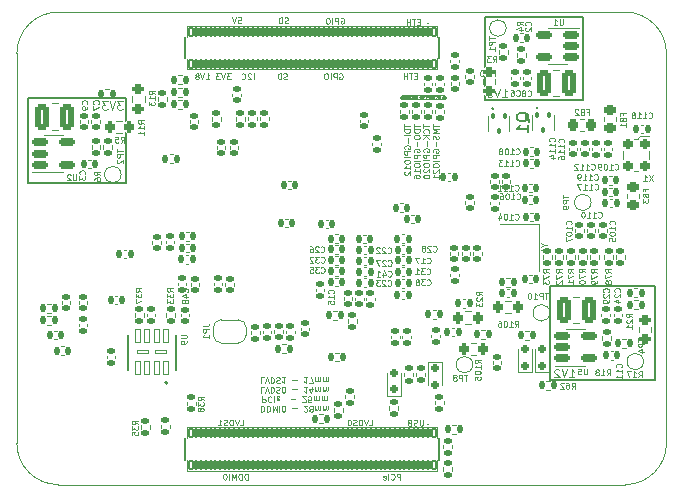
<source format=gbo>
G04 #@! TF.GenerationSoftware,KiCad,Pcbnew,9.0.2+dfsg-1*
G04 #@! TF.CreationDate,2025-11-26T16:26:47+01:00*
G04 #@! TF.ProjectId,ulx5m-gs,756c7835-6d2d-4677-932e-6b696361645f,rev?*
G04 #@! TF.SameCoordinates,Original*
G04 #@! TF.FileFunction,Legend,Bot*
G04 #@! TF.FilePolarity,Positive*
%FSLAX46Y46*%
G04 Gerber Fmt 4.6, Leading zero omitted, Abs format (unit mm)*
G04 Created by KiCad (PCBNEW 9.0.2+dfsg-1) date 2025-11-26 16:26:47*
%MOMM*%
%LPD*%
G01*
G04 APERTURE LIST*
G04 Aperture macros list*
%AMRoundRect*
0 Rectangle with rounded corners*
0 $1 Rounding radius*
0 $2 $3 $4 $5 $6 $7 $8 $9 X,Y pos of 4 corners*
0 Add a 4 corners polygon primitive as box body*
4,1,4,$2,$3,$4,$5,$6,$7,$8,$9,$2,$3,0*
0 Add four circle primitives for the rounded corners*
1,1,$1+$1,$2,$3*
1,1,$1+$1,$4,$5*
1,1,$1+$1,$6,$7*
1,1,$1+$1,$8,$9*
0 Add four rect primitives between the rounded corners*
20,1,$1+$1,$2,$3,$4,$5,0*
20,1,$1+$1,$4,$5,$6,$7,0*
20,1,$1+$1,$6,$7,$8,$9,0*
20,1,$1+$1,$8,$9,$2,$3,0*%
%AMFreePoly0*
4,1,23,0.500000,-0.750000,0.000000,-0.750000,0.000000,-0.745722,-0.065263,-0.745722,-0.191342,-0.711940,-0.304381,-0.646677,-0.396677,-0.554381,-0.461940,-0.441342,-0.495722,-0.315263,-0.495722,-0.250000,-0.500000,-0.250000,-0.500000,0.250000,-0.495722,0.250000,-0.495722,0.315263,-0.461940,0.441342,-0.396677,0.554381,-0.304381,0.646677,-0.191342,0.711940,-0.065263,0.745722,0.000000,0.745722,
0.000000,0.750000,0.500000,0.750000,0.500000,-0.750000,0.500000,-0.750000,$1*%
%AMFreePoly1*
4,1,23,0.000000,0.745722,0.065263,0.745722,0.191342,0.711940,0.304381,0.646677,0.396677,0.554381,0.461940,0.441342,0.495722,0.315263,0.495722,0.250000,0.500000,0.250000,0.500000,-0.250000,0.495722,-0.250000,0.495722,-0.315263,0.461940,-0.441342,0.396677,-0.554381,0.304381,-0.646677,0.191342,-0.711940,0.065263,-0.745722,0.000000,-0.745722,0.000000,-0.750000,-0.500000,-0.750000,
-0.500000,0.750000,0.000000,0.750000,0.000000,0.745722,0.000000,0.745722,$1*%
G04 Aperture macros list end*
%ADD10C,0.150000*%
%ADD11C,0.125000*%
%ADD12C,0.100000*%
%ADD13C,0.120000*%
%ADD14C,0.000000*%
%ADD15C,0.127000*%
%ADD16C,0.200000*%
%ADD17C,4.700000*%
%ADD18C,0.650000*%
%ADD19O,1.000000X1.600000*%
%ADD20O,1.000000X2.100000*%
%ADD21RoundRect,0.200000X0.275000X-0.200000X0.275000X0.200000X-0.275000X0.200000X-0.275000X-0.200000X0*%
%ADD22RoundRect,0.140000X-0.140000X-0.170000X0.140000X-0.170000X0.140000X0.170000X-0.140000X0.170000X0*%
%ADD23RoundRect,0.140000X0.140000X0.170000X-0.140000X0.170000X-0.140000X-0.170000X0.140000X-0.170000X0*%
%ADD24RoundRect,0.140000X-0.170000X0.140000X-0.170000X-0.140000X0.170000X-0.140000X0.170000X0.140000X0*%
%ADD25RoundRect,0.140000X0.170000X-0.140000X0.170000X0.140000X-0.170000X0.140000X-0.170000X-0.140000X0*%
%ADD26RoundRect,0.135000X0.185000X-0.135000X0.185000X0.135000X-0.185000X0.135000X-0.185000X-0.135000X0*%
%ADD27RoundRect,0.150000X0.200000X-0.150000X0.200000X0.150000X-0.200000X0.150000X-0.200000X-0.150000X0*%
%ADD28RoundRect,0.135000X-0.135000X-0.185000X0.135000X-0.185000X0.135000X0.185000X-0.135000X0.185000X0*%
%ADD29RoundRect,0.218750X-0.256250X0.218750X-0.256250X-0.218750X0.256250X-0.218750X0.256250X0.218750X0*%
%ADD30RoundRect,0.250000X-0.375000X-0.850000X0.375000X-0.850000X0.375000X0.850000X-0.375000X0.850000X0*%
%ADD31RoundRect,0.135000X-0.185000X0.135000X-0.185000X-0.135000X0.185000X-0.135000X0.185000X0.135000X0*%
%ADD32RoundRect,0.200000X-0.200000X-0.275000X0.200000X-0.275000X0.200000X0.275000X-0.200000X0.275000X0*%
%ADD33FreePoly0,0.000000*%
%ADD34FreePoly1,0.000000*%
%ADD35C,1.000000*%
%ADD36RoundRect,0.135000X0.135000X0.185000X-0.135000X0.185000X-0.135000X-0.185000X0.135000X-0.185000X0*%
%ADD37RoundRect,0.102000X0.115000X0.330000X-0.115000X0.330000X-0.115000X-0.330000X0.115000X-0.330000X0*%
%ADD38RoundRect,0.102000X0.175000X0.330000X-0.175000X0.330000X-0.175000X-0.330000X0.175000X-0.330000X0*%
%ADD39RoundRect,0.150000X-0.200000X0.150000X-0.200000X-0.150000X0.200000X-0.150000X0.200000X0.150000X0*%
%ADD40RoundRect,0.218750X0.256250X-0.218750X0.256250X0.218750X-0.256250X0.218750X-0.256250X-0.218750X0*%
%ADD41RoundRect,0.150000X0.512500X0.150000X-0.512500X0.150000X-0.512500X-0.150000X0.512500X-0.150000X0*%
%ADD42RoundRect,0.150000X-0.512500X-0.150000X0.512500X-0.150000X0.512500X0.150000X-0.512500X0.150000X0*%
%ADD43RoundRect,0.218750X-0.218750X-0.256250X0.218750X-0.256250X0.218750X0.256250X-0.218750X0.256250X0*%
%ADD44RoundRect,0.100000X0.100000X-0.155000X0.100000X0.155000X-0.100000X0.155000X-0.100000X-0.155000X0*%
%ADD45RoundRect,0.065500X0.196500X-0.556500X0.196500X0.556500X-0.196500X0.556500X-0.196500X-0.556500X0*%
%ADD46RoundRect,0.050500X0.451500X-0.151500X0.451500X0.151500X-0.451500X0.151500X-0.451500X-0.151500X0*%
%ADD47RoundRect,0.200000X0.200000X0.275000X-0.200000X0.275000X-0.200000X-0.275000X0.200000X-0.275000X0*%
%ADD48R,1.200000X1.400000*%
%ADD49RoundRect,0.250000X0.375000X0.850000X-0.375000X0.850000X-0.375000X-0.850000X0.375000X-0.850000X0*%
%ADD50RoundRect,0.200000X0.200000X0.250000X-0.200000X0.250000X-0.200000X-0.250000X0.200000X-0.250000X0*%
%ADD51C,0.450000*%
G04 #@! TA.AperFunction,Profile*
%ADD52C,0.100000*%
G04 #@! TD*
G04 APERTURE END LIST*
D10*
X104350000Y-80660000D02*
X113200000Y-80660000D01*
X113200000Y-88620000D01*
X104350000Y-88620000D01*
X104350000Y-80660000D01*
X60140000Y-64750000D02*
X68440000Y-64750000D01*
X68440000Y-71910000D01*
X60140000Y-71910000D01*
X60140000Y-64750000D01*
X98840000Y-57910000D02*
X107160000Y-57910000D01*
X107160000Y-64960000D01*
X98840000Y-64960000D01*
X98840000Y-57910000D01*
D11*
X93598716Y-92002309D02*
X93598716Y-92407071D01*
X93598716Y-92407071D02*
X93574906Y-92454690D01*
X93574906Y-92454690D02*
X93551097Y-92478500D01*
X93551097Y-92478500D02*
X93503478Y-92502309D01*
X93503478Y-92502309D02*
X93408240Y-92502309D01*
X93408240Y-92502309D02*
X93360621Y-92478500D01*
X93360621Y-92478500D02*
X93336811Y-92454690D01*
X93336811Y-92454690D02*
X93313002Y-92407071D01*
X93313002Y-92407071D02*
X93313002Y-92002309D01*
X93098715Y-92478500D02*
X93027287Y-92502309D01*
X93027287Y-92502309D02*
X92908239Y-92502309D01*
X92908239Y-92502309D02*
X92860620Y-92478500D01*
X92860620Y-92478500D02*
X92836811Y-92454690D01*
X92836811Y-92454690D02*
X92813001Y-92407071D01*
X92813001Y-92407071D02*
X92813001Y-92359452D01*
X92813001Y-92359452D02*
X92836811Y-92311833D01*
X92836811Y-92311833D02*
X92860620Y-92288023D01*
X92860620Y-92288023D02*
X92908239Y-92264214D01*
X92908239Y-92264214D02*
X93003477Y-92240404D01*
X93003477Y-92240404D02*
X93051096Y-92216595D01*
X93051096Y-92216595D02*
X93074906Y-92192785D01*
X93074906Y-92192785D02*
X93098715Y-92145166D01*
X93098715Y-92145166D02*
X93098715Y-92097547D01*
X93098715Y-92097547D02*
X93074906Y-92049928D01*
X93074906Y-92049928D02*
X93051096Y-92026119D01*
X93051096Y-92026119D02*
X93003477Y-92002309D01*
X93003477Y-92002309D02*
X92884430Y-92002309D01*
X92884430Y-92002309D02*
X92813001Y-92026119D01*
X92432049Y-92240404D02*
X92360621Y-92264214D01*
X92360621Y-92264214D02*
X92336811Y-92288023D01*
X92336811Y-92288023D02*
X92313002Y-92335642D01*
X92313002Y-92335642D02*
X92313002Y-92407071D01*
X92313002Y-92407071D02*
X92336811Y-92454690D01*
X92336811Y-92454690D02*
X92360621Y-92478500D01*
X92360621Y-92478500D02*
X92408240Y-92502309D01*
X92408240Y-92502309D02*
X92598716Y-92502309D01*
X92598716Y-92502309D02*
X92598716Y-92002309D01*
X92598716Y-92002309D02*
X92432049Y-92002309D01*
X92432049Y-92002309D02*
X92384430Y-92026119D01*
X92384430Y-92026119D02*
X92360621Y-92049928D01*
X92360621Y-92049928D02*
X92336811Y-92097547D01*
X92336811Y-92097547D02*
X92336811Y-92145166D01*
X92336811Y-92145166D02*
X92360621Y-92192785D01*
X92360621Y-92192785D02*
X92384430Y-92216595D01*
X92384430Y-92216595D02*
X92432049Y-92240404D01*
X92432049Y-92240404D02*
X92598716Y-92240404D01*
X86513144Y-62694855D02*
X86560763Y-62671045D01*
X86560763Y-62671045D02*
X86632192Y-62671045D01*
X86632192Y-62671045D02*
X86703620Y-62694855D01*
X86703620Y-62694855D02*
X86751239Y-62742474D01*
X86751239Y-62742474D02*
X86775049Y-62790093D01*
X86775049Y-62790093D02*
X86798858Y-62885331D01*
X86798858Y-62885331D02*
X86798858Y-62956759D01*
X86798858Y-62956759D02*
X86775049Y-63051997D01*
X86775049Y-63051997D02*
X86751239Y-63099616D01*
X86751239Y-63099616D02*
X86703620Y-63147236D01*
X86703620Y-63147236D02*
X86632192Y-63171045D01*
X86632192Y-63171045D02*
X86584573Y-63171045D01*
X86584573Y-63171045D02*
X86513144Y-63147236D01*
X86513144Y-63147236D02*
X86489335Y-63123426D01*
X86489335Y-63123426D02*
X86489335Y-62956759D01*
X86489335Y-62956759D02*
X86584573Y-62956759D01*
X86275049Y-63171045D02*
X86275049Y-62671045D01*
X86275049Y-62671045D02*
X86084573Y-62671045D01*
X86084573Y-62671045D02*
X86036954Y-62694855D01*
X86036954Y-62694855D02*
X86013144Y-62718664D01*
X86013144Y-62718664D02*
X85989335Y-62766283D01*
X85989335Y-62766283D02*
X85989335Y-62837712D01*
X85989335Y-62837712D02*
X86013144Y-62885331D01*
X86013144Y-62885331D02*
X86036954Y-62909140D01*
X86036954Y-62909140D02*
X86084573Y-62932950D01*
X86084573Y-62932950D02*
X86275049Y-62932950D01*
X85775049Y-63171045D02*
X85775049Y-62671045D01*
X85441716Y-62671045D02*
X85346478Y-62671045D01*
X85346478Y-62671045D02*
X85298859Y-62694855D01*
X85298859Y-62694855D02*
X85251240Y-62742474D01*
X85251240Y-62742474D02*
X85227430Y-62837712D01*
X85227430Y-62837712D02*
X85227430Y-63004378D01*
X85227430Y-63004378D02*
X85251240Y-63099616D01*
X85251240Y-63099616D02*
X85298859Y-63147236D01*
X85298859Y-63147236D02*
X85346478Y-63171045D01*
X85346478Y-63171045D02*
X85441716Y-63171045D01*
X85441716Y-63171045D02*
X85489335Y-63147236D01*
X85489335Y-63147236D02*
X85536954Y-63099616D01*
X85536954Y-63099616D02*
X85560763Y-63004378D01*
X85560763Y-63004378D02*
X85560763Y-62837712D01*
X85560763Y-62837712D02*
X85536954Y-62742474D01*
X85536954Y-62742474D02*
X85489335Y-62694855D01*
X85489335Y-62694855D02*
X85441716Y-62671045D01*
X89040621Y-92472309D02*
X89278716Y-92472309D01*
X89278716Y-92472309D02*
X89278716Y-91972309D01*
X88945382Y-91972309D02*
X88778716Y-92472309D01*
X88778716Y-92472309D02*
X88612049Y-91972309D01*
X88445383Y-92472309D02*
X88445383Y-91972309D01*
X88445383Y-91972309D02*
X88326335Y-91972309D01*
X88326335Y-91972309D02*
X88254907Y-91996119D01*
X88254907Y-91996119D02*
X88207288Y-92043738D01*
X88207288Y-92043738D02*
X88183478Y-92091357D01*
X88183478Y-92091357D02*
X88159669Y-92186595D01*
X88159669Y-92186595D02*
X88159669Y-92258023D01*
X88159669Y-92258023D02*
X88183478Y-92353261D01*
X88183478Y-92353261D02*
X88207288Y-92400880D01*
X88207288Y-92400880D02*
X88254907Y-92448500D01*
X88254907Y-92448500D02*
X88326335Y-92472309D01*
X88326335Y-92472309D02*
X88445383Y-92472309D01*
X87969192Y-92448500D02*
X87897764Y-92472309D01*
X87897764Y-92472309D02*
X87778716Y-92472309D01*
X87778716Y-92472309D02*
X87731097Y-92448500D01*
X87731097Y-92448500D02*
X87707288Y-92424690D01*
X87707288Y-92424690D02*
X87683478Y-92377071D01*
X87683478Y-92377071D02*
X87683478Y-92329452D01*
X87683478Y-92329452D02*
X87707288Y-92281833D01*
X87707288Y-92281833D02*
X87731097Y-92258023D01*
X87731097Y-92258023D02*
X87778716Y-92234214D01*
X87778716Y-92234214D02*
X87873954Y-92210404D01*
X87873954Y-92210404D02*
X87921573Y-92186595D01*
X87921573Y-92186595D02*
X87945383Y-92162785D01*
X87945383Y-92162785D02*
X87969192Y-92115166D01*
X87969192Y-92115166D02*
X87969192Y-92067547D01*
X87969192Y-92067547D02*
X87945383Y-92019928D01*
X87945383Y-92019928D02*
X87921573Y-91996119D01*
X87921573Y-91996119D02*
X87873954Y-91972309D01*
X87873954Y-91972309D02*
X87754907Y-91972309D01*
X87754907Y-91972309D02*
X87683478Y-91996119D01*
X87373955Y-91972309D02*
X87326336Y-91972309D01*
X87326336Y-91972309D02*
X87278717Y-91996119D01*
X87278717Y-91996119D02*
X87254907Y-92019928D01*
X87254907Y-92019928D02*
X87231098Y-92067547D01*
X87231098Y-92067547D02*
X87207288Y-92162785D01*
X87207288Y-92162785D02*
X87207288Y-92281833D01*
X87207288Y-92281833D02*
X87231098Y-92377071D01*
X87231098Y-92377071D02*
X87254907Y-92424690D01*
X87254907Y-92424690D02*
X87278717Y-92448500D01*
X87278717Y-92448500D02*
X87326336Y-92472309D01*
X87326336Y-92472309D02*
X87373955Y-92472309D01*
X87373955Y-92472309D02*
X87421574Y-92448500D01*
X87421574Y-92448500D02*
X87445383Y-92424690D01*
X87445383Y-92424690D02*
X87469193Y-92377071D01*
X87469193Y-92377071D02*
X87493002Y-92281833D01*
X87493002Y-92281833D02*
X87493002Y-92162785D01*
X87493002Y-92162785D02*
X87469193Y-92067547D01*
X87469193Y-92067547D02*
X87445383Y-92019928D01*
X87445383Y-92019928D02*
X87421574Y-91996119D01*
X87421574Y-91996119D02*
X87373955Y-91972309D01*
D12*
X79862857Y-90811306D02*
X79862857Y-91311306D01*
X79862857Y-91311306D02*
X79981905Y-91311306D01*
X79981905Y-91311306D02*
X80053333Y-91287496D01*
X80053333Y-91287496D02*
X80100952Y-91239877D01*
X80100952Y-91239877D02*
X80124762Y-91192258D01*
X80124762Y-91192258D02*
X80148571Y-91097020D01*
X80148571Y-91097020D02*
X80148571Y-91025592D01*
X80148571Y-91025592D02*
X80124762Y-90930354D01*
X80124762Y-90930354D02*
X80100952Y-90882735D01*
X80100952Y-90882735D02*
X80053333Y-90835116D01*
X80053333Y-90835116D02*
X79981905Y-90811306D01*
X79981905Y-90811306D02*
X79862857Y-90811306D01*
X80362857Y-90811306D02*
X80362857Y-91311306D01*
X80362857Y-91311306D02*
X80481905Y-91311306D01*
X80481905Y-91311306D02*
X80553333Y-91287496D01*
X80553333Y-91287496D02*
X80600952Y-91239877D01*
X80600952Y-91239877D02*
X80624762Y-91192258D01*
X80624762Y-91192258D02*
X80648571Y-91097020D01*
X80648571Y-91097020D02*
X80648571Y-91025592D01*
X80648571Y-91025592D02*
X80624762Y-90930354D01*
X80624762Y-90930354D02*
X80600952Y-90882735D01*
X80600952Y-90882735D02*
X80553333Y-90835116D01*
X80553333Y-90835116D02*
X80481905Y-90811306D01*
X80481905Y-90811306D02*
X80362857Y-90811306D01*
X80862857Y-90811306D02*
X80862857Y-91311306D01*
X80862857Y-91311306D02*
X81029524Y-90954163D01*
X81029524Y-90954163D02*
X81196190Y-91311306D01*
X81196190Y-91311306D02*
X81196190Y-90811306D01*
X81434286Y-90811306D02*
X81434286Y-91311306D01*
X81767619Y-91311306D02*
X81815238Y-91311306D01*
X81815238Y-91311306D02*
X81862857Y-91287496D01*
X81862857Y-91287496D02*
X81886667Y-91263687D01*
X81886667Y-91263687D02*
X81910476Y-91216068D01*
X81910476Y-91216068D02*
X81934286Y-91120830D01*
X81934286Y-91120830D02*
X81934286Y-91001782D01*
X81934286Y-91001782D02*
X81910476Y-90906544D01*
X81910476Y-90906544D02*
X81886667Y-90858925D01*
X81886667Y-90858925D02*
X81862857Y-90835116D01*
X81862857Y-90835116D02*
X81815238Y-90811306D01*
X81815238Y-90811306D02*
X81767619Y-90811306D01*
X81767619Y-90811306D02*
X81720000Y-90835116D01*
X81720000Y-90835116D02*
X81696191Y-90858925D01*
X81696191Y-90858925D02*
X81672381Y-90906544D01*
X81672381Y-90906544D02*
X81648572Y-91001782D01*
X81648572Y-91001782D02*
X81648572Y-91120830D01*
X81648572Y-91120830D02*
X81672381Y-91216068D01*
X81672381Y-91216068D02*
X81696191Y-91263687D01*
X81696191Y-91263687D02*
X81720000Y-91287496D01*
X81720000Y-91287496D02*
X81767619Y-91311306D01*
X82529523Y-91001782D02*
X82910476Y-91001782D01*
X83505714Y-91263687D02*
X83529523Y-91287496D01*
X83529523Y-91287496D02*
X83577142Y-91311306D01*
X83577142Y-91311306D02*
X83696190Y-91311306D01*
X83696190Y-91311306D02*
X83743809Y-91287496D01*
X83743809Y-91287496D02*
X83767618Y-91263687D01*
X83767618Y-91263687D02*
X83791428Y-91216068D01*
X83791428Y-91216068D02*
X83791428Y-91168449D01*
X83791428Y-91168449D02*
X83767618Y-91097020D01*
X83767618Y-91097020D02*
X83481904Y-90811306D01*
X83481904Y-90811306D02*
X83791428Y-90811306D01*
X84077142Y-91097020D02*
X84029523Y-91120830D01*
X84029523Y-91120830D02*
X84005713Y-91144639D01*
X84005713Y-91144639D02*
X83981904Y-91192258D01*
X83981904Y-91192258D02*
X83981904Y-91216068D01*
X83981904Y-91216068D02*
X84005713Y-91263687D01*
X84005713Y-91263687D02*
X84029523Y-91287496D01*
X84029523Y-91287496D02*
X84077142Y-91311306D01*
X84077142Y-91311306D02*
X84172380Y-91311306D01*
X84172380Y-91311306D02*
X84219999Y-91287496D01*
X84219999Y-91287496D02*
X84243808Y-91263687D01*
X84243808Y-91263687D02*
X84267618Y-91216068D01*
X84267618Y-91216068D02*
X84267618Y-91192258D01*
X84267618Y-91192258D02*
X84243808Y-91144639D01*
X84243808Y-91144639D02*
X84219999Y-91120830D01*
X84219999Y-91120830D02*
X84172380Y-91097020D01*
X84172380Y-91097020D02*
X84077142Y-91097020D01*
X84077142Y-91097020D02*
X84029523Y-91073211D01*
X84029523Y-91073211D02*
X84005713Y-91049401D01*
X84005713Y-91049401D02*
X83981904Y-91001782D01*
X83981904Y-91001782D02*
X83981904Y-90906544D01*
X83981904Y-90906544D02*
X84005713Y-90858925D01*
X84005713Y-90858925D02*
X84029523Y-90835116D01*
X84029523Y-90835116D02*
X84077142Y-90811306D01*
X84077142Y-90811306D02*
X84172380Y-90811306D01*
X84172380Y-90811306D02*
X84219999Y-90835116D01*
X84219999Y-90835116D02*
X84243808Y-90858925D01*
X84243808Y-90858925D02*
X84267618Y-90906544D01*
X84267618Y-90906544D02*
X84267618Y-91001782D01*
X84267618Y-91001782D02*
X84243808Y-91049401D01*
X84243808Y-91049401D02*
X84219999Y-91073211D01*
X84219999Y-91073211D02*
X84172380Y-91097020D01*
X84481903Y-90811306D02*
X84481903Y-91144639D01*
X84481903Y-91097020D02*
X84505713Y-91120830D01*
X84505713Y-91120830D02*
X84553332Y-91144639D01*
X84553332Y-91144639D02*
X84624760Y-91144639D01*
X84624760Y-91144639D02*
X84672379Y-91120830D01*
X84672379Y-91120830D02*
X84696189Y-91073211D01*
X84696189Y-91073211D02*
X84696189Y-90811306D01*
X84696189Y-91073211D02*
X84719998Y-91120830D01*
X84719998Y-91120830D02*
X84767617Y-91144639D01*
X84767617Y-91144639D02*
X84839046Y-91144639D01*
X84839046Y-91144639D02*
X84886665Y-91120830D01*
X84886665Y-91120830D02*
X84910475Y-91073211D01*
X84910475Y-91073211D02*
X84910475Y-90811306D01*
X85148570Y-90811306D02*
X85148570Y-91144639D01*
X85148570Y-91097020D02*
X85172380Y-91120830D01*
X85172380Y-91120830D02*
X85219999Y-91144639D01*
X85219999Y-91144639D02*
X85291427Y-91144639D01*
X85291427Y-91144639D02*
X85339046Y-91120830D01*
X85339046Y-91120830D02*
X85362856Y-91073211D01*
X85362856Y-91073211D02*
X85362856Y-90811306D01*
X85362856Y-91073211D02*
X85386665Y-91120830D01*
X85386665Y-91120830D02*
X85434284Y-91144639D01*
X85434284Y-91144639D02*
X85505713Y-91144639D01*
X85505713Y-91144639D02*
X85553332Y-91120830D01*
X85553332Y-91120830D02*
X85577142Y-91073211D01*
X85577142Y-91073211D02*
X85577142Y-90811306D01*
X79981905Y-90006334D02*
X79981905Y-90506334D01*
X79981905Y-90506334D02*
X80172381Y-90506334D01*
X80172381Y-90506334D02*
X80220000Y-90482524D01*
X80220000Y-90482524D02*
X80243810Y-90458715D01*
X80243810Y-90458715D02*
X80267619Y-90411096D01*
X80267619Y-90411096D02*
X80267619Y-90339667D01*
X80267619Y-90339667D02*
X80243810Y-90292048D01*
X80243810Y-90292048D02*
X80220000Y-90268239D01*
X80220000Y-90268239D02*
X80172381Y-90244429D01*
X80172381Y-90244429D02*
X79981905Y-90244429D01*
X80767619Y-90053953D02*
X80743810Y-90030144D01*
X80743810Y-90030144D02*
X80672381Y-90006334D01*
X80672381Y-90006334D02*
X80624762Y-90006334D01*
X80624762Y-90006334D02*
X80553334Y-90030144D01*
X80553334Y-90030144D02*
X80505715Y-90077763D01*
X80505715Y-90077763D02*
X80481905Y-90125382D01*
X80481905Y-90125382D02*
X80458096Y-90220620D01*
X80458096Y-90220620D02*
X80458096Y-90292048D01*
X80458096Y-90292048D02*
X80481905Y-90387286D01*
X80481905Y-90387286D02*
X80505715Y-90434905D01*
X80505715Y-90434905D02*
X80553334Y-90482524D01*
X80553334Y-90482524D02*
X80624762Y-90506334D01*
X80624762Y-90506334D02*
X80672381Y-90506334D01*
X80672381Y-90506334D02*
X80743810Y-90482524D01*
X80743810Y-90482524D02*
X80767619Y-90458715D01*
X80981905Y-90006334D02*
X80981905Y-90506334D01*
X81410476Y-90030144D02*
X81362857Y-90006334D01*
X81362857Y-90006334D02*
X81267619Y-90006334D01*
X81267619Y-90006334D02*
X81220000Y-90030144D01*
X81220000Y-90030144D02*
X81196191Y-90077763D01*
X81196191Y-90077763D02*
X81196191Y-90268239D01*
X81196191Y-90268239D02*
X81220000Y-90315858D01*
X81220000Y-90315858D02*
X81267619Y-90339667D01*
X81267619Y-90339667D02*
X81362857Y-90339667D01*
X81362857Y-90339667D02*
X81410476Y-90315858D01*
X81410476Y-90315858D02*
X81434286Y-90268239D01*
X81434286Y-90268239D02*
X81434286Y-90220620D01*
X81434286Y-90220620D02*
X81196191Y-90173001D01*
X82410475Y-90196810D02*
X82791428Y-90196810D01*
X83386666Y-90458715D02*
X83410475Y-90482524D01*
X83410475Y-90482524D02*
X83458094Y-90506334D01*
X83458094Y-90506334D02*
X83577142Y-90506334D01*
X83577142Y-90506334D02*
X83624761Y-90482524D01*
X83624761Y-90482524D02*
X83648570Y-90458715D01*
X83648570Y-90458715D02*
X83672380Y-90411096D01*
X83672380Y-90411096D02*
X83672380Y-90363477D01*
X83672380Y-90363477D02*
X83648570Y-90292048D01*
X83648570Y-90292048D02*
X83362856Y-90006334D01*
X83362856Y-90006334D02*
X83672380Y-90006334D01*
X84124760Y-90506334D02*
X83886665Y-90506334D01*
X83886665Y-90506334D02*
X83862856Y-90268239D01*
X83862856Y-90268239D02*
X83886665Y-90292048D01*
X83886665Y-90292048D02*
X83934284Y-90315858D01*
X83934284Y-90315858D02*
X84053332Y-90315858D01*
X84053332Y-90315858D02*
X84100951Y-90292048D01*
X84100951Y-90292048D02*
X84124760Y-90268239D01*
X84124760Y-90268239D02*
X84148570Y-90220620D01*
X84148570Y-90220620D02*
X84148570Y-90101572D01*
X84148570Y-90101572D02*
X84124760Y-90053953D01*
X84124760Y-90053953D02*
X84100951Y-90030144D01*
X84100951Y-90030144D02*
X84053332Y-90006334D01*
X84053332Y-90006334D02*
X83934284Y-90006334D01*
X83934284Y-90006334D02*
X83886665Y-90030144D01*
X83886665Y-90030144D02*
X83862856Y-90053953D01*
X84362855Y-90006334D02*
X84362855Y-90339667D01*
X84362855Y-90292048D02*
X84386665Y-90315858D01*
X84386665Y-90315858D02*
X84434284Y-90339667D01*
X84434284Y-90339667D02*
X84505712Y-90339667D01*
X84505712Y-90339667D02*
X84553331Y-90315858D01*
X84553331Y-90315858D02*
X84577141Y-90268239D01*
X84577141Y-90268239D02*
X84577141Y-90006334D01*
X84577141Y-90268239D02*
X84600950Y-90315858D01*
X84600950Y-90315858D02*
X84648569Y-90339667D01*
X84648569Y-90339667D02*
X84719998Y-90339667D01*
X84719998Y-90339667D02*
X84767617Y-90315858D01*
X84767617Y-90315858D02*
X84791427Y-90268239D01*
X84791427Y-90268239D02*
X84791427Y-90006334D01*
X85029522Y-90006334D02*
X85029522Y-90339667D01*
X85029522Y-90292048D02*
X85053332Y-90315858D01*
X85053332Y-90315858D02*
X85100951Y-90339667D01*
X85100951Y-90339667D02*
X85172379Y-90339667D01*
X85172379Y-90339667D02*
X85219998Y-90315858D01*
X85219998Y-90315858D02*
X85243808Y-90268239D01*
X85243808Y-90268239D02*
X85243808Y-90006334D01*
X85243808Y-90268239D02*
X85267617Y-90315858D01*
X85267617Y-90315858D02*
X85315236Y-90339667D01*
X85315236Y-90339667D02*
X85386665Y-90339667D01*
X85386665Y-90339667D02*
X85434284Y-90315858D01*
X85434284Y-90315858D02*
X85458094Y-90268239D01*
X85458094Y-90268239D02*
X85458094Y-90006334D01*
X80100953Y-89201362D02*
X79862858Y-89201362D01*
X79862858Y-89201362D02*
X79862858Y-89701362D01*
X80196192Y-89701362D02*
X80362858Y-89201362D01*
X80362858Y-89201362D02*
X80529525Y-89701362D01*
X80696191Y-89201362D02*
X80696191Y-89701362D01*
X80696191Y-89701362D02*
X80815239Y-89701362D01*
X80815239Y-89701362D02*
X80886667Y-89677552D01*
X80886667Y-89677552D02*
X80934286Y-89629933D01*
X80934286Y-89629933D02*
X80958096Y-89582314D01*
X80958096Y-89582314D02*
X80981905Y-89487076D01*
X80981905Y-89487076D02*
X80981905Y-89415648D01*
X80981905Y-89415648D02*
X80958096Y-89320410D01*
X80958096Y-89320410D02*
X80934286Y-89272791D01*
X80934286Y-89272791D02*
X80886667Y-89225172D01*
X80886667Y-89225172D02*
X80815239Y-89201362D01*
X80815239Y-89201362D02*
X80696191Y-89201362D01*
X81172382Y-89225172D02*
X81243810Y-89201362D01*
X81243810Y-89201362D02*
X81362858Y-89201362D01*
X81362858Y-89201362D02*
X81410477Y-89225172D01*
X81410477Y-89225172D02*
X81434286Y-89248981D01*
X81434286Y-89248981D02*
X81458096Y-89296600D01*
X81458096Y-89296600D02*
X81458096Y-89344219D01*
X81458096Y-89344219D02*
X81434286Y-89391838D01*
X81434286Y-89391838D02*
X81410477Y-89415648D01*
X81410477Y-89415648D02*
X81362858Y-89439457D01*
X81362858Y-89439457D02*
X81267620Y-89463267D01*
X81267620Y-89463267D02*
X81220001Y-89487076D01*
X81220001Y-89487076D02*
X81196191Y-89510886D01*
X81196191Y-89510886D02*
X81172382Y-89558505D01*
X81172382Y-89558505D02*
X81172382Y-89606124D01*
X81172382Y-89606124D02*
X81196191Y-89653743D01*
X81196191Y-89653743D02*
X81220001Y-89677552D01*
X81220001Y-89677552D02*
X81267620Y-89701362D01*
X81267620Y-89701362D02*
X81386667Y-89701362D01*
X81386667Y-89701362D02*
X81458096Y-89677552D01*
X81767619Y-89701362D02*
X81815238Y-89701362D01*
X81815238Y-89701362D02*
X81862857Y-89677552D01*
X81862857Y-89677552D02*
X81886667Y-89653743D01*
X81886667Y-89653743D02*
X81910476Y-89606124D01*
X81910476Y-89606124D02*
X81934286Y-89510886D01*
X81934286Y-89510886D02*
X81934286Y-89391838D01*
X81934286Y-89391838D02*
X81910476Y-89296600D01*
X81910476Y-89296600D02*
X81886667Y-89248981D01*
X81886667Y-89248981D02*
X81862857Y-89225172D01*
X81862857Y-89225172D02*
X81815238Y-89201362D01*
X81815238Y-89201362D02*
X81767619Y-89201362D01*
X81767619Y-89201362D02*
X81720000Y-89225172D01*
X81720000Y-89225172D02*
X81696191Y-89248981D01*
X81696191Y-89248981D02*
X81672381Y-89296600D01*
X81672381Y-89296600D02*
X81648572Y-89391838D01*
X81648572Y-89391838D02*
X81648572Y-89510886D01*
X81648572Y-89510886D02*
X81672381Y-89606124D01*
X81672381Y-89606124D02*
X81696191Y-89653743D01*
X81696191Y-89653743D02*
X81720000Y-89677552D01*
X81720000Y-89677552D02*
X81767619Y-89701362D01*
X82529523Y-89391838D02*
X82910476Y-89391838D01*
X83791428Y-89201362D02*
X83505714Y-89201362D01*
X83648571Y-89201362D02*
X83648571Y-89701362D01*
X83648571Y-89701362D02*
X83600952Y-89629933D01*
X83600952Y-89629933D02*
X83553333Y-89582314D01*
X83553333Y-89582314D02*
X83505714Y-89558505D01*
X84219999Y-89534695D02*
X84219999Y-89201362D01*
X84100951Y-89725172D02*
X83981904Y-89368029D01*
X83981904Y-89368029D02*
X84291427Y-89368029D01*
X84481903Y-89201362D02*
X84481903Y-89534695D01*
X84481903Y-89487076D02*
X84505713Y-89510886D01*
X84505713Y-89510886D02*
X84553332Y-89534695D01*
X84553332Y-89534695D02*
X84624760Y-89534695D01*
X84624760Y-89534695D02*
X84672379Y-89510886D01*
X84672379Y-89510886D02*
X84696189Y-89463267D01*
X84696189Y-89463267D02*
X84696189Y-89201362D01*
X84696189Y-89463267D02*
X84719998Y-89510886D01*
X84719998Y-89510886D02*
X84767617Y-89534695D01*
X84767617Y-89534695D02*
X84839046Y-89534695D01*
X84839046Y-89534695D02*
X84886665Y-89510886D01*
X84886665Y-89510886D02*
X84910475Y-89463267D01*
X84910475Y-89463267D02*
X84910475Y-89201362D01*
X85148570Y-89201362D02*
X85148570Y-89534695D01*
X85148570Y-89487076D02*
X85172380Y-89510886D01*
X85172380Y-89510886D02*
X85219999Y-89534695D01*
X85219999Y-89534695D02*
X85291427Y-89534695D01*
X85291427Y-89534695D02*
X85339046Y-89510886D01*
X85339046Y-89510886D02*
X85362856Y-89463267D01*
X85362856Y-89463267D02*
X85362856Y-89201362D01*
X85362856Y-89463267D02*
X85386665Y-89510886D01*
X85386665Y-89510886D02*
X85434284Y-89534695D01*
X85434284Y-89534695D02*
X85505713Y-89534695D01*
X85505713Y-89534695D02*
X85553332Y-89510886D01*
X85553332Y-89510886D02*
X85577142Y-89463267D01*
X85577142Y-89463267D02*
X85577142Y-89201362D01*
X80100953Y-88396390D02*
X79862858Y-88396390D01*
X79862858Y-88396390D02*
X79862858Y-88896390D01*
X80196192Y-88896390D02*
X80362858Y-88396390D01*
X80362858Y-88396390D02*
X80529525Y-88896390D01*
X80696191Y-88396390D02*
X80696191Y-88896390D01*
X80696191Y-88896390D02*
X80815239Y-88896390D01*
X80815239Y-88896390D02*
X80886667Y-88872580D01*
X80886667Y-88872580D02*
X80934286Y-88824961D01*
X80934286Y-88824961D02*
X80958096Y-88777342D01*
X80958096Y-88777342D02*
X80981905Y-88682104D01*
X80981905Y-88682104D02*
X80981905Y-88610676D01*
X80981905Y-88610676D02*
X80958096Y-88515438D01*
X80958096Y-88515438D02*
X80934286Y-88467819D01*
X80934286Y-88467819D02*
X80886667Y-88420200D01*
X80886667Y-88420200D02*
X80815239Y-88396390D01*
X80815239Y-88396390D02*
X80696191Y-88396390D01*
X81172382Y-88420200D02*
X81243810Y-88396390D01*
X81243810Y-88396390D02*
X81362858Y-88396390D01*
X81362858Y-88396390D02*
X81410477Y-88420200D01*
X81410477Y-88420200D02*
X81434286Y-88444009D01*
X81434286Y-88444009D02*
X81458096Y-88491628D01*
X81458096Y-88491628D02*
X81458096Y-88539247D01*
X81458096Y-88539247D02*
X81434286Y-88586866D01*
X81434286Y-88586866D02*
X81410477Y-88610676D01*
X81410477Y-88610676D02*
X81362858Y-88634485D01*
X81362858Y-88634485D02*
X81267620Y-88658295D01*
X81267620Y-88658295D02*
X81220001Y-88682104D01*
X81220001Y-88682104D02*
X81196191Y-88705914D01*
X81196191Y-88705914D02*
X81172382Y-88753533D01*
X81172382Y-88753533D02*
X81172382Y-88801152D01*
X81172382Y-88801152D02*
X81196191Y-88848771D01*
X81196191Y-88848771D02*
X81220001Y-88872580D01*
X81220001Y-88872580D02*
X81267620Y-88896390D01*
X81267620Y-88896390D02*
X81386667Y-88896390D01*
X81386667Y-88896390D02*
X81458096Y-88872580D01*
X81934286Y-88396390D02*
X81648572Y-88396390D01*
X81791429Y-88396390D02*
X81791429Y-88896390D01*
X81791429Y-88896390D02*
X81743810Y-88824961D01*
X81743810Y-88824961D02*
X81696191Y-88777342D01*
X81696191Y-88777342D02*
X81648572Y-88753533D01*
X82529523Y-88586866D02*
X82910476Y-88586866D01*
X83791428Y-88396390D02*
X83505714Y-88396390D01*
X83648571Y-88396390D02*
X83648571Y-88896390D01*
X83648571Y-88896390D02*
X83600952Y-88824961D01*
X83600952Y-88824961D02*
X83553333Y-88777342D01*
X83553333Y-88777342D02*
X83505714Y-88753533D01*
X83958094Y-88896390D02*
X84291427Y-88896390D01*
X84291427Y-88896390D02*
X84077142Y-88396390D01*
X84481903Y-88396390D02*
X84481903Y-88729723D01*
X84481903Y-88682104D02*
X84505713Y-88705914D01*
X84505713Y-88705914D02*
X84553332Y-88729723D01*
X84553332Y-88729723D02*
X84624760Y-88729723D01*
X84624760Y-88729723D02*
X84672379Y-88705914D01*
X84672379Y-88705914D02*
X84696189Y-88658295D01*
X84696189Y-88658295D02*
X84696189Y-88396390D01*
X84696189Y-88658295D02*
X84719998Y-88705914D01*
X84719998Y-88705914D02*
X84767617Y-88729723D01*
X84767617Y-88729723D02*
X84839046Y-88729723D01*
X84839046Y-88729723D02*
X84886665Y-88705914D01*
X84886665Y-88705914D02*
X84910475Y-88658295D01*
X84910475Y-88658295D02*
X84910475Y-88396390D01*
X85148570Y-88396390D02*
X85148570Y-88729723D01*
X85148570Y-88682104D02*
X85172380Y-88705914D01*
X85172380Y-88705914D02*
X85219999Y-88729723D01*
X85219999Y-88729723D02*
X85291427Y-88729723D01*
X85291427Y-88729723D02*
X85339046Y-88705914D01*
X85339046Y-88705914D02*
X85362856Y-88658295D01*
X85362856Y-88658295D02*
X85362856Y-88396390D01*
X85362856Y-88658295D02*
X85386665Y-88705914D01*
X85386665Y-88705914D02*
X85434284Y-88729723D01*
X85434284Y-88729723D02*
X85505713Y-88729723D01*
X85505713Y-88729723D02*
X85553332Y-88705914D01*
X85553332Y-88705914D02*
X85577142Y-88658295D01*
X85577142Y-88658295D02*
X85577142Y-88396390D01*
D11*
X86648669Y-57976119D02*
X86696288Y-57952309D01*
X86696288Y-57952309D02*
X86767717Y-57952309D01*
X86767717Y-57952309D02*
X86839145Y-57976119D01*
X86839145Y-57976119D02*
X86886764Y-58023738D01*
X86886764Y-58023738D02*
X86910574Y-58071357D01*
X86910574Y-58071357D02*
X86934383Y-58166595D01*
X86934383Y-58166595D02*
X86934383Y-58238023D01*
X86934383Y-58238023D02*
X86910574Y-58333261D01*
X86910574Y-58333261D02*
X86886764Y-58380880D01*
X86886764Y-58380880D02*
X86839145Y-58428500D01*
X86839145Y-58428500D02*
X86767717Y-58452309D01*
X86767717Y-58452309D02*
X86720098Y-58452309D01*
X86720098Y-58452309D02*
X86648669Y-58428500D01*
X86648669Y-58428500D02*
X86624860Y-58404690D01*
X86624860Y-58404690D02*
X86624860Y-58238023D01*
X86624860Y-58238023D02*
X86720098Y-58238023D01*
X86410574Y-58452309D02*
X86410574Y-57952309D01*
X86410574Y-57952309D02*
X86220098Y-57952309D01*
X86220098Y-57952309D02*
X86172479Y-57976119D01*
X86172479Y-57976119D02*
X86148669Y-57999928D01*
X86148669Y-57999928D02*
X86124860Y-58047547D01*
X86124860Y-58047547D02*
X86124860Y-58118976D01*
X86124860Y-58118976D02*
X86148669Y-58166595D01*
X86148669Y-58166595D02*
X86172479Y-58190404D01*
X86172479Y-58190404D02*
X86220098Y-58214214D01*
X86220098Y-58214214D02*
X86410574Y-58214214D01*
X85910574Y-58452309D02*
X85910574Y-57952309D01*
X85577241Y-57952309D02*
X85482003Y-57952309D01*
X85482003Y-57952309D02*
X85434384Y-57976119D01*
X85434384Y-57976119D02*
X85386765Y-58023738D01*
X85386765Y-58023738D02*
X85362955Y-58118976D01*
X85362955Y-58118976D02*
X85362955Y-58285642D01*
X85362955Y-58285642D02*
X85386765Y-58380880D01*
X85386765Y-58380880D02*
X85434384Y-58428500D01*
X85434384Y-58428500D02*
X85482003Y-58452309D01*
X85482003Y-58452309D02*
X85577241Y-58452309D01*
X85577241Y-58452309D02*
X85624860Y-58428500D01*
X85624860Y-58428500D02*
X85672479Y-58380880D01*
X85672479Y-58380880D02*
X85696288Y-58285642D01*
X85696288Y-58285642D02*
X85696288Y-58118976D01*
X85696288Y-58118976D02*
X85672479Y-58023738D01*
X85672479Y-58023738D02*
X85624860Y-57976119D01*
X85624860Y-57976119D02*
X85577241Y-57952309D01*
X100304430Y-64657833D02*
X100704430Y-64657833D01*
X100504430Y-64657833D02*
X100504430Y-63957833D01*
X100504430Y-63957833D02*
X100571097Y-64057833D01*
X100571097Y-64057833D02*
X100637764Y-64124500D01*
X100637764Y-64124500D02*
X100704430Y-64157833D01*
X100104430Y-63957833D02*
X99871097Y-64657833D01*
X99871097Y-64657833D02*
X99637763Y-63957833D01*
X99304430Y-64257833D02*
X99371097Y-64224500D01*
X99371097Y-64224500D02*
X99404430Y-64191166D01*
X99404430Y-64191166D02*
X99437763Y-64124500D01*
X99437763Y-64124500D02*
X99437763Y-64091166D01*
X99437763Y-64091166D02*
X99404430Y-64024500D01*
X99404430Y-64024500D02*
X99371097Y-63991166D01*
X99371097Y-63991166D02*
X99304430Y-63957833D01*
X99304430Y-63957833D02*
X99171097Y-63957833D01*
X99171097Y-63957833D02*
X99104430Y-63991166D01*
X99104430Y-63991166D02*
X99071097Y-64024500D01*
X99071097Y-64024500D02*
X99037763Y-64091166D01*
X99037763Y-64091166D02*
X99037763Y-64124500D01*
X99037763Y-64124500D02*
X99071097Y-64191166D01*
X99071097Y-64191166D02*
X99104430Y-64224500D01*
X99104430Y-64224500D02*
X99171097Y-64257833D01*
X99171097Y-64257833D02*
X99304430Y-64257833D01*
X99304430Y-64257833D02*
X99371097Y-64291166D01*
X99371097Y-64291166D02*
X99404430Y-64324500D01*
X99404430Y-64324500D02*
X99437763Y-64391166D01*
X99437763Y-64391166D02*
X99437763Y-64524500D01*
X99437763Y-64524500D02*
X99404430Y-64591166D01*
X99404430Y-64591166D02*
X99371097Y-64624500D01*
X99371097Y-64624500D02*
X99304430Y-64657833D01*
X99304430Y-64657833D02*
X99171097Y-64657833D01*
X99171097Y-64657833D02*
X99104430Y-64624500D01*
X99104430Y-64624500D02*
X99071097Y-64591166D01*
X99071097Y-64591166D02*
X99037763Y-64524500D01*
X99037763Y-64524500D02*
X99037763Y-64391166D01*
X99037763Y-64391166D02*
X99071097Y-64324500D01*
X99071097Y-64324500D02*
X99104430Y-64291166D01*
X99104430Y-64291166D02*
X99171097Y-64257833D01*
X93083191Y-62909140D02*
X92916524Y-62909140D01*
X92845096Y-63171045D02*
X93083191Y-63171045D01*
X93083191Y-63171045D02*
X93083191Y-62671045D01*
X93083191Y-62671045D02*
X92845096Y-62671045D01*
X92702238Y-62671045D02*
X92416524Y-62671045D01*
X92559381Y-63171045D02*
X92559381Y-62671045D01*
X92249858Y-63171045D02*
X92249858Y-62671045D01*
X92249858Y-62909140D02*
X91964144Y-62909140D01*
X91964144Y-63171045D02*
X91964144Y-62671045D01*
X93338716Y-58290404D02*
X93172049Y-58290404D01*
X93100621Y-58552309D02*
X93338716Y-58552309D01*
X93338716Y-58552309D02*
X93338716Y-58052309D01*
X93338716Y-58052309D02*
X93100621Y-58052309D01*
X92957763Y-58052309D02*
X92672049Y-58052309D01*
X92814906Y-58552309D02*
X92814906Y-58052309D01*
X92505383Y-58552309D02*
X92505383Y-58052309D01*
X92505383Y-58290404D02*
X92219669Y-58290404D01*
X92219669Y-58552309D02*
X92219669Y-58052309D01*
X77301555Y-62671045D02*
X76992031Y-62671045D01*
X76992031Y-62671045D02*
X77158698Y-62861521D01*
X77158698Y-62861521D02*
X77087269Y-62861521D01*
X77087269Y-62861521D02*
X77039650Y-62885331D01*
X77039650Y-62885331D02*
X77015841Y-62909140D01*
X77015841Y-62909140D02*
X76992031Y-62956759D01*
X76992031Y-62956759D02*
X76992031Y-63075807D01*
X76992031Y-63075807D02*
X77015841Y-63123426D01*
X77015841Y-63123426D02*
X77039650Y-63147236D01*
X77039650Y-63147236D02*
X77087269Y-63171045D01*
X77087269Y-63171045D02*
X77230126Y-63171045D01*
X77230126Y-63171045D02*
X77277745Y-63147236D01*
X77277745Y-63147236D02*
X77301555Y-63123426D01*
X76849174Y-62671045D02*
X76682508Y-63171045D01*
X76682508Y-63171045D02*
X76515841Y-62671045D01*
X76396794Y-62671045D02*
X76087270Y-62671045D01*
X76087270Y-62671045D02*
X76253937Y-62861521D01*
X76253937Y-62861521D02*
X76182508Y-62861521D01*
X76182508Y-62861521D02*
X76134889Y-62885331D01*
X76134889Y-62885331D02*
X76111080Y-62909140D01*
X76111080Y-62909140D02*
X76087270Y-62956759D01*
X76087270Y-62956759D02*
X76087270Y-63075807D01*
X76087270Y-63075807D02*
X76111080Y-63123426D01*
X76111080Y-63123426D02*
X76134889Y-63147236D01*
X76134889Y-63147236D02*
X76182508Y-63171045D01*
X76182508Y-63171045D02*
X76325365Y-63171045D01*
X76325365Y-63171045D02*
X76372984Y-63147236D01*
X76372984Y-63147236D02*
X76396794Y-63123426D01*
X75230128Y-63171045D02*
X75515842Y-63171045D01*
X75372985Y-63171045D02*
X75372985Y-62671045D01*
X75372985Y-62671045D02*
X75420604Y-62742474D01*
X75420604Y-62742474D02*
X75468223Y-62790093D01*
X75468223Y-62790093D02*
X75515842Y-62813902D01*
X75087271Y-62671045D02*
X74920605Y-63171045D01*
X74920605Y-63171045D02*
X74753938Y-62671045D01*
X74515843Y-62885331D02*
X74563462Y-62861521D01*
X74563462Y-62861521D02*
X74587272Y-62837712D01*
X74587272Y-62837712D02*
X74611081Y-62790093D01*
X74611081Y-62790093D02*
X74611081Y-62766283D01*
X74611081Y-62766283D02*
X74587272Y-62718664D01*
X74587272Y-62718664D02*
X74563462Y-62694855D01*
X74563462Y-62694855D02*
X74515843Y-62671045D01*
X74515843Y-62671045D02*
X74420605Y-62671045D01*
X74420605Y-62671045D02*
X74372986Y-62694855D01*
X74372986Y-62694855D02*
X74349177Y-62718664D01*
X74349177Y-62718664D02*
X74325367Y-62766283D01*
X74325367Y-62766283D02*
X74325367Y-62790093D01*
X74325367Y-62790093D02*
X74349177Y-62837712D01*
X74349177Y-62837712D02*
X74372986Y-62861521D01*
X74372986Y-62861521D02*
X74420605Y-62885331D01*
X74420605Y-62885331D02*
X74515843Y-62885331D01*
X74515843Y-62885331D02*
X74563462Y-62909140D01*
X74563462Y-62909140D02*
X74587272Y-62932950D01*
X74587272Y-62932950D02*
X74611081Y-62980569D01*
X74611081Y-62980569D02*
X74611081Y-63075807D01*
X74611081Y-63075807D02*
X74587272Y-63123426D01*
X74587272Y-63123426D02*
X74563462Y-63147236D01*
X74563462Y-63147236D02*
X74515843Y-63171045D01*
X74515843Y-63171045D02*
X74420605Y-63171045D01*
X74420605Y-63171045D02*
X74372986Y-63147236D01*
X74372986Y-63147236D02*
X74349177Y-63123426D01*
X74349177Y-63123426D02*
X74325367Y-63075807D01*
X74325367Y-63075807D02*
X74325367Y-62980569D01*
X74325367Y-62980569D02*
X74349177Y-62932950D01*
X74349177Y-62932950D02*
X74372986Y-62909140D01*
X74372986Y-62909140D02*
X74420605Y-62885331D01*
X77950621Y-57932309D02*
X78188716Y-57932309D01*
X78188716Y-57932309D02*
X78212525Y-58170404D01*
X78212525Y-58170404D02*
X78188716Y-58146595D01*
X78188716Y-58146595D02*
X78141097Y-58122785D01*
X78141097Y-58122785D02*
X78022049Y-58122785D01*
X78022049Y-58122785D02*
X77974430Y-58146595D01*
X77974430Y-58146595D02*
X77950621Y-58170404D01*
X77950621Y-58170404D02*
X77926811Y-58218023D01*
X77926811Y-58218023D02*
X77926811Y-58337071D01*
X77926811Y-58337071D02*
X77950621Y-58384690D01*
X77950621Y-58384690D02*
X77974430Y-58408500D01*
X77974430Y-58408500D02*
X78022049Y-58432309D01*
X78022049Y-58432309D02*
X78141097Y-58432309D01*
X78141097Y-58432309D02*
X78188716Y-58408500D01*
X78188716Y-58408500D02*
X78212525Y-58384690D01*
X77783954Y-57932309D02*
X77617288Y-58432309D01*
X77617288Y-58432309D02*
X77450621Y-57932309D01*
X78080621Y-92472309D02*
X78318716Y-92472309D01*
X78318716Y-92472309D02*
X78318716Y-91972309D01*
X77985382Y-91972309D02*
X77818716Y-92472309D01*
X77818716Y-92472309D02*
X77652049Y-91972309D01*
X77485383Y-92472309D02*
X77485383Y-91972309D01*
X77485383Y-91972309D02*
X77366335Y-91972309D01*
X77366335Y-91972309D02*
X77294907Y-91996119D01*
X77294907Y-91996119D02*
X77247288Y-92043738D01*
X77247288Y-92043738D02*
X77223478Y-92091357D01*
X77223478Y-92091357D02*
X77199669Y-92186595D01*
X77199669Y-92186595D02*
X77199669Y-92258023D01*
X77199669Y-92258023D02*
X77223478Y-92353261D01*
X77223478Y-92353261D02*
X77247288Y-92400880D01*
X77247288Y-92400880D02*
X77294907Y-92448500D01*
X77294907Y-92448500D02*
X77366335Y-92472309D01*
X77366335Y-92472309D02*
X77485383Y-92472309D01*
X77009192Y-92448500D02*
X76937764Y-92472309D01*
X76937764Y-92472309D02*
X76818716Y-92472309D01*
X76818716Y-92472309D02*
X76771097Y-92448500D01*
X76771097Y-92448500D02*
X76747288Y-92424690D01*
X76747288Y-92424690D02*
X76723478Y-92377071D01*
X76723478Y-92377071D02*
X76723478Y-92329452D01*
X76723478Y-92329452D02*
X76747288Y-92281833D01*
X76747288Y-92281833D02*
X76771097Y-92258023D01*
X76771097Y-92258023D02*
X76818716Y-92234214D01*
X76818716Y-92234214D02*
X76913954Y-92210404D01*
X76913954Y-92210404D02*
X76961573Y-92186595D01*
X76961573Y-92186595D02*
X76985383Y-92162785D01*
X76985383Y-92162785D02*
X77009192Y-92115166D01*
X77009192Y-92115166D02*
X77009192Y-92067547D01*
X77009192Y-92067547D02*
X76985383Y-92019928D01*
X76985383Y-92019928D02*
X76961573Y-91996119D01*
X76961573Y-91996119D02*
X76913954Y-91972309D01*
X76913954Y-91972309D02*
X76794907Y-91972309D01*
X76794907Y-91972309D02*
X76723478Y-91996119D01*
X76247288Y-92472309D02*
X76533002Y-92472309D01*
X76390145Y-92472309D02*
X76390145Y-91972309D01*
X76390145Y-91972309D02*
X76437764Y-92043738D01*
X76437764Y-92043738D02*
X76485383Y-92091357D01*
X76485383Y-92091357D02*
X76533002Y-92115166D01*
X82164068Y-58408500D02*
X82092640Y-58432309D01*
X82092640Y-58432309D02*
X81973592Y-58432309D01*
X81973592Y-58432309D02*
X81925973Y-58408500D01*
X81925973Y-58408500D02*
X81902164Y-58384690D01*
X81902164Y-58384690D02*
X81878354Y-58337071D01*
X81878354Y-58337071D02*
X81878354Y-58289452D01*
X81878354Y-58289452D02*
X81902164Y-58241833D01*
X81902164Y-58241833D02*
X81925973Y-58218023D01*
X81925973Y-58218023D02*
X81973592Y-58194214D01*
X81973592Y-58194214D02*
X82068830Y-58170404D01*
X82068830Y-58170404D02*
X82116449Y-58146595D01*
X82116449Y-58146595D02*
X82140259Y-58122785D01*
X82140259Y-58122785D02*
X82164068Y-58075166D01*
X82164068Y-58075166D02*
X82164068Y-58027547D01*
X82164068Y-58027547D02*
X82140259Y-57979928D01*
X82140259Y-57979928D02*
X82116449Y-57956119D01*
X82116449Y-57956119D02*
X82068830Y-57932309D01*
X82068830Y-57932309D02*
X81949783Y-57932309D01*
X81949783Y-57932309D02*
X81878354Y-57956119D01*
X81664069Y-58432309D02*
X81664069Y-57932309D01*
X81664069Y-57932309D02*
X81545021Y-57932309D01*
X81545021Y-57932309D02*
X81473593Y-57956119D01*
X81473593Y-57956119D02*
X81425974Y-58003738D01*
X81425974Y-58003738D02*
X81402164Y-58051357D01*
X81402164Y-58051357D02*
X81378355Y-58146595D01*
X81378355Y-58146595D02*
X81378355Y-58218023D01*
X81378355Y-58218023D02*
X81402164Y-58313261D01*
X81402164Y-58313261D02*
X81425974Y-58360880D01*
X81425974Y-58360880D02*
X81473593Y-58408500D01*
X81473593Y-58408500D02*
X81545021Y-58432309D01*
X81545021Y-58432309D02*
X81664069Y-58432309D01*
X68157764Y-65037833D02*
X67724430Y-65037833D01*
X67724430Y-65037833D02*
X67957764Y-65304500D01*
X67957764Y-65304500D02*
X67857764Y-65304500D01*
X67857764Y-65304500D02*
X67791097Y-65337833D01*
X67791097Y-65337833D02*
X67757764Y-65371166D01*
X67757764Y-65371166D02*
X67724430Y-65437833D01*
X67724430Y-65437833D02*
X67724430Y-65604500D01*
X67724430Y-65604500D02*
X67757764Y-65671166D01*
X67757764Y-65671166D02*
X67791097Y-65704500D01*
X67791097Y-65704500D02*
X67857764Y-65737833D01*
X67857764Y-65737833D02*
X68057764Y-65737833D01*
X68057764Y-65737833D02*
X68124430Y-65704500D01*
X68124430Y-65704500D02*
X68157764Y-65671166D01*
X67524430Y-65037833D02*
X67291097Y-65737833D01*
X67291097Y-65737833D02*
X67057763Y-65037833D01*
X66891097Y-65037833D02*
X66457763Y-65037833D01*
X66457763Y-65037833D02*
X66691097Y-65304500D01*
X66691097Y-65304500D02*
X66591097Y-65304500D01*
X66591097Y-65304500D02*
X66524430Y-65337833D01*
X66524430Y-65337833D02*
X66491097Y-65371166D01*
X66491097Y-65371166D02*
X66457763Y-65437833D01*
X66457763Y-65437833D02*
X66457763Y-65604500D01*
X66457763Y-65604500D02*
X66491097Y-65671166D01*
X66491097Y-65671166D02*
X66524430Y-65704500D01*
X66524430Y-65704500D02*
X66591097Y-65737833D01*
X66591097Y-65737833D02*
X66791097Y-65737833D01*
X66791097Y-65737833D02*
X66857763Y-65704500D01*
X66857763Y-65704500D02*
X66891097Y-65671166D01*
X79253191Y-63171045D02*
X79253191Y-62671045D01*
X79038905Y-62718664D02*
X79015096Y-62694855D01*
X79015096Y-62694855D02*
X78967477Y-62671045D01*
X78967477Y-62671045D02*
X78848429Y-62671045D01*
X78848429Y-62671045D02*
X78800810Y-62694855D01*
X78800810Y-62694855D02*
X78777001Y-62718664D01*
X78777001Y-62718664D02*
X78753191Y-62766283D01*
X78753191Y-62766283D02*
X78753191Y-62813902D01*
X78753191Y-62813902D02*
X78777001Y-62885331D01*
X78777001Y-62885331D02*
X79062715Y-63171045D01*
X79062715Y-63171045D02*
X78753191Y-63171045D01*
X78253192Y-63123426D02*
X78277001Y-63147236D01*
X78277001Y-63147236D02*
X78348430Y-63171045D01*
X78348430Y-63171045D02*
X78396049Y-63171045D01*
X78396049Y-63171045D02*
X78467477Y-63147236D01*
X78467477Y-63147236D02*
X78515096Y-63099616D01*
X78515096Y-63099616D02*
X78538906Y-63051997D01*
X78538906Y-63051997D02*
X78562715Y-62956759D01*
X78562715Y-62956759D02*
X78562715Y-62885331D01*
X78562715Y-62885331D02*
X78538906Y-62790093D01*
X78538906Y-62790093D02*
X78515096Y-62742474D01*
X78515096Y-62742474D02*
X78467477Y-62694855D01*
X78467477Y-62694855D02*
X78396049Y-62671045D01*
X78396049Y-62671045D02*
X78348430Y-62671045D01*
X78348430Y-62671045D02*
X78277001Y-62694855D01*
X78277001Y-62694855D02*
X78253192Y-62718664D01*
X78748716Y-97052309D02*
X78748716Y-96552309D01*
X78748716Y-96552309D02*
X78629668Y-96552309D01*
X78629668Y-96552309D02*
X78558240Y-96576119D01*
X78558240Y-96576119D02*
X78510621Y-96623738D01*
X78510621Y-96623738D02*
X78486811Y-96671357D01*
X78486811Y-96671357D02*
X78463002Y-96766595D01*
X78463002Y-96766595D02*
X78463002Y-96838023D01*
X78463002Y-96838023D02*
X78486811Y-96933261D01*
X78486811Y-96933261D02*
X78510621Y-96980880D01*
X78510621Y-96980880D02*
X78558240Y-97028500D01*
X78558240Y-97028500D02*
X78629668Y-97052309D01*
X78629668Y-97052309D02*
X78748716Y-97052309D01*
X78248716Y-97052309D02*
X78248716Y-96552309D01*
X78248716Y-96552309D02*
X78129668Y-96552309D01*
X78129668Y-96552309D02*
X78058240Y-96576119D01*
X78058240Y-96576119D02*
X78010621Y-96623738D01*
X78010621Y-96623738D02*
X77986811Y-96671357D01*
X77986811Y-96671357D02*
X77963002Y-96766595D01*
X77963002Y-96766595D02*
X77963002Y-96838023D01*
X77963002Y-96838023D02*
X77986811Y-96933261D01*
X77986811Y-96933261D02*
X78010621Y-96980880D01*
X78010621Y-96980880D02*
X78058240Y-97028500D01*
X78058240Y-97028500D02*
X78129668Y-97052309D01*
X78129668Y-97052309D02*
X78248716Y-97052309D01*
X77748716Y-97052309D02*
X77748716Y-96552309D01*
X77748716Y-96552309D02*
X77582049Y-96909452D01*
X77582049Y-96909452D02*
X77415383Y-96552309D01*
X77415383Y-96552309D02*
X77415383Y-97052309D01*
X77177287Y-97052309D02*
X77177287Y-96552309D01*
X76843954Y-96552309D02*
X76796335Y-96552309D01*
X76796335Y-96552309D02*
X76748716Y-96576119D01*
X76748716Y-96576119D02*
X76724906Y-96599928D01*
X76724906Y-96599928D02*
X76701097Y-96647547D01*
X76701097Y-96647547D02*
X76677287Y-96742785D01*
X76677287Y-96742785D02*
X76677287Y-96861833D01*
X76677287Y-96861833D02*
X76701097Y-96957071D01*
X76701097Y-96957071D02*
X76724906Y-97004690D01*
X76724906Y-97004690D02*
X76748716Y-97028500D01*
X76748716Y-97028500D02*
X76796335Y-97052309D01*
X76796335Y-97052309D02*
X76843954Y-97052309D01*
X76843954Y-97052309D02*
X76891573Y-97028500D01*
X76891573Y-97028500D02*
X76915382Y-97004690D01*
X76915382Y-97004690D02*
X76939192Y-96957071D01*
X76939192Y-96957071D02*
X76963001Y-96861833D01*
X76963001Y-96861833D02*
X76963001Y-96742785D01*
X76963001Y-96742785D02*
X76939192Y-96647547D01*
X76939192Y-96647547D02*
X76915382Y-96599928D01*
X76915382Y-96599928D02*
X76891573Y-96576119D01*
X76891573Y-96576119D02*
X76843954Y-96552309D01*
D12*
X92008693Y-66963408D02*
X92008693Y-67249122D01*
X92508693Y-67106265D02*
X92008693Y-67106265D01*
X92508693Y-67415788D02*
X92008693Y-67415788D01*
X92008693Y-67415788D02*
X92008693Y-67534836D01*
X92008693Y-67534836D02*
X92032503Y-67606264D01*
X92032503Y-67606264D02*
X92080122Y-67653883D01*
X92080122Y-67653883D02*
X92127741Y-67677693D01*
X92127741Y-67677693D02*
X92222979Y-67701502D01*
X92222979Y-67701502D02*
X92294407Y-67701502D01*
X92294407Y-67701502D02*
X92389645Y-67677693D01*
X92389645Y-67677693D02*
X92437264Y-67653883D01*
X92437264Y-67653883D02*
X92484884Y-67606264D01*
X92484884Y-67606264D02*
X92508693Y-67534836D01*
X92508693Y-67534836D02*
X92508693Y-67415788D01*
X92508693Y-67915788D02*
X92008693Y-67915788D01*
X92318217Y-68153883D02*
X92318217Y-68534836D01*
X92032503Y-69034836D02*
X92008693Y-68987217D01*
X92008693Y-68987217D02*
X92008693Y-68915788D01*
X92008693Y-68915788D02*
X92032503Y-68844360D01*
X92032503Y-68844360D02*
X92080122Y-68796741D01*
X92080122Y-68796741D02*
X92127741Y-68772931D01*
X92127741Y-68772931D02*
X92222979Y-68749122D01*
X92222979Y-68749122D02*
X92294407Y-68749122D01*
X92294407Y-68749122D02*
X92389645Y-68772931D01*
X92389645Y-68772931D02*
X92437264Y-68796741D01*
X92437264Y-68796741D02*
X92484884Y-68844360D01*
X92484884Y-68844360D02*
X92508693Y-68915788D01*
X92508693Y-68915788D02*
X92508693Y-68963407D01*
X92508693Y-68963407D02*
X92484884Y-69034836D01*
X92484884Y-69034836D02*
X92461074Y-69058645D01*
X92461074Y-69058645D02*
X92294407Y-69058645D01*
X92294407Y-69058645D02*
X92294407Y-68963407D01*
X92508693Y-69272931D02*
X92008693Y-69272931D01*
X92008693Y-69272931D02*
X92008693Y-69463407D01*
X92008693Y-69463407D02*
X92032503Y-69511026D01*
X92032503Y-69511026D02*
X92056312Y-69534836D01*
X92056312Y-69534836D02*
X92103931Y-69558645D01*
X92103931Y-69558645D02*
X92175360Y-69558645D01*
X92175360Y-69558645D02*
X92222979Y-69534836D01*
X92222979Y-69534836D02*
X92246788Y-69511026D01*
X92246788Y-69511026D02*
X92270598Y-69463407D01*
X92270598Y-69463407D02*
X92270598Y-69272931D01*
X92508693Y-69772931D02*
X92008693Y-69772931D01*
X92008693Y-70106264D02*
X92008693Y-70201502D01*
X92008693Y-70201502D02*
X92032503Y-70249121D01*
X92032503Y-70249121D02*
X92080122Y-70296740D01*
X92080122Y-70296740D02*
X92175360Y-70320550D01*
X92175360Y-70320550D02*
X92342026Y-70320550D01*
X92342026Y-70320550D02*
X92437264Y-70296740D01*
X92437264Y-70296740D02*
X92484884Y-70249121D01*
X92484884Y-70249121D02*
X92508693Y-70201502D01*
X92508693Y-70201502D02*
X92508693Y-70106264D01*
X92508693Y-70106264D02*
X92484884Y-70058645D01*
X92484884Y-70058645D02*
X92437264Y-70011026D01*
X92437264Y-70011026D02*
X92342026Y-69987217D01*
X92342026Y-69987217D02*
X92175360Y-69987217D01*
X92175360Y-69987217D02*
X92080122Y-70011026D01*
X92080122Y-70011026D02*
X92032503Y-70058645D01*
X92032503Y-70058645D02*
X92008693Y-70106264D01*
X92508693Y-70796741D02*
X92508693Y-70511027D01*
X92508693Y-70653884D02*
X92008693Y-70653884D01*
X92008693Y-70653884D02*
X92080122Y-70606265D01*
X92080122Y-70606265D02*
X92127741Y-70558646D01*
X92127741Y-70558646D02*
X92151550Y-70511027D01*
X92056312Y-70987217D02*
X92032503Y-71011026D01*
X92032503Y-71011026D02*
X92008693Y-71058645D01*
X92008693Y-71058645D02*
X92008693Y-71177693D01*
X92008693Y-71177693D02*
X92032503Y-71225312D01*
X92032503Y-71225312D02*
X92056312Y-71249121D01*
X92056312Y-71249121D02*
X92103931Y-71272931D01*
X92103931Y-71272931D02*
X92151550Y-71272931D01*
X92151550Y-71272931D02*
X92222979Y-71249121D01*
X92222979Y-71249121D02*
X92508693Y-70963407D01*
X92508693Y-70963407D02*
X92508693Y-71272931D01*
X92813665Y-66963408D02*
X92813665Y-67249122D01*
X93313665Y-67106265D02*
X92813665Y-67106265D01*
X93313665Y-67415788D02*
X92813665Y-67415788D01*
X92813665Y-67415788D02*
X92813665Y-67534836D01*
X92813665Y-67534836D02*
X92837475Y-67606264D01*
X92837475Y-67606264D02*
X92885094Y-67653883D01*
X92885094Y-67653883D02*
X92932713Y-67677693D01*
X92932713Y-67677693D02*
X93027951Y-67701502D01*
X93027951Y-67701502D02*
X93099379Y-67701502D01*
X93099379Y-67701502D02*
X93194617Y-67677693D01*
X93194617Y-67677693D02*
X93242236Y-67653883D01*
X93242236Y-67653883D02*
X93289856Y-67606264D01*
X93289856Y-67606264D02*
X93313665Y-67534836D01*
X93313665Y-67534836D02*
X93313665Y-67415788D01*
X92813665Y-68011026D02*
X92813665Y-68106264D01*
X92813665Y-68106264D02*
X92837475Y-68153883D01*
X92837475Y-68153883D02*
X92885094Y-68201502D01*
X92885094Y-68201502D02*
X92980332Y-68225312D01*
X92980332Y-68225312D02*
X93146998Y-68225312D01*
X93146998Y-68225312D02*
X93242236Y-68201502D01*
X93242236Y-68201502D02*
X93289856Y-68153883D01*
X93289856Y-68153883D02*
X93313665Y-68106264D01*
X93313665Y-68106264D02*
X93313665Y-68011026D01*
X93313665Y-68011026D02*
X93289856Y-67963407D01*
X93289856Y-67963407D02*
X93242236Y-67915788D01*
X93242236Y-67915788D02*
X93146998Y-67891979D01*
X93146998Y-67891979D02*
X92980332Y-67891979D01*
X92980332Y-67891979D02*
X92885094Y-67915788D01*
X92885094Y-67915788D02*
X92837475Y-67963407D01*
X92837475Y-67963407D02*
X92813665Y-68011026D01*
X93123189Y-68439598D02*
X93123189Y-68820551D01*
X92837475Y-69320551D02*
X92813665Y-69272932D01*
X92813665Y-69272932D02*
X92813665Y-69201503D01*
X92813665Y-69201503D02*
X92837475Y-69130075D01*
X92837475Y-69130075D02*
X92885094Y-69082456D01*
X92885094Y-69082456D02*
X92932713Y-69058646D01*
X92932713Y-69058646D02*
X93027951Y-69034837D01*
X93027951Y-69034837D02*
X93099379Y-69034837D01*
X93099379Y-69034837D02*
X93194617Y-69058646D01*
X93194617Y-69058646D02*
X93242236Y-69082456D01*
X93242236Y-69082456D02*
X93289856Y-69130075D01*
X93289856Y-69130075D02*
X93313665Y-69201503D01*
X93313665Y-69201503D02*
X93313665Y-69249122D01*
X93313665Y-69249122D02*
X93289856Y-69320551D01*
X93289856Y-69320551D02*
X93266046Y-69344360D01*
X93266046Y-69344360D02*
X93099379Y-69344360D01*
X93099379Y-69344360D02*
X93099379Y-69249122D01*
X93313665Y-69558646D02*
X92813665Y-69558646D01*
X92813665Y-69558646D02*
X92813665Y-69749122D01*
X92813665Y-69749122D02*
X92837475Y-69796741D01*
X92837475Y-69796741D02*
X92861284Y-69820551D01*
X92861284Y-69820551D02*
X92908903Y-69844360D01*
X92908903Y-69844360D02*
X92980332Y-69844360D01*
X92980332Y-69844360D02*
X93027951Y-69820551D01*
X93027951Y-69820551D02*
X93051760Y-69796741D01*
X93051760Y-69796741D02*
X93075570Y-69749122D01*
X93075570Y-69749122D02*
X93075570Y-69558646D01*
X93313665Y-70058646D02*
X92813665Y-70058646D01*
X92813665Y-70391979D02*
X92813665Y-70487217D01*
X92813665Y-70487217D02*
X92837475Y-70534836D01*
X92837475Y-70534836D02*
X92885094Y-70582455D01*
X92885094Y-70582455D02*
X92980332Y-70606265D01*
X92980332Y-70606265D02*
X93146998Y-70606265D01*
X93146998Y-70606265D02*
X93242236Y-70582455D01*
X93242236Y-70582455D02*
X93289856Y-70534836D01*
X93289856Y-70534836D02*
X93313665Y-70487217D01*
X93313665Y-70487217D02*
X93313665Y-70391979D01*
X93313665Y-70391979D02*
X93289856Y-70344360D01*
X93289856Y-70344360D02*
X93242236Y-70296741D01*
X93242236Y-70296741D02*
X93146998Y-70272932D01*
X93146998Y-70272932D02*
X92980332Y-70272932D01*
X92980332Y-70272932D02*
X92885094Y-70296741D01*
X92885094Y-70296741D02*
X92837475Y-70344360D01*
X92837475Y-70344360D02*
X92813665Y-70391979D01*
X93313665Y-71082456D02*
X93313665Y-70796742D01*
X93313665Y-70939599D02*
X92813665Y-70939599D01*
X92813665Y-70939599D02*
X92885094Y-70891980D01*
X92885094Y-70891980D02*
X92932713Y-70844361D01*
X92932713Y-70844361D02*
X92956522Y-70796742D01*
X92813665Y-71511027D02*
X92813665Y-71415789D01*
X92813665Y-71415789D02*
X92837475Y-71368170D01*
X92837475Y-71368170D02*
X92861284Y-71344360D01*
X92861284Y-71344360D02*
X92932713Y-71296741D01*
X92932713Y-71296741D02*
X93027951Y-71272932D01*
X93027951Y-71272932D02*
X93218427Y-71272932D01*
X93218427Y-71272932D02*
X93266046Y-71296741D01*
X93266046Y-71296741D02*
X93289856Y-71320551D01*
X93289856Y-71320551D02*
X93313665Y-71368170D01*
X93313665Y-71368170D02*
X93313665Y-71463408D01*
X93313665Y-71463408D02*
X93289856Y-71511027D01*
X93289856Y-71511027D02*
X93266046Y-71534836D01*
X93266046Y-71534836D02*
X93218427Y-71558646D01*
X93218427Y-71558646D02*
X93099379Y-71558646D01*
X93099379Y-71558646D02*
X93051760Y-71534836D01*
X93051760Y-71534836D02*
X93027951Y-71511027D01*
X93027951Y-71511027D02*
X93004141Y-71463408D01*
X93004141Y-71463408D02*
X93004141Y-71368170D01*
X93004141Y-71368170D02*
X93027951Y-71320551D01*
X93027951Y-71320551D02*
X93051760Y-71296741D01*
X93051760Y-71296741D02*
X93099379Y-71272932D01*
X93618637Y-66963408D02*
X93618637Y-67249122D01*
X94118637Y-67106265D02*
X93618637Y-67106265D01*
X94071018Y-67701502D02*
X94094828Y-67677693D01*
X94094828Y-67677693D02*
X94118637Y-67606264D01*
X94118637Y-67606264D02*
X94118637Y-67558645D01*
X94118637Y-67558645D02*
X94094828Y-67487217D01*
X94094828Y-67487217D02*
X94047208Y-67439598D01*
X94047208Y-67439598D02*
X93999589Y-67415788D01*
X93999589Y-67415788D02*
X93904351Y-67391979D01*
X93904351Y-67391979D02*
X93832923Y-67391979D01*
X93832923Y-67391979D02*
X93737685Y-67415788D01*
X93737685Y-67415788D02*
X93690066Y-67439598D01*
X93690066Y-67439598D02*
X93642447Y-67487217D01*
X93642447Y-67487217D02*
X93618637Y-67558645D01*
X93618637Y-67558645D02*
X93618637Y-67606264D01*
X93618637Y-67606264D02*
X93642447Y-67677693D01*
X93642447Y-67677693D02*
X93666256Y-67701502D01*
X94118637Y-67915788D02*
X93618637Y-67915788D01*
X94118637Y-68201502D02*
X93832923Y-67987217D01*
X93618637Y-68201502D02*
X93904351Y-67915788D01*
X93928161Y-68415788D02*
X93928161Y-68796741D01*
X93642447Y-69296741D02*
X93618637Y-69249122D01*
X93618637Y-69249122D02*
X93618637Y-69177693D01*
X93618637Y-69177693D02*
X93642447Y-69106265D01*
X93642447Y-69106265D02*
X93690066Y-69058646D01*
X93690066Y-69058646D02*
X93737685Y-69034836D01*
X93737685Y-69034836D02*
X93832923Y-69011027D01*
X93832923Y-69011027D02*
X93904351Y-69011027D01*
X93904351Y-69011027D02*
X93999589Y-69034836D01*
X93999589Y-69034836D02*
X94047208Y-69058646D01*
X94047208Y-69058646D02*
X94094828Y-69106265D01*
X94094828Y-69106265D02*
X94118637Y-69177693D01*
X94118637Y-69177693D02*
X94118637Y-69225312D01*
X94118637Y-69225312D02*
X94094828Y-69296741D01*
X94094828Y-69296741D02*
X94071018Y-69320550D01*
X94071018Y-69320550D02*
X93904351Y-69320550D01*
X93904351Y-69320550D02*
X93904351Y-69225312D01*
X94118637Y-69534836D02*
X93618637Y-69534836D01*
X93618637Y-69534836D02*
X93618637Y-69725312D01*
X93618637Y-69725312D02*
X93642447Y-69772931D01*
X93642447Y-69772931D02*
X93666256Y-69796741D01*
X93666256Y-69796741D02*
X93713875Y-69820550D01*
X93713875Y-69820550D02*
X93785304Y-69820550D01*
X93785304Y-69820550D02*
X93832923Y-69796741D01*
X93832923Y-69796741D02*
X93856732Y-69772931D01*
X93856732Y-69772931D02*
X93880542Y-69725312D01*
X93880542Y-69725312D02*
X93880542Y-69534836D01*
X94118637Y-70034836D02*
X93618637Y-70034836D01*
X93618637Y-70368169D02*
X93618637Y-70463407D01*
X93618637Y-70463407D02*
X93642447Y-70511026D01*
X93642447Y-70511026D02*
X93690066Y-70558645D01*
X93690066Y-70558645D02*
X93785304Y-70582455D01*
X93785304Y-70582455D02*
X93951970Y-70582455D01*
X93951970Y-70582455D02*
X94047208Y-70558645D01*
X94047208Y-70558645D02*
X94094828Y-70511026D01*
X94094828Y-70511026D02*
X94118637Y-70463407D01*
X94118637Y-70463407D02*
X94118637Y-70368169D01*
X94118637Y-70368169D02*
X94094828Y-70320550D01*
X94094828Y-70320550D02*
X94047208Y-70272931D01*
X94047208Y-70272931D02*
X93951970Y-70249122D01*
X93951970Y-70249122D02*
X93785304Y-70249122D01*
X93785304Y-70249122D02*
X93690066Y-70272931D01*
X93690066Y-70272931D02*
X93642447Y-70320550D01*
X93642447Y-70320550D02*
X93618637Y-70368169D01*
X93666256Y-70772932D02*
X93642447Y-70796741D01*
X93642447Y-70796741D02*
X93618637Y-70844360D01*
X93618637Y-70844360D02*
X93618637Y-70963408D01*
X93618637Y-70963408D02*
X93642447Y-71011027D01*
X93642447Y-71011027D02*
X93666256Y-71034836D01*
X93666256Y-71034836D02*
X93713875Y-71058646D01*
X93713875Y-71058646D02*
X93761494Y-71058646D01*
X93761494Y-71058646D02*
X93832923Y-71034836D01*
X93832923Y-71034836D02*
X94118637Y-70749122D01*
X94118637Y-70749122D02*
X94118637Y-71058646D01*
X93618637Y-71368169D02*
X93618637Y-71415788D01*
X93618637Y-71415788D02*
X93642447Y-71463407D01*
X93642447Y-71463407D02*
X93666256Y-71487217D01*
X93666256Y-71487217D02*
X93713875Y-71511026D01*
X93713875Y-71511026D02*
X93809113Y-71534836D01*
X93809113Y-71534836D02*
X93928161Y-71534836D01*
X93928161Y-71534836D02*
X94023399Y-71511026D01*
X94023399Y-71511026D02*
X94071018Y-71487217D01*
X94071018Y-71487217D02*
X94094828Y-71463407D01*
X94094828Y-71463407D02*
X94118637Y-71415788D01*
X94118637Y-71415788D02*
X94118637Y-71368169D01*
X94118637Y-71368169D02*
X94094828Y-71320550D01*
X94094828Y-71320550D02*
X94071018Y-71296741D01*
X94071018Y-71296741D02*
X94023399Y-71272931D01*
X94023399Y-71272931D02*
X93928161Y-71249122D01*
X93928161Y-71249122D02*
X93809113Y-71249122D01*
X93809113Y-71249122D02*
X93713875Y-71272931D01*
X93713875Y-71272931D02*
X93666256Y-71296741D01*
X93666256Y-71296741D02*
X93642447Y-71320550D01*
X93642447Y-71320550D02*
X93618637Y-71368169D01*
X94423609Y-66963408D02*
X94423609Y-67249122D01*
X94923609Y-67106265D02*
X94423609Y-67106265D01*
X94923609Y-67415788D02*
X94423609Y-67415788D01*
X94423609Y-67415788D02*
X94780752Y-67582455D01*
X94780752Y-67582455D02*
X94423609Y-67749121D01*
X94423609Y-67749121D02*
X94923609Y-67749121D01*
X94899800Y-67963408D02*
X94923609Y-68034836D01*
X94923609Y-68034836D02*
X94923609Y-68153884D01*
X94923609Y-68153884D02*
X94899800Y-68201503D01*
X94899800Y-68201503D02*
X94875990Y-68225312D01*
X94875990Y-68225312D02*
X94828371Y-68249122D01*
X94828371Y-68249122D02*
X94780752Y-68249122D01*
X94780752Y-68249122D02*
X94733133Y-68225312D01*
X94733133Y-68225312D02*
X94709323Y-68201503D01*
X94709323Y-68201503D02*
X94685514Y-68153884D01*
X94685514Y-68153884D02*
X94661704Y-68058646D01*
X94661704Y-68058646D02*
X94637895Y-68011027D01*
X94637895Y-68011027D02*
X94614085Y-67987217D01*
X94614085Y-67987217D02*
X94566466Y-67963408D01*
X94566466Y-67963408D02*
X94518847Y-67963408D01*
X94518847Y-67963408D02*
X94471228Y-67987217D01*
X94471228Y-67987217D02*
X94447419Y-68011027D01*
X94447419Y-68011027D02*
X94423609Y-68058646D01*
X94423609Y-68058646D02*
X94423609Y-68177693D01*
X94423609Y-68177693D02*
X94447419Y-68249122D01*
X94733133Y-68463407D02*
X94733133Y-68844360D01*
X94447419Y-69344360D02*
X94423609Y-69296741D01*
X94423609Y-69296741D02*
X94423609Y-69225312D01*
X94423609Y-69225312D02*
X94447419Y-69153884D01*
X94447419Y-69153884D02*
X94495038Y-69106265D01*
X94495038Y-69106265D02*
X94542657Y-69082455D01*
X94542657Y-69082455D02*
X94637895Y-69058646D01*
X94637895Y-69058646D02*
X94709323Y-69058646D01*
X94709323Y-69058646D02*
X94804561Y-69082455D01*
X94804561Y-69082455D02*
X94852180Y-69106265D01*
X94852180Y-69106265D02*
X94899800Y-69153884D01*
X94899800Y-69153884D02*
X94923609Y-69225312D01*
X94923609Y-69225312D02*
X94923609Y-69272931D01*
X94923609Y-69272931D02*
X94899800Y-69344360D01*
X94899800Y-69344360D02*
X94875990Y-69368169D01*
X94875990Y-69368169D02*
X94709323Y-69368169D01*
X94709323Y-69368169D02*
X94709323Y-69272931D01*
X94923609Y-69582455D02*
X94423609Y-69582455D01*
X94423609Y-69582455D02*
X94423609Y-69772931D01*
X94423609Y-69772931D02*
X94447419Y-69820550D01*
X94447419Y-69820550D02*
X94471228Y-69844360D01*
X94471228Y-69844360D02*
X94518847Y-69868169D01*
X94518847Y-69868169D02*
X94590276Y-69868169D01*
X94590276Y-69868169D02*
X94637895Y-69844360D01*
X94637895Y-69844360D02*
X94661704Y-69820550D01*
X94661704Y-69820550D02*
X94685514Y-69772931D01*
X94685514Y-69772931D02*
X94685514Y-69582455D01*
X94923609Y-70082455D02*
X94423609Y-70082455D01*
X94423609Y-70415788D02*
X94423609Y-70511026D01*
X94423609Y-70511026D02*
X94447419Y-70558645D01*
X94447419Y-70558645D02*
X94495038Y-70606264D01*
X94495038Y-70606264D02*
X94590276Y-70630074D01*
X94590276Y-70630074D02*
X94756942Y-70630074D01*
X94756942Y-70630074D02*
X94852180Y-70606264D01*
X94852180Y-70606264D02*
X94899800Y-70558645D01*
X94899800Y-70558645D02*
X94923609Y-70511026D01*
X94923609Y-70511026D02*
X94923609Y-70415788D01*
X94923609Y-70415788D02*
X94899800Y-70368169D01*
X94899800Y-70368169D02*
X94852180Y-70320550D01*
X94852180Y-70320550D02*
X94756942Y-70296741D01*
X94756942Y-70296741D02*
X94590276Y-70296741D01*
X94590276Y-70296741D02*
X94495038Y-70320550D01*
X94495038Y-70320550D02*
X94447419Y-70368169D01*
X94447419Y-70368169D02*
X94423609Y-70415788D01*
X94471228Y-70820551D02*
X94447419Y-70844360D01*
X94447419Y-70844360D02*
X94423609Y-70891979D01*
X94423609Y-70891979D02*
X94423609Y-71011027D01*
X94423609Y-71011027D02*
X94447419Y-71058646D01*
X94447419Y-71058646D02*
X94471228Y-71082455D01*
X94471228Y-71082455D02*
X94518847Y-71106265D01*
X94518847Y-71106265D02*
X94566466Y-71106265D01*
X94566466Y-71106265D02*
X94637895Y-71082455D01*
X94637895Y-71082455D02*
X94923609Y-70796741D01*
X94923609Y-70796741D02*
X94923609Y-71106265D01*
X94923609Y-71582455D02*
X94923609Y-71296741D01*
X94923609Y-71439598D02*
X94423609Y-71439598D01*
X94423609Y-71439598D02*
X94495038Y-71391979D01*
X94495038Y-71391979D02*
X94542657Y-71344360D01*
X94542657Y-71344360D02*
X94566466Y-71296741D01*
D11*
X105994430Y-88407833D02*
X106394430Y-88407833D01*
X106194430Y-88407833D02*
X106194430Y-87707833D01*
X106194430Y-87707833D02*
X106261097Y-87807833D01*
X106261097Y-87807833D02*
X106327764Y-87874500D01*
X106327764Y-87874500D02*
X106394430Y-87907833D01*
X105794430Y-87707833D02*
X105561097Y-88407833D01*
X105561097Y-88407833D02*
X105327763Y-87707833D01*
X105127763Y-87774500D02*
X105094430Y-87741166D01*
X105094430Y-87741166D02*
X105027763Y-87707833D01*
X105027763Y-87707833D02*
X104861097Y-87707833D01*
X104861097Y-87707833D02*
X104794430Y-87741166D01*
X104794430Y-87741166D02*
X104761097Y-87774500D01*
X104761097Y-87774500D02*
X104727763Y-87841166D01*
X104727763Y-87841166D02*
X104727763Y-87907833D01*
X104727763Y-87907833D02*
X104761097Y-88007833D01*
X104761097Y-88007833D02*
X105161097Y-88407833D01*
X105161097Y-88407833D02*
X104727763Y-88407833D01*
X91668716Y-97052309D02*
X91668716Y-96552309D01*
X91668716Y-96552309D02*
X91478240Y-96552309D01*
X91478240Y-96552309D02*
X91430621Y-96576119D01*
X91430621Y-96576119D02*
X91406811Y-96599928D01*
X91406811Y-96599928D02*
X91383002Y-96647547D01*
X91383002Y-96647547D02*
X91383002Y-96718976D01*
X91383002Y-96718976D02*
X91406811Y-96766595D01*
X91406811Y-96766595D02*
X91430621Y-96790404D01*
X91430621Y-96790404D02*
X91478240Y-96814214D01*
X91478240Y-96814214D02*
X91668716Y-96814214D01*
X90883002Y-97004690D02*
X90906811Y-97028500D01*
X90906811Y-97028500D02*
X90978240Y-97052309D01*
X90978240Y-97052309D02*
X91025859Y-97052309D01*
X91025859Y-97052309D02*
X91097287Y-97028500D01*
X91097287Y-97028500D02*
X91144906Y-96980880D01*
X91144906Y-96980880D02*
X91168716Y-96933261D01*
X91168716Y-96933261D02*
X91192525Y-96838023D01*
X91192525Y-96838023D02*
X91192525Y-96766595D01*
X91192525Y-96766595D02*
X91168716Y-96671357D01*
X91168716Y-96671357D02*
X91144906Y-96623738D01*
X91144906Y-96623738D02*
X91097287Y-96576119D01*
X91097287Y-96576119D02*
X91025859Y-96552309D01*
X91025859Y-96552309D02*
X90978240Y-96552309D01*
X90978240Y-96552309D02*
X90906811Y-96576119D01*
X90906811Y-96576119D02*
X90883002Y-96599928D01*
X90668716Y-97052309D02*
X90668716Y-96552309D01*
X90240145Y-97028500D02*
X90287764Y-97052309D01*
X90287764Y-97052309D02*
X90383002Y-97052309D01*
X90383002Y-97052309D02*
X90430621Y-97028500D01*
X90430621Y-97028500D02*
X90454430Y-96980880D01*
X90454430Y-96980880D02*
X90454430Y-96790404D01*
X90454430Y-96790404D02*
X90430621Y-96742785D01*
X90430621Y-96742785D02*
X90383002Y-96718976D01*
X90383002Y-96718976D02*
X90287764Y-96718976D01*
X90287764Y-96718976D02*
X90240145Y-96742785D01*
X90240145Y-96742785D02*
X90216335Y-96790404D01*
X90216335Y-96790404D02*
X90216335Y-96838023D01*
X90216335Y-96838023D02*
X90454430Y-96885642D01*
X82067000Y-63147236D02*
X81995572Y-63171045D01*
X81995572Y-63171045D02*
X81876524Y-63171045D01*
X81876524Y-63171045D02*
X81828905Y-63147236D01*
X81828905Y-63147236D02*
X81805096Y-63123426D01*
X81805096Y-63123426D02*
X81781286Y-63075807D01*
X81781286Y-63075807D02*
X81781286Y-63028188D01*
X81781286Y-63028188D02*
X81805096Y-62980569D01*
X81805096Y-62980569D02*
X81828905Y-62956759D01*
X81828905Y-62956759D02*
X81876524Y-62932950D01*
X81876524Y-62932950D02*
X81971762Y-62909140D01*
X81971762Y-62909140D02*
X82019381Y-62885331D01*
X82019381Y-62885331D02*
X82043191Y-62861521D01*
X82043191Y-62861521D02*
X82067000Y-62813902D01*
X82067000Y-62813902D02*
X82067000Y-62766283D01*
X82067000Y-62766283D02*
X82043191Y-62718664D01*
X82043191Y-62718664D02*
X82019381Y-62694855D01*
X82019381Y-62694855D02*
X81971762Y-62671045D01*
X81971762Y-62671045D02*
X81852715Y-62671045D01*
X81852715Y-62671045D02*
X81781286Y-62694855D01*
X81567001Y-63171045D02*
X81567001Y-62671045D01*
X81567001Y-62671045D02*
X81447953Y-62671045D01*
X81447953Y-62671045D02*
X81376525Y-62694855D01*
X81376525Y-62694855D02*
X81328906Y-62742474D01*
X81328906Y-62742474D02*
X81305096Y-62790093D01*
X81305096Y-62790093D02*
X81281287Y-62885331D01*
X81281287Y-62885331D02*
X81281287Y-62956759D01*
X81281287Y-62956759D02*
X81305096Y-63051997D01*
X81305096Y-63051997D02*
X81328906Y-63099616D01*
X81328906Y-63099616D02*
X81376525Y-63147236D01*
X81376525Y-63147236D02*
X81447953Y-63171045D01*
X81447953Y-63171045D02*
X81567001Y-63171045D01*
D12*
X99381428Y-62921109D02*
X99548094Y-62683014D01*
X99667142Y-62921109D02*
X99667142Y-62421109D01*
X99667142Y-62421109D02*
X99476666Y-62421109D01*
X99476666Y-62421109D02*
X99429047Y-62444919D01*
X99429047Y-62444919D02*
X99405237Y-62468728D01*
X99405237Y-62468728D02*
X99381428Y-62516347D01*
X99381428Y-62516347D02*
X99381428Y-62587776D01*
X99381428Y-62587776D02*
X99405237Y-62635395D01*
X99405237Y-62635395D02*
X99429047Y-62659204D01*
X99429047Y-62659204D02*
X99476666Y-62683014D01*
X99476666Y-62683014D02*
X99667142Y-62683014D01*
X98905237Y-62921109D02*
X99190951Y-62921109D01*
X99048094Y-62921109D02*
X99048094Y-62421109D01*
X99048094Y-62421109D02*
X99095713Y-62492538D01*
X99095713Y-62492538D02*
X99143332Y-62540157D01*
X99143332Y-62540157D02*
X99190951Y-62563966D01*
X98595714Y-62421109D02*
X98548095Y-62421109D01*
X98548095Y-62421109D02*
X98500476Y-62444919D01*
X98500476Y-62444919D02*
X98476666Y-62468728D01*
X98476666Y-62468728D02*
X98452857Y-62516347D01*
X98452857Y-62516347D02*
X98429047Y-62611585D01*
X98429047Y-62611585D02*
X98429047Y-62730633D01*
X98429047Y-62730633D02*
X98452857Y-62825871D01*
X98452857Y-62825871D02*
X98476666Y-62873490D01*
X98476666Y-62873490D02*
X98500476Y-62897300D01*
X98500476Y-62897300D02*
X98548095Y-62921109D01*
X98548095Y-62921109D02*
X98595714Y-62921109D01*
X98595714Y-62921109D02*
X98643333Y-62897300D01*
X98643333Y-62897300D02*
X98667142Y-62873490D01*
X98667142Y-62873490D02*
X98690952Y-62825871D01*
X98690952Y-62825871D02*
X98714761Y-62730633D01*
X98714761Y-62730633D02*
X98714761Y-62611585D01*
X98714761Y-62611585D02*
X98690952Y-62516347D01*
X98690952Y-62516347D02*
X98667142Y-62468728D01*
X98667142Y-62468728D02*
X98643333Y-62444919D01*
X98643333Y-62444919D02*
X98595714Y-62421109D01*
X90591428Y-77838490D02*
X90615237Y-77862300D01*
X90615237Y-77862300D02*
X90686666Y-77886109D01*
X90686666Y-77886109D02*
X90734285Y-77886109D01*
X90734285Y-77886109D02*
X90805713Y-77862300D01*
X90805713Y-77862300D02*
X90853332Y-77814680D01*
X90853332Y-77814680D02*
X90877142Y-77767061D01*
X90877142Y-77767061D02*
X90900951Y-77671823D01*
X90900951Y-77671823D02*
X90900951Y-77600395D01*
X90900951Y-77600395D02*
X90877142Y-77505157D01*
X90877142Y-77505157D02*
X90853332Y-77457538D01*
X90853332Y-77457538D02*
X90805713Y-77409919D01*
X90805713Y-77409919D02*
X90734285Y-77386109D01*
X90734285Y-77386109D02*
X90686666Y-77386109D01*
X90686666Y-77386109D02*
X90615237Y-77409919D01*
X90615237Y-77409919D02*
X90591428Y-77433728D01*
X90400951Y-77433728D02*
X90377142Y-77409919D01*
X90377142Y-77409919D02*
X90329523Y-77386109D01*
X90329523Y-77386109D02*
X90210475Y-77386109D01*
X90210475Y-77386109D02*
X90162856Y-77409919D01*
X90162856Y-77409919D02*
X90139047Y-77433728D01*
X90139047Y-77433728D02*
X90115237Y-77481347D01*
X90115237Y-77481347D02*
X90115237Y-77528966D01*
X90115237Y-77528966D02*
X90139047Y-77600395D01*
X90139047Y-77600395D02*
X90424761Y-77886109D01*
X90424761Y-77886109D02*
X90115237Y-77886109D01*
X89924761Y-77433728D02*
X89900952Y-77409919D01*
X89900952Y-77409919D02*
X89853333Y-77386109D01*
X89853333Y-77386109D02*
X89734285Y-77386109D01*
X89734285Y-77386109D02*
X89686666Y-77409919D01*
X89686666Y-77409919D02*
X89662857Y-77433728D01*
X89662857Y-77433728D02*
X89639047Y-77481347D01*
X89639047Y-77481347D02*
X89639047Y-77528966D01*
X89639047Y-77528966D02*
X89662857Y-77600395D01*
X89662857Y-77600395D02*
X89948571Y-77886109D01*
X89948571Y-77886109D02*
X89639047Y-77886109D01*
X94451428Y-77718490D02*
X94475237Y-77742300D01*
X94475237Y-77742300D02*
X94546666Y-77766109D01*
X94546666Y-77766109D02*
X94594285Y-77766109D01*
X94594285Y-77766109D02*
X94665713Y-77742300D01*
X94665713Y-77742300D02*
X94713332Y-77694680D01*
X94713332Y-77694680D02*
X94737142Y-77647061D01*
X94737142Y-77647061D02*
X94760951Y-77551823D01*
X94760951Y-77551823D02*
X94760951Y-77480395D01*
X94760951Y-77480395D02*
X94737142Y-77385157D01*
X94737142Y-77385157D02*
X94713332Y-77337538D01*
X94713332Y-77337538D02*
X94665713Y-77289919D01*
X94665713Y-77289919D02*
X94594285Y-77266109D01*
X94594285Y-77266109D02*
X94546666Y-77266109D01*
X94546666Y-77266109D02*
X94475237Y-77289919D01*
X94475237Y-77289919D02*
X94451428Y-77313728D01*
X94260951Y-77313728D02*
X94237142Y-77289919D01*
X94237142Y-77289919D02*
X94189523Y-77266109D01*
X94189523Y-77266109D02*
X94070475Y-77266109D01*
X94070475Y-77266109D02*
X94022856Y-77289919D01*
X94022856Y-77289919D02*
X93999047Y-77313728D01*
X93999047Y-77313728D02*
X93975237Y-77361347D01*
X93975237Y-77361347D02*
X93975237Y-77408966D01*
X93975237Y-77408966D02*
X93999047Y-77480395D01*
X93999047Y-77480395D02*
X94284761Y-77766109D01*
X94284761Y-77766109D02*
X93975237Y-77766109D01*
X93689523Y-77480395D02*
X93737142Y-77456585D01*
X93737142Y-77456585D02*
X93760952Y-77432776D01*
X93760952Y-77432776D02*
X93784761Y-77385157D01*
X93784761Y-77385157D02*
X93784761Y-77361347D01*
X93784761Y-77361347D02*
X93760952Y-77313728D01*
X93760952Y-77313728D02*
X93737142Y-77289919D01*
X93737142Y-77289919D02*
X93689523Y-77266109D01*
X93689523Y-77266109D02*
X93594285Y-77266109D01*
X93594285Y-77266109D02*
X93546666Y-77289919D01*
X93546666Y-77289919D02*
X93522857Y-77313728D01*
X93522857Y-77313728D02*
X93499047Y-77361347D01*
X93499047Y-77361347D02*
X93499047Y-77385157D01*
X93499047Y-77385157D02*
X93522857Y-77432776D01*
X93522857Y-77432776D02*
X93546666Y-77456585D01*
X93546666Y-77456585D02*
X93594285Y-77480395D01*
X93594285Y-77480395D02*
X93689523Y-77480395D01*
X93689523Y-77480395D02*
X93737142Y-77504204D01*
X93737142Y-77504204D02*
X93760952Y-77528014D01*
X93760952Y-77528014D02*
X93784761Y-77575633D01*
X93784761Y-77575633D02*
X93784761Y-77670871D01*
X93784761Y-77670871D02*
X93760952Y-77718490D01*
X93760952Y-77718490D02*
X93737142Y-77742300D01*
X93737142Y-77742300D02*
X93689523Y-77766109D01*
X93689523Y-77766109D02*
X93594285Y-77766109D01*
X93594285Y-77766109D02*
X93546666Y-77742300D01*
X93546666Y-77742300D02*
X93522857Y-77718490D01*
X93522857Y-77718490D02*
X93499047Y-77670871D01*
X93499047Y-77670871D02*
X93499047Y-77575633D01*
X93499047Y-77575633D02*
X93522857Y-77528014D01*
X93522857Y-77528014D02*
X93546666Y-77504204D01*
X93546666Y-77504204D02*
X93594285Y-77480395D01*
X110248490Y-81158571D02*
X110272300Y-81134762D01*
X110272300Y-81134762D02*
X110296109Y-81063333D01*
X110296109Y-81063333D02*
X110296109Y-81015714D01*
X110296109Y-81015714D02*
X110272300Y-80944286D01*
X110272300Y-80944286D02*
X110224680Y-80896667D01*
X110224680Y-80896667D02*
X110177061Y-80872857D01*
X110177061Y-80872857D02*
X110081823Y-80849048D01*
X110081823Y-80849048D02*
X110010395Y-80849048D01*
X110010395Y-80849048D02*
X109915157Y-80872857D01*
X109915157Y-80872857D02*
X109867538Y-80896667D01*
X109867538Y-80896667D02*
X109819919Y-80944286D01*
X109819919Y-80944286D02*
X109796109Y-81015714D01*
X109796109Y-81015714D02*
X109796109Y-81063333D01*
X109796109Y-81063333D02*
X109819919Y-81134762D01*
X109819919Y-81134762D02*
X109843728Y-81158571D01*
X109843728Y-81349048D02*
X109819919Y-81372857D01*
X109819919Y-81372857D02*
X109796109Y-81420476D01*
X109796109Y-81420476D02*
X109796109Y-81539524D01*
X109796109Y-81539524D02*
X109819919Y-81587143D01*
X109819919Y-81587143D02*
X109843728Y-81610952D01*
X109843728Y-81610952D02*
X109891347Y-81634762D01*
X109891347Y-81634762D02*
X109938966Y-81634762D01*
X109938966Y-81634762D02*
X110010395Y-81610952D01*
X110010395Y-81610952D02*
X110296109Y-81325238D01*
X110296109Y-81325238D02*
X110296109Y-81634762D01*
X109962776Y-82063333D02*
X110296109Y-82063333D01*
X109772300Y-81944285D02*
X110129442Y-81825238D01*
X110129442Y-81825238D02*
X110129442Y-82134761D01*
X111316109Y-83328571D02*
X111078014Y-83161905D01*
X111316109Y-83042857D02*
X110816109Y-83042857D01*
X110816109Y-83042857D02*
X110816109Y-83233333D01*
X110816109Y-83233333D02*
X110839919Y-83280952D01*
X110839919Y-83280952D02*
X110863728Y-83304762D01*
X110863728Y-83304762D02*
X110911347Y-83328571D01*
X110911347Y-83328571D02*
X110982776Y-83328571D01*
X110982776Y-83328571D02*
X111030395Y-83304762D01*
X111030395Y-83304762D02*
X111054204Y-83280952D01*
X111054204Y-83280952D02*
X111078014Y-83233333D01*
X111078014Y-83233333D02*
X111078014Y-83042857D01*
X110863728Y-83519048D02*
X110839919Y-83542857D01*
X110839919Y-83542857D02*
X110816109Y-83590476D01*
X110816109Y-83590476D02*
X110816109Y-83709524D01*
X110816109Y-83709524D02*
X110839919Y-83757143D01*
X110839919Y-83757143D02*
X110863728Y-83780952D01*
X110863728Y-83780952D02*
X110911347Y-83804762D01*
X110911347Y-83804762D02*
X110958966Y-83804762D01*
X110958966Y-83804762D02*
X111030395Y-83780952D01*
X111030395Y-83780952D02*
X111316109Y-83495238D01*
X111316109Y-83495238D02*
X111316109Y-83804762D01*
X111316109Y-84280952D02*
X111316109Y-83995238D01*
X111316109Y-84138095D02*
X110816109Y-84138095D01*
X110816109Y-84138095D02*
X110887538Y-84090476D01*
X110887538Y-84090476D02*
X110935157Y-84042857D01*
X110935157Y-84042857D02*
X110958966Y-83995238D01*
X73648490Y-81168571D02*
X73672300Y-81144762D01*
X73672300Y-81144762D02*
X73696109Y-81073333D01*
X73696109Y-81073333D02*
X73696109Y-81025714D01*
X73696109Y-81025714D02*
X73672300Y-80954286D01*
X73672300Y-80954286D02*
X73624680Y-80906667D01*
X73624680Y-80906667D02*
X73577061Y-80882857D01*
X73577061Y-80882857D02*
X73481823Y-80859048D01*
X73481823Y-80859048D02*
X73410395Y-80859048D01*
X73410395Y-80859048D02*
X73315157Y-80882857D01*
X73315157Y-80882857D02*
X73267538Y-80906667D01*
X73267538Y-80906667D02*
X73219919Y-80954286D01*
X73219919Y-80954286D02*
X73196109Y-81025714D01*
X73196109Y-81025714D02*
X73196109Y-81073333D01*
X73196109Y-81073333D02*
X73219919Y-81144762D01*
X73219919Y-81144762D02*
X73243728Y-81168571D01*
X73362776Y-81597143D02*
X73696109Y-81597143D01*
X73172300Y-81478095D02*
X73529442Y-81359048D01*
X73529442Y-81359048D02*
X73529442Y-81668571D01*
X73410395Y-81930476D02*
X73386585Y-81882857D01*
X73386585Y-81882857D02*
X73362776Y-81859047D01*
X73362776Y-81859047D02*
X73315157Y-81835238D01*
X73315157Y-81835238D02*
X73291347Y-81835238D01*
X73291347Y-81835238D02*
X73243728Y-81859047D01*
X73243728Y-81859047D02*
X73219919Y-81882857D01*
X73219919Y-81882857D02*
X73196109Y-81930476D01*
X73196109Y-81930476D02*
X73196109Y-82025714D01*
X73196109Y-82025714D02*
X73219919Y-82073333D01*
X73219919Y-82073333D02*
X73243728Y-82097142D01*
X73243728Y-82097142D02*
X73291347Y-82120952D01*
X73291347Y-82120952D02*
X73315157Y-82120952D01*
X73315157Y-82120952D02*
X73362776Y-82097142D01*
X73362776Y-82097142D02*
X73386585Y-82073333D01*
X73386585Y-82073333D02*
X73410395Y-82025714D01*
X73410395Y-82025714D02*
X73410395Y-81930476D01*
X73410395Y-81930476D02*
X73434204Y-81882857D01*
X73434204Y-81882857D02*
X73458014Y-81859047D01*
X73458014Y-81859047D02*
X73505633Y-81835238D01*
X73505633Y-81835238D02*
X73600871Y-81835238D01*
X73600871Y-81835238D02*
X73648490Y-81859047D01*
X73648490Y-81859047D02*
X73672300Y-81882857D01*
X73672300Y-81882857D02*
X73696109Y-81930476D01*
X73696109Y-81930476D02*
X73696109Y-82025714D01*
X73696109Y-82025714D02*
X73672300Y-82073333D01*
X73672300Y-82073333D02*
X73648490Y-82097142D01*
X73648490Y-82097142D02*
X73600871Y-82120952D01*
X73600871Y-82120952D02*
X73505633Y-82120952D01*
X73505633Y-82120952D02*
X73458014Y-82097142D01*
X73458014Y-82097142D02*
X73434204Y-82073333D01*
X73434204Y-82073333D02*
X73410395Y-82025714D01*
X110504204Y-66170834D02*
X110504204Y-66004167D01*
X110766109Y-66004167D02*
X110266109Y-66004167D01*
X110266109Y-66004167D02*
X110266109Y-66242262D01*
X110504204Y-66599405D02*
X110528014Y-66670833D01*
X110528014Y-66670833D02*
X110551823Y-66694643D01*
X110551823Y-66694643D02*
X110599442Y-66718452D01*
X110599442Y-66718452D02*
X110670871Y-66718452D01*
X110670871Y-66718452D02*
X110718490Y-66694643D01*
X110718490Y-66694643D02*
X110742300Y-66670833D01*
X110742300Y-66670833D02*
X110766109Y-66623214D01*
X110766109Y-66623214D02*
X110766109Y-66432738D01*
X110766109Y-66432738D02*
X110266109Y-66432738D01*
X110266109Y-66432738D02*
X110266109Y-66599405D01*
X110266109Y-66599405D02*
X110289919Y-66647024D01*
X110289919Y-66647024D02*
X110313728Y-66670833D01*
X110313728Y-66670833D02*
X110361347Y-66694643D01*
X110361347Y-66694643D02*
X110408966Y-66694643D01*
X110408966Y-66694643D02*
X110456585Y-66670833D01*
X110456585Y-66670833D02*
X110480395Y-66647024D01*
X110480395Y-66647024D02*
X110504204Y-66599405D01*
X110504204Y-66599405D02*
X110504204Y-66432738D01*
X110766109Y-67194643D02*
X110766109Y-66908929D01*
X110766109Y-67051786D02*
X110266109Y-67051786D01*
X110266109Y-67051786D02*
X110337538Y-67004167D01*
X110337538Y-67004167D02*
X110385157Y-66956548D01*
X110385157Y-66956548D02*
X110408966Y-66908929D01*
X90621428Y-79818490D02*
X90645237Y-79842300D01*
X90645237Y-79842300D02*
X90716666Y-79866109D01*
X90716666Y-79866109D02*
X90764285Y-79866109D01*
X90764285Y-79866109D02*
X90835713Y-79842300D01*
X90835713Y-79842300D02*
X90883332Y-79794680D01*
X90883332Y-79794680D02*
X90907142Y-79747061D01*
X90907142Y-79747061D02*
X90930951Y-79651823D01*
X90930951Y-79651823D02*
X90930951Y-79580395D01*
X90930951Y-79580395D02*
X90907142Y-79485157D01*
X90907142Y-79485157D02*
X90883332Y-79437538D01*
X90883332Y-79437538D02*
X90835713Y-79389919D01*
X90835713Y-79389919D02*
X90764285Y-79366109D01*
X90764285Y-79366109D02*
X90716666Y-79366109D01*
X90716666Y-79366109D02*
X90645237Y-79389919D01*
X90645237Y-79389919D02*
X90621428Y-79413728D01*
X90192856Y-79532776D02*
X90192856Y-79866109D01*
X90311904Y-79342300D02*
X90430951Y-79699442D01*
X90430951Y-79699442D02*
X90121428Y-79699442D01*
X89669047Y-79866109D02*
X89954761Y-79866109D01*
X89811904Y-79866109D02*
X89811904Y-79366109D01*
X89811904Y-79366109D02*
X89859523Y-79437538D01*
X89859523Y-79437538D02*
X89907142Y-79485157D01*
X89907142Y-79485157D02*
X89954761Y-79508966D01*
X75026109Y-90338571D02*
X74788014Y-90171905D01*
X75026109Y-90052857D02*
X74526109Y-90052857D01*
X74526109Y-90052857D02*
X74526109Y-90243333D01*
X74526109Y-90243333D02*
X74549919Y-90290952D01*
X74549919Y-90290952D02*
X74573728Y-90314762D01*
X74573728Y-90314762D02*
X74621347Y-90338571D01*
X74621347Y-90338571D02*
X74692776Y-90338571D01*
X74692776Y-90338571D02*
X74740395Y-90314762D01*
X74740395Y-90314762D02*
X74764204Y-90290952D01*
X74764204Y-90290952D02*
X74788014Y-90243333D01*
X74788014Y-90243333D02*
X74788014Y-90052857D01*
X74526109Y-90505238D02*
X74526109Y-90814762D01*
X74526109Y-90814762D02*
X74716585Y-90648095D01*
X74716585Y-90648095D02*
X74716585Y-90719524D01*
X74716585Y-90719524D02*
X74740395Y-90767143D01*
X74740395Y-90767143D02*
X74764204Y-90790952D01*
X74764204Y-90790952D02*
X74811823Y-90814762D01*
X74811823Y-90814762D02*
X74930871Y-90814762D01*
X74930871Y-90814762D02*
X74978490Y-90790952D01*
X74978490Y-90790952D02*
X75002300Y-90767143D01*
X75002300Y-90767143D02*
X75026109Y-90719524D01*
X75026109Y-90719524D02*
X75026109Y-90576667D01*
X75026109Y-90576667D02*
X75002300Y-90529048D01*
X75002300Y-90529048D02*
X74978490Y-90505238D01*
X74740395Y-91100476D02*
X74716585Y-91052857D01*
X74716585Y-91052857D02*
X74692776Y-91029047D01*
X74692776Y-91029047D02*
X74645157Y-91005238D01*
X74645157Y-91005238D02*
X74621347Y-91005238D01*
X74621347Y-91005238D02*
X74573728Y-91029047D01*
X74573728Y-91029047D02*
X74549919Y-91052857D01*
X74549919Y-91052857D02*
X74526109Y-91100476D01*
X74526109Y-91100476D02*
X74526109Y-91195714D01*
X74526109Y-91195714D02*
X74549919Y-91243333D01*
X74549919Y-91243333D02*
X74573728Y-91267142D01*
X74573728Y-91267142D02*
X74621347Y-91290952D01*
X74621347Y-91290952D02*
X74645157Y-91290952D01*
X74645157Y-91290952D02*
X74692776Y-91267142D01*
X74692776Y-91267142D02*
X74716585Y-91243333D01*
X74716585Y-91243333D02*
X74740395Y-91195714D01*
X74740395Y-91195714D02*
X74740395Y-91100476D01*
X74740395Y-91100476D02*
X74764204Y-91052857D01*
X74764204Y-91052857D02*
X74788014Y-91029047D01*
X74788014Y-91029047D02*
X74835633Y-91005238D01*
X74835633Y-91005238D02*
X74930871Y-91005238D01*
X74930871Y-91005238D02*
X74978490Y-91029047D01*
X74978490Y-91029047D02*
X75002300Y-91052857D01*
X75002300Y-91052857D02*
X75026109Y-91100476D01*
X75026109Y-91100476D02*
X75026109Y-91195714D01*
X75026109Y-91195714D02*
X75002300Y-91243333D01*
X75002300Y-91243333D02*
X74978490Y-91267142D01*
X74978490Y-91267142D02*
X74930871Y-91290952D01*
X74930871Y-91290952D02*
X74835633Y-91290952D01*
X74835633Y-91290952D02*
X74788014Y-91267142D01*
X74788014Y-91267142D02*
X74764204Y-91243333D01*
X74764204Y-91243333D02*
X74740395Y-91195714D01*
X105503490Y-68500476D02*
X105527300Y-68476667D01*
X105527300Y-68476667D02*
X105551109Y-68405238D01*
X105551109Y-68405238D02*
X105551109Y-68357619D01*
X105551109Y-68357619D02*
X105527300Y-68286191D01*
X105527300Y-68286191D02*
X105479680Y-68238572D01*
X105479680Y-68238572D02*
X105432061Y-68214762D01*
X105432061Y-68214762D02*
X105336823Y-68190953D01*
X105336823Y-68190953D02*
X105265395Y-68190953D01*
X105265395Y-68190953D02*
X105170157Y-68214762D01*
X105170157Y-68214762D02*
X105122538Y-68238572D01*
X105122538Y-68238572D02*
X105074919Y-68286191D01*
X105074919Y-68286191D02*
X105051109Y-68357619D01*
X105051109Y-68357619D02*
X105051109Y-68405238D01*
X105051109Y-68405238D02*
X105074919Y-68476667D01*
X105074919Y-68476667D02*
X105098728Y-68500476D01*
X105551109Y-68976667D02*
X105551109Y-68690953D01*
X105551109Y-68833810D02*
X105051109Y-68833810D01*
X105051109Y-68833810D02*
X105122538Y-68786191D01*
X105122538Y-68786191D02*
X105170157Y-68738572D01*
X105170157Y-68738572D02*
X105193966Y-68690953D01*
X105551109Y-69452857D02*
X105551109Y-69167143D01*
X105551109Y-69310000D02*
X105051109Y-69310000D01*
X105051109Y-69310000D02*
X105122538Y-69262381D01*
X105122538Y-69262381D02*
X105170157Y-69214762D01*
X105170157Y-69214762D02*
X105193966Y-69167143D01*
X105051109Y-69881428D02*
X105051109Y-69786190D01*
X105051109Y-69786190D02*
X105074919Y-69738571D01*
X105074919Y-69738571D02*
X105098728Y-69714761D01*
X105098728Y-69714761D02*
X105170157Y-69667142D01*
X105170157Y-69667142D02*
X105265395Y-69643333D01*
X105265395Y-69643333D02*
X105455871Y-69643333D01*
X105455871Y-69643333D02*
X105503490Y-69667142D01*
X105503490Y-69667142D02*
X105527300Y-69690952D01*
X105527300Y-69690952D02*
X105551109Y-69738571D01*
X105551109Y-69738571D02*
X105551109Y-69833809D01*
X105551109Y-69833809D02*
X105527300Y-69881428D01*
X105527300Y-69881428D02*
X105503490Y-69905237D01*
X105503490Y-69905237D02*
X105455871Y-69929047D01*
X105455871Y-69929047D02*
X105336823Y-69929047D01*
X105336823Y-69929047D02*
X105289204Y-69905237D01*
X105289204Y-69905237D02*
X105265395Y-69881428D01*
X105265395Y-69881428D02*
X105241585Y-69833809D01*
X105241585Y-69833809D02*
X105241585Y-69738571D01*
X105241585Y-69738571D02*
X105265395Y-69690952D01*
X105265395Y-69690952D02*
X105289204Y-69667142D01*
X105289204Y-69667142D02*
X105336823Y-69643333D01*
X108099523Y-71648490D02*
X108123332Y-71672300D01*
X108123332Y-71672300D02*
X108194761Y-71696109D01*
X108194761Y-71696109D02*
X108242380Y-71696109D01*
X108242380Y-71696109D02*
X108313808Y-71672300D01*
X108313808Y-71672300D02*
X108361427Y-71624680D01*
X108361427Y-71624680D02*
X108385237Y-71577061D01*
X108385237Y-71577061D02*
X108409046Y-71481823D01*
X108409046Y-71481823D02*
X108409046Y-71410395D01*
X108409046Y-71410395D02*
X108385237Y-71315157D01*
X108385237Y-71315157D02*
X108361427Y-71267538D01*
X108361427Y-71267538D02*
X108313808Y-71219919D01*
X108313808Y-71219919D02*
X108242380Y-71196109D01*
X108242380Y-71196109D02*
X108194761Y-71196109D01*
X108194761Y-71196109D02*
X108123332Y-71219919D01*
X108123332Y-71219919D02*
X108099523Y-71243728D01*
X107623332Y-71696109D02*
X107909046Y-71696109D01*
X107766189Y-71696109D02*
X107766189Y-71196109D01*
X107766189Y-71196109D02*
X107813808Y-71267538D01*
X107813808Y-71267538D02*
X107861427Y-71315157D01*
X107861427Y-71315157D02*
X107909046Y-71338966D01*
X107147142Y-71696109D02*
X107432856Y-71696109D01*
X107289999Y-71696109D02*
X107289999Y-71196109D01*
X107289999Y-71196109D02*
X107337618Y-71267538D01*
X107337618Y-71267538D02*
X107385237Y-71315157D01*
X107385237Y-71315157D02*
X107432856Y-71338966D01*
X106909047Y-71696109D02*
X106813809Y-71696109D01*
X106813809Y-71696109D02*
X106766190Y-71672300D01*
X106766190Y-71672300D02*
X106742381Y-71648490D01*
X106742381Y-71648490D02*
X106694762Y-71577061D01*
X106694762Y-71577061D02*
X106670952Y-71481823D01*
X106670952Y-71481823D02*
X106670952Y-71291347D01*
X106670952Y-71291347D02*
X106694762Y-71243728D01*
X106694762Y-71243728D02*
X106718571Y-71219919D01*
X106718571Y-71219919D02*
X106766190Y-71196109D01*
X106766190Y-71196109D02*
X106861428Y-71196109D01*
X106861428Y-71196109D02*
X106909047Y-71219919D01*
X106909047Y-71219919D02*
X106932857Y-71243728D01*
X106932857Y-71243728D02*
X106956666Y-71291347D01*
X106956666Y-71291347D02*
X106956666Y-71410395D01*
X106956666Y-71410395D02*
X106932857Y-71458014D01*
X106932857Y-71458014D02*
X106909047Y-71481823D01*
X106909047Y-71481823D02*
X106861428Y-71505633D01*
X106861428Y-71505633D02*
X106766190Y-71505633D01*
X106766190Y-71505633D02*
X106718571Y-71481823D01*
X106718571Y-71481823D02*
X106694762Y-71458014D01*
X106694762Y-71458014D02*
X106670952Y-71410395D01*
X101369523Y-84126109D02*
X101536189Y-83888014D01*
X101655237Y-84126109D02*
X101655237Y-83626109D01*
X101655237Y-83626109D02*
X101464761Y-83626109D01*
X101464761Y-83626109D02*
X101417142Y-83649919D01*
X101417142Y-83649919D02*
X101393332Y-83673728D01*
X101393332Y-83673728D02*
X101369523Y-83721347D01*
X101369523Y-83721347D02*
X101369523Y-83792776D01*
X101369523Y-83792776D02*
X101393332Y-83840395D01*
X101393332Y-83840395D02*
X101417142Y-83864204D01*
X101417142Y-83864204D02*
X101464761Y-83888014D01*
X101464761Y-83888014D02*
X101655237Y-83888014D01*
X100893332Y-84126109D02*
X101179046Y-84126109D01*
X101036189Y-84126109D02*
X101036189Y-83626109D01*
X101036189Y-83626109D02*
X101083808Y-83697538D01*
X101083808Y-83697538D02*
X101131427Y-83745157D01*
X101131427Y-83745157D02*
X101179046Y-83768966D01*
X100583809Y-83626109D02*
X100536190Y-83626109D01*
X100536190Y-83626109D02*
X100488571Y-83649919D01*
X100488571Y-83649919D02*
X100464761Y-83673728D01*
X100464761Y-83673728D02*
X100440952Y-83721347D01*
X100440952Y-83721347D02*
X100417142Y-83816585D01*
X100417142Y-83816585D02*
X100417142Y-83935633D01*
X100417142Y-83935633D02*
X100440952Y-84030871D01*
X100440952Y-84030871D02*
X100464761Y-84078490D01*
X100464761Y-84078490D02*
X100488571Y-84102300D01*
X100488571Y-84102300D02*
X100536190Y-84126109D01*
X100536190Y-84126109D02*
X100583809Y-84126109D01*
X100583809Y-84126109D02*
X100631428Y-84102300D01*
X100631428Y-84102300D02*
X100655237Y-84078490D01*
X100655237Y-84078490D02*
X100679047Y-84030871D01*
X100679047Y-84030871D02*
X100702856Y-83935633D01*
X100702856Y-83935633D02*
X100702856Y-83816585D01*
X100702856Y-83816585D02*
X100679047Y-83721347D01*
X100679047Y-83721347D02*
X100655237Y-83673728D01*
X100655237Y-83673728D02*
X100631428Y-83649919D01*
X100631428Y-83649919D02*
X100583809Y-83626109D01*
X99988571Y-83626109D02*
X100083809Y-83626109D01*
X100083809Y-83626109D02*
X100131428Y-83649919D01*
X100131428Y-83649919D02*
X100155238Y-83673728D01*
X100155238Y-83673728D02*
X100202857Y-83745157D01*
X100202857Y-83745157D02*
X100226666Y-83840395D01*
X100226666Y-83840395D02*
X100226666Y-84030871D01*
X100226666Y-84030871D02*
X100202857Y-84078490D01*
X100202857Y-84078490D02*
X100179047Y-84102300D01*
X100179047Y-84102300D02*
X100131428Y-84126109D01*
X100131428Y-84126109D02*
X100036190Y-84126109D01*
X100036190Y-84126109D02*
X99988571Y-84102300D01*
X99988571Y-84102300D02*
X99964762Y-84078490D01*
X99964762Y-84078490D02*
X99940952Y-84030871D01*
X99940952Y-84030871D02*
X99940952Y-83911823D01*
X99940952Y-83911823D02*
X99964762Y-83864204D01*
X99964762Y-83864204D02*
X99988571Y-83840395D01*
X99988571Y-83840395D02*
X100036190Y-83816585D01*
X100036190Y-83816585D02*
X100131428Y-83816585D01*
X100131428Y-83816585D02*
X100179047Y-83840395D01*
X100179047Y-83840395D02*
X100202857Y-83864204D01*
X100202857Y-83864204D02*
X100226666Y-83911823D01*
X74936109Y-84093333D02*
X75293252Y-84093333D01*
X75293252Y-84093333D02*
X75364680Y-84069524D01*
X75364680Y-84069524D02*
X75412300Y-84021905D01*
X75412300Y-84021905D02*
X75436109Y-83950476D01*
X75436109Y-83950476D02*
X75436109Y-83902857D01*
X75436109Y-84331428D02*
X74936109Y-84331428D01*
X74936109Y-84331428D02*
X74936109Y-84521904D01*
X74936109Y-84521904D02*
X74959919Y-84569523D01*
X74959919Y-84569523D02*
X74983728Y-84593333D01*
X74983728Y-84593333D02*
X75031347Y-84617142D01*
X75031347Y-84617142D02*
X75102776Y-84617142D01*
X75102776Y-84617142D02*
X75150395Y-84593333D01*
X75150395Y-84593333D02*
X75174204Y-84569523D01*
X75174204Y-84569523D02*
X75198014Y-84521904D01*
X75198014Y-84521904D02*
X75198014Y-84331428D01*
X75436109Y-85093333D02*
X75436109Y-84807619D01*
X75436109Y-84950476D02*
X74936109Y-84950476D01*
X74936109Y-84950476D02*
X75007538Y-84902857D01*
X75007538Y-84902857D02*
X75055157Y-84855238D01*
X75055157Y-84855238D02*
X75078966Y-84807619D01*
X104723490Y-68430476D02*
X104747300Y-68406667D01*
X104747300Y-68406667D02*
X104771109Y-68335238D01*
X104771109Y-68335238D02*
X104771109Y-68287619D01*
X104771109Y-68287619D02*
X104747300Y-68216191D01*
X104747300Y-68216191D02*
X104699680Y-68168572D01*
X104699680Y-68168572D02*
X104652061Y-68144762D01*
X104652061Y-68144762D02*
X104556823Y-68120953D01*
X104556823Y-68120953D02*
X104485395Y-68120953D01*
X104485395Y-68120953D02*
X104390157Y-68144762D01*
X104390157Y-68144762D02*
X104342538Y-68168572D01*
X104342538Y-68168572D02*
X104294919Y-68216191D01*
X104294919Y-68216191D02*
X104271109Y-68287619D01*
X104271109Y-68287619D02*
X104271109Y-68335238D01*
X104271109Y-68335238D02*
X104294919Y-68406667D01*
X104294919Y-68406667D02*
X104318728Y-68430476D01*
X104771109Y-68906667D02*
X104771109Y-68620953D01*
X104771109Y-68763810D02*
X104271109Y-68763810D01*
X104271109Y-68763810D02*
X104342538Y-68716191D01*
X104342538Y-68716191D02*
X104390157Y-68668572D01*
X104390157Y-68668572D02*
X104413966Y-68620953D01*
X104771109Y-69382857D02*
X104771109Y-69097143D01*
X104771109Y-69240000D02*
X104271109Y-69240000D01*
X104271109Y-69240000D02*
X104342538Y-69192381D01*
X104342538Y-69192381D02*
X104390157Y-69144762D01*
X104390157Y-69144762D02*
X104413966Y-69097143D01*
X104437776Y-69811428D02*
X104771109Y-69811428D01*
X104247300Y-69692380D02*
X104604442Y-69573333D01*
X104604442Y-69573333D02*
X104604442Y-69882856D01*
X93921428Y-80548490D02*
X93945237Y-80572300D01*
X93945237Y-80572300D02*
X94016666Y-80596109D01*
X94016666Y-80596109D02*
X94064285Y-80596109D01*
X94064285Y-80596109D02*
X94135713Y-80572300D01*
X94135713Y-80572300D02*
X94183332Y-80524680D01*
X94183332Y-80524680D02*
X94207142Y-80477061D01*
X94207142Y-80477061D02*
X94230951Y-80381823D01*
X94230951Y-80381823D02*
X94230951Y-80310395D01*
X94230951Y-80310395D02*
X94207142Y-80215157D01*
X94207142Y-80215157D02*
X94183332Y-80167538D01*
X94183332Y-80167538D02*
X94135713Y-80119919D01*
X94135713Y-80119919D02*
X94064285Y-80096109D01*
X94064285Y-80096109D02*
X94016666Y-80096109D01*
X94016666Y-80096109D02*
X93945237Y-80119919D01*
X93945237Y-80119919D02*
X93921428Y-80143728D01*
X93754761Y-80096109D02*
X93445237Y-80096109D01*
X93445237Y-80096109D02*
X93611904Y-80286585D01*
X93611904Y-80286585D02*
X93540475Y-80286585D01*
X93540475Y-80286585D02*
X93492856Y-80310395D01*
X93492856Y-80310395D02*
X93469047Y-80334204D01*
X93469047Y-80334204D02*
X93445237Y-80381823D01*
X93445237Y-80381823D02*
X93445237Y-80500871D01*
X93445237Y-80500871D02*
X93469047Y-80548490D01*
X93469047Y-80548490D02*
X93492856Y-80572300D01*
X93492856Y-80572300D02*
X93540475Y-80596109D01*
X93540475Y-80596109D02*
X93683332Y-80596109D01*
X93683332Y-80596109D02*
X93730951Y-80572300D01*
X93730951Y-80572300D02*
X93754761Y-80548490D01*
X93159523Y-80310395D02*
X93207142Y-80286585D01*
X93207142Y-80286585D02*
X93230952Y-80262776D01*
X93230952Y-80262776D02*
X93254761Y-80215157D01*
X93254761Y-80215157D02*
X93254761Y-80191347D01*
X93254761Y-80191347D02*
X93230952Y-80143728D01*
X93230952Y-80143728D02*
X93207142Y-80119919D01*
X93207142Y-80119919D02*
X93159523Y-80096109D01*
X93159523Y-80096109D02*
X93064285Y-80096109D01*
X93064285Y-80096109D02*
X93016666Y-80119919D01*
X93016666Y-80119919D02*
X92992857Y-80143728D01*
X92992857Y-80143728D02*
X92969047Y-80191347D01*
X92969047Y-80191347D02*
X92969047Y-80215157D01*
X92969047Y-80215157D02*
X92992857Y-80262776D01*
X92992857Y-80262776D02*
X93016666Y-80286585D01*
X93016666Y-80286585D02*
X93064285Y-80310395D01*
X93064285Y-80310395D02*
X93159523Y-80310395D01*
X93159523Y-80310395D02*
X93207142Y-80334204D01*
X93207142Y-80334204D02*
X93230952Y-80358014D01*
X93230952Y-80358014D02*
X93254761Y-80405633D01*
X93254761Y-80405633D02*
X93254761Y-80500871D01*
X93254761Y-80500871D02*
X93230952Y-80548490D01*
X93230952Y-80548490D02*
X93207142Y-80572300D01*
X93207142Y-80572300D02*
X93159523Y-80596109D01*
X93159523Y-80596109D02*
X93064285Y-80596109D01*
X93064285Y-80596109D02*
X93016666Y-80572300D01*
X93016666Y-80572300D02*
X92992857Y-80548490D01*
X92992857Y-80548490D02*
X92969047Y-80500871D01*
X92969047Y-80500871D02*
X92969047Y-80405633D01*
X92969047Y-80405633D02*
X92992857Y-80358014D01*
X92992857Y-80358014D02*
X93016666Y-80334204D01*
X93016666Y-80334204D02*
X93064285Y-80310395D01*
X105408109Y-72959048D02*
X105408109Y-73244762D01*
X105908109Y-73101905D02*
X105408109Y-73101905D01*
X105908109Y-73411428D02*
X105408109Y-73411428D01*
X105408109Y-73411428D02*
X105408109Y-73601904D01*
X105408109Y-73601904D02*
X105431919Y-73649523D01*
X105431919Y-73649523D02*
X105455728Y-73673333D01*
X105455728Y-73673333D02*
X105503347Y-73697142D01*
X105503347Y-73697142D02*
X105574776Y-73697142D01*
X105574776Y-73697142D02*
X105622395Y-73673333D01*
X105622395Y-73673333D02*
X105646204Y-73649523D01*
X105646204Y-73649523D02*
X105670014Y-73601904D01*
X105670014Y-73601904D02*
X105670014Y-73411428D01*
X105908109Y-73935238D02*
X105908109Y-74030476D01*
X105908109Y-74030476D02*
X105884300Y-74078095D01*
X105884300Y-74078095D02*
X105860490Y-74101904D01*
X105860490Y-74101904D02*
X105789061Y-74149523D01*
X105789061Y-74149523D02*
X105693823Y-74173333D01*
X105693823Y-74173333D02*
X105503347Y-74173333D01*
X105503347Y-74173333D02*
X105455728Y-74149523D01*
X105455728Y-74149523D02*
X105431919Y-74125714D01*
X105431919Y-74125714D02*
X105408109Y-74078095D01*
X105408109Y-74078095D02*
X105408109Y-73982857D01*
X105408109Y-73982857D02*
X105431919Y-73935238D01*
X105431919Y-73935238D02*
X105455728Y-73911428D01*
X105455728Y-73911428D02*
X105503347Y-73887619D01*
X105503347Y-73887619D02*
X105622395Y-73887619D01*
X105622395Y-73887619D02*
X105670014Y-73911428D01*
X105670014Y-73911428D02*
X105693823Y-73935238D01*
X105693823Y-73935238D02*
X105717633Y-73982857D01*
X105717633Y-73982857D02*
X105717633Y-74078095D01*
X105717633Y-74078095D02*
X105693823Y-74125714D01*
X105693823Y-74125714D02*
X105670014Y-74149523D01*
X105670014Y-74149523D02*
X105622395Y-74173333D01*
X93901428Y-79618490D02*
X93925237Y-79642300D01*
X93925237Y-79642300D02*
X93996666Y-79666109D01*
X93996666Y-79666109D02*
X94044285Y-79666109D01*
X94044285Y-79666109D02*
X94115713Y-79642300D01*
X94115713Y-79642300D02*
X94163332Y-79594680D01*
X94163332Y-79594680D02*
X94187142Y-79547061D01*
X94187142Y-79547061D02*
X94210951Y-79451823D01*
X94210951Y-79451823D02*
X94210951Y-79380395D01*
X94210951Y-79380395D02*
X94187142Y-79285157D01*
X94187142Y-79285157D02*
X94163332Y-79237538D01*
X94163332Y-79237538D02*
X94115713Y-79189919D01*
X94115713Y-79189919D02*
X94044285Y-79166109D01*
X94044285Y-79166109D02*
X93996666Y-79166109D01*
X93996666Y-79166109D02*
X93925237Y-79189919D01*
X93925237Y-79189919D02*
X93901428Y-79213728D01*
X93734761Y-79166109D02*
X93425237Y-79166109D01*
X93425237Y-79166109D02*
X93591904Y-79356585D01*
X93591904Y-79356585D02*
X93520475Y-79356585D01*
X93520475Y-79356585D02*
X93472856Y-79380395D01*
X93472856Y-79380395D02*
X93449047Y-79404204D01*
X93449047Y-79404204D02*
X93425237Y-79451823D01*
X93425237Y-79451823D02*
X93425237Y-79570871D01*
X93425237Y-79570871D02*
X93449047Y-79618490D01*
X93449047Y-79618490D02*
X93472856Y-79642300D01*
X93472856Y-79642300D02*
X93520475Y-79666109D01*
X93520475Y-79666109D02*
X93663332Y-79666109D01*
X93663332Y-79666109D02*
X93710951Y-79642300D01*
X93710951Y-79642300D02*
X93734761Y-79618490D01*
X92949047Y-79666109D02*
X93234761Y-79666109D01*
X93091904Y-79666109D02*
X93091904Y-79166109D01*
X93091904Y-79166109D02*
X93139523Y-79237538D01*
X93139523Y-79237538D02*
X93187142Y-79285157D01*
X93187142Y-79285157D02*
X93234761Y-79308966D01*
X66118490Y-65246666D02*
X66142300Y-65222857D01*
X66142300Y-65222857D02*
X66166109Y-65151428D01*
X66166109Y-65151428D02*
X66166109Y-65103809D01*
X66166109Y-65103809D02*
X66142300Y-65032381D01*
X66142300Y-65032381D02*
X66094680Y-64984762D01*
X66094680Y-64984762D02*
X66047061Y-64960952D01*
X66047061Y-64960952D02*
X65951823Y-64937143D01*
X65951823Y-64937143D02*
X65880395Y-64937143D01*
X65880395Y-64937143D02*
X65785157Y-64960952D01*
X65785157Y-64960952D02*
X65737538Y-64984762D01*
X65737538Y-64984762D02*
X65689919Y-65032381D01*
X65689919Y-65032381D02*
X65666109Y-65103809D01*
X65666109Y-65103809D02*
X65666109Y-65151428D01*
X65666109Y-65151428D02*
X65689919Y-65222857D01*
X65689919Y-65222857D02*
X65713728Y-65246666D01*
X65666109Y-65413333D02*
X65666109Y-65746666D01*
X65666109Y-65746666D02*
X66166109Y-65532381D01*
X72446109Y-81148571D02*
X72208014Y-80981905D01*
X72446109Y-80862857D02*
X71946109Y-80862857D01*
X71946109Y-80862857D02*
X71946109Y-81053333D01*
X71946109Y-81053333D02*
X71969919Y-81100952D01*
X71969919Y-81100952D02*
X71993728Y-81124762D01*
X71993728Y-81124762D02*
X72041347Y-81148571D01*
X72041347Y-81148571D02*
X72112776Y-81148571D01*
X72112776Y-81148571D02*
X72160395Y-81124762D01*
X72160395Y-81124762D02*
X72184204Y-81100952D01*
X72184204Y-81100952D02*
X72208014Y-81053333D01*
X72208014Y-81053333D02*
X72208014Y-80862857D01*
X71946109Y-81315238D02*
X71946109Y-81624762D01*
X71946109Y-81624762D02*
X72136585Y-81458095D01*
X72136585Y-81458095D02*
X72136585Y-81529524D01*
X72136585Y-81529524D02*
X72160395Y-81577143D01*
X72160395Y-81577143D02*
X72184204Y-81600952D01*
X72184204Y-81600952D02*
X72231823Y-81624762D01*
X72231823Y-81624762D02*
X72350871Y-81624762D01*
X72350871Y-81624762D02*
X72398490Y-81600952D01*
X72398490Y-81600952D02*
X72422300Y-81577143D01*
X72422300Y-81577143D02*
X72446109Y-81529524D01*
X72446109Y-81529524D02*
X72446109Y-81386667D01*
X72446109Y-81386667D02*
X72422300Y-81339048D01*
X72422300Y-81339048D02*
X72398490Y-81315238D01*
X71946109Y-81791428D02*
X71946109Y-82100952D01*
X71946109Y-82100952D02*
X72136585Y-81934285D01*
X72136585Y-81934285D02*
X72136585Y-82005714D01*
X72136585Y-82005714D02*
X72160395Y-82053333D01*
X72160395Y-82053333D02*
X72184204Y-82077142D01*
X72184204Y-82077142D02*
X72231823Y-82100952D01*
X72231823Y-82100952D02*
X72350871Y-82100952D01*
X72350871Y-82100952D02*
X72398490Y-82077142D01*
X72398490Y-82077142D02*
X72422300Y-82053333D01*
X72422300Y-82053333D02*
X72446109Y-82005714D01*
X72446109Y-82005714D02*
X72446109Y-81862857D01*
X72446109Y-81862857D02*
X72422300Y-81815238D01*
X72422300Y-81815238D02*
X72398490Y-81791428D01*
X106133490Y-75440476D02*
X106157300Y-75416667D01*
X106157300Y-75416667D02*
X106181109Y-75345238D01*
X106181109Y-75345238D02*
X106181109Y-75297619D01*
X106181109Y-75297619D02*
X106157300Y-75226191D01*
X106157300Y-75226191D02*
X106109680Y-75178572D01*
X106109680Y-75178572D02*
X106062061Y-75154762D01*
X106062061Y-75154762D02*
X105966823Y-75130953D01*
X105966823Y-75130953D02*
X105895395Y-75130953D01*
X105895395Y-75130953D02*
X105800157Y-75154762D01*
X105800157Y-75154762D02*
X105752538Y-75178572D01*
X105752538Y-75178572D02*
X105704919Y-75226191D01*
X105704919Y-75226191D02*
X105681109Y-75297619D01*
X105681109Y-75297619D02*
X105681109Y-75345238D01*
X105681109Y-75345238D02*
X105704919Y-75416667D01*
X105704919Y-75416667D02*
X105728728Y-75440476D01*
X106181109Y-75916667D02*
X106181109Y-75630953D01*
X106181109Y-75773810D02*
X105681109Y-75773810D01*
X105681109Y-75773810D02*
X105752538Y-75726191D01*
X105752538Y-75726191D02*
X105800157Y-75678572D01*
X105800157Y-75678572D02*
X105823966Y-75630953D01*
X105681109Y-76226190D02*
X105681109Y-76273809D01*
X105681109Y-76273809D02*
X105704919Y-76321428D01*
X105704919Y-76321428D02*
X105728728Y-76345238D01*
X105728728Y-76345238D02*
X105776347Y-76369047D01*
X105776347Y-76369047D02*
X105871585Y-76392857D01*
X105871585Y-76392857D02*
X105990633Y-76392857D01*
X105990633Y-76392857D02*
X106085871Y-76369047D01*
X106085871Y-76369047D02*
X106133490Y-76345238D01*
X106133490Y-76345238D02*
X106157300Y-76321428D01*
X106157300Y-76321428D02*
X106181109Y-76273809D01*
X106181109Y-76273809D02*
X106181109Y-76226190D01*
X106181109Y-76226190D02*
X106157300Y-76178571D01*
X106157300Y-76178571D02*
X106133490Y-76154762D01*
X106133490Y-76154762D02*
X106085871Y-76130952D01*
X106085871Y-76130952D02*
X105990633Y-76107143D01*
X105990633Y-76107143D02*
X105871585Y-76107143D01*
X105871585Y-76107143D02*
X105776347Y-76130952D01*
X105776347Y-76130952D02*
X105728728Y-76154762D01*
X105728728Y-76154762D02*
X105704919Y-76178571D01*
X105704919Y-76178571D02*
X105681109Y-76226190D01*
X105681109Y-76559523D02*
X105681109Y-76892856D01*
X105681109Y-76892856D02*
X106181109Y-76678571D01*
X102698490Y-58606666D02*
X102722300Y-58582857D01*
X102722300Y-58582857D02*
X102746109Y-58511428D01*
X102746109Y-58511428D02*
X102746109Y-58463809D01*
X102746109Y-58463809D02*
X102722300Y-58392381D01*
X102722300Y-58392381D02*
X102674680Y-58344762D01*
X102674680Y-58344762D02*
X102627061Y-58320952D01*
X102627061Y-58320952D02*
X102531823Y-58297143D01*
X102531823Y-58297143D02*
X102460395Y-58297143D01*
X102460395Y-58297143D02*
X102365157Y-58320952D01*
X102365157Y-58320952D02*
X102317538Y-58344762D01*
X102317538Y-58344762D02*
X102269919Y-58392381D01*
X102269919Y-58392381D02*
X102246109Y-58463809D01*
X102246109Y-58463809D02*
X102246109Y-58511428D01*
X102246109Y-58511428D02*
X102269919Y-58582857D01*
X102269919Y-58582857D02*
X102293728Y-58606666D01*
X102293728Y-58797143D02*
X102269919Y-58820952D01*
X102269919Y-58820952D02*
X102246109Y-58868571D01*
X102246109Y-58868571D02*
X102246109Y-58987619D01*
X102246109Y-58987619D02*
X102269919Y-59035238D01*
X102269919Y-59035238D02*
X102293728Y-59059047D01*
X102293728Y-59059047D02*
X102341347Y-59082857D01*
X102341347Y-59082857D02*
X102388966Y-59082857D01*
X102388966Y-59082857D02*
X102460395Y-59059047D01*
X102460395Y-59059047D02*
X102746109Y-58773333D01*
X102746109Y-58773333D02*
X102746109Y-59082857D01*
X108119523Y-72458490D02*
X108143332Y-72482300D01*
X108143332Y-72482300D02*
X108214761Y-72506109D01*
X108214761Y-72506109D02*
X108262380Y-72506109D01*
X108262380Y-72506109D02*
X108333808Y-72482300D01*
X108333808Y-72482300D02*
X108381427Y-72434680D01*
X108381427Y-72434680D02*
X108405237Y-72387061D01*
X108405237Y-72387061D02*
X108429046Y-72291823D01*
X108429046Y-72291823D02*
X108429046Y-72220395D01*
X108429046Y-72220395D02*
X108405237Y-72125157D01*
X108405237Y-72125157D02*
X108381427Y-72077538D01*
X108381427Y-72077538D02*
X108333808Y-72029919D01*
X108333808Y-72029919D02*
X108262380Y-72006109D01*
X108262380Y-72006109D02*
X108214761Y-72006109D01*
X108214761Y-72006109D02*
X108143332Y-72029919D01*
X108143332Y-72029919D02*
X108119523Y-72053728D01*
X107643332Y-72506109D02*
X107929046Y-72506109D01*
X107786189Y-72506109D02*
X107786189Y-72006109D01*
X107786189Y-72006109D02*
X107833808Y-72077538D01*
X107833808Y-72077538D02*
X107881427Y-72125157D01*
X107881427Y-72125157D02*
X107929046Y-72148966D01*
X107167142Y-72506109D02*
X107452856Y-72506109D01*
X107309999Y-72506109D02*
X107309999Y-72006109D01*
X107309999Y-72006109D02*
X107357618Y-72077538D01*
X107357618Y-72077538D02*
X107405237Y-72125157D01*
X107405237Y-72125157D02*
X107452856Y-72148966D01*
X107000476Y-72006109D02*
X106667143Y-72006109D01*
X106667143Y-72006109D02*
X106881428Y-72506109D01*
X70876109Y-64418571D02*
X70638014Y-64251905D01*
X70876109Y-64132857D02*
X70376109Y-64132857D01*
X70376109Y-64132857D02*
X70376109Y-64323333D01*
X70376109Y-64323333D02*
X70399919Y-64370952D01*
X70399919Y-64370952D02*
X70423728Y-64394762D01*
X70423728Y-64394762D02*
X70471347Y-64418571D01*
X70471347Y-64418571D02*
X70542776Y-64418571D01*
X70542776Y-64418571D02*
X70590395Y-64394762D01*
X70590395Y-64394762D02*
X70614204Y-64370952D01*
X70614204Y-64370952D02*
X70638014Y-64323333D01*
X70638014Y-64323333D02*
X70638014Y-64132857D01*
X70876109Y-64894762D02*
X70876109Y-64609048D01*
X70876109Y-64751905D02*
X70376109Y-64751905D01*
X70376109Y-64751905D02*
X70447538Y-64704286D01*
X70447538Y-64704286D02*
X70495157Y-64656667D01*
X70495157Y-64656667D02*
X70518966Y-64609048D01*
X70376109Y-65061428D02*
X70376109Y-65370952D01*
X70376109Y-65370952D02*
X70566585Y-65204285D01*
X70566585Y-65204285D02*
X70566585Y-65275714D01*
X70566585Y-65275714D02*
X70590395Y-65323333D01*
X70590395Y-65323333D02*
X70614204Y-65347142D01*
X70614204Y-65347142D02*
X70661823Y-65370952D01*
X70661823Y-65370952D02*
X70780871Y-65370952D01*
X70780871Y-65370952D02*
X70828490Y-65347142D01*
X70828490Y-65347142D02*
X70852300Y-65323333D01*
X70852300Y-65323333D02*
X70876109Y-65275714D01*
X70876109Y-65275714D02*
X70876109Y-65132857D01*
X70876109Y-65132857D02*
X70852300Y-65085238D01*
X70852300Y-65085238D02*
X70828490Y-65061428D01*
X66266109Y-71286666D02*
X66028014Y-71120000D01*
X66266109Y-71000952D02*
X65766109Y-71000952D01*
X65766109Y-71000952D02*
X65766109Y-71191428D01*
X65766109Y-71191428D02*
X65789919Y-71239047D01*
X65789919Y-71239047D02*
X65813728Y-71262857D01*
X65813728Y-71262857D02*
X65861347Y-71286666D01*
X65861347Y-71286666D02*
X65932776Y-71286666D01*
X65932776Y-71286666D02*
X65980395Y-71262857D01*
X65980395Y-71262857D02*
X66004204Y-71239047D01*
X66004204Y-71239047D02*
X66028014Y-71191428D01*
X66028014Y-71191428D02*
X66028014Y-71000952D01*
X65766109Y-71715238D02*
X65766109Y-71620000D01*
X65766109Y-71620000D02*
X65789919Y-71572381D01*
X65789919Y-71572381D02*
X65813728Y-71548571D01*
X65813728Y-71548571D02*
X65885157Y-71500952D01*
X65885157Y-71500952D02*
X65980395Y-71477143D01*
X65980395Y-71477143D02*
X66170871Y-71477143D01*
X66170871Y-71477143D02*
X66218490Y-71500952D01*
X66218490Y-71500952D02*
X66242300Y-71524762D01*
X66242300Y-71524762D02*
X66266109Y-71572381D01*
X66266109Y-71572381D02*
X66266109Y-71667619D01*
X66266109Y-71667619D02*
X66242300Y-71715238D01*
X66242300Y-71715238D02*
X66218490Y-71739047D01*
X66218490Y-71739047D02*
X66170871Y-71762857D01*
X66170871Y-71762857D02*
X66051823Y-71762857D01*
X66051823Y-71762857D02*
X66004204Y-71739047D01*
X66004204Y-71739047D02*
X65980395Y-71715238D01*
X65980395Y-71715238D02*
X65956585Y-71667619D01*
X65956585Y-71667619D02*
X65956585Y-71572381D01*
X65956585Y-71572381D02*
X65980395Y-71524762D01*
X65980395Y-71524762D02*
X66004204Y-71500952D01*
X66004204Y-71500952D02*
X66051823Y-71477143D01*
X101493333Y-64528490D02*
X101517142Y-64552300D01*
X101517142Y-64552300D02*
X101588571Y-64576109D01*
X101588571Y-64576109D02*
X101636190Y-64576109D01*
X101636190Y-64576109D02*
X101707618Y-64552300D01*
X101707618Y-64552300D02*
X101755237Y-64504680D01*
X101755237Y-64504680D02*
X101779047Y-64457061D01*
X101779047Y-64457061D02*
X101802856Y-64361823D01*
X101802856Y-64361823D02*
X101802856Y-64290395D01*
X101802856Y-64290395D02*
X101779047Y-64195157D01*
X101779047Y-64195157D02*
X101755237Y-64147538D01*
X101755237Y-64147538D02*
X101707618Y-64099919D01*
X101707618Y-64099919D02*
X101636190Y-64076109D01*
X101636190Y-64076109D02*
X101588571Y-64076109D01*
X101588571Y-64076109D02*
X101517142Y-64099919D01*
X101517142Y-64099919D02*
X101493333Y-64123728D01*
X101064761Y-64076109D02*
X101159999Y-64076109D01*
X101159999Y-64076109D02*
X101207618Y-64099919D01*
X101207618Y-64099919D02*
X101231428Y-64123728D01*
X101231428Y-64123728D02*
X101279047Y-64195157D01*
X101279047Y-64195157D02*
X101302856Y-64290395D01*
X101302856Y-64290395D02*
X101302856Y-64480871D01*
X101302856Y-64480871D02*
X101279047Y-64528490D01*
X101279047Y-64528490D02*
X101255237Y-64552300D01*
X101255237Y-64552300D02*
X101207618Y-64576109D01*
X101207618Y-64576109D02*
X101112380Y-64576109D01*
X101112380Y-64576109D02*
X101064761Y-64552300D01*
X101064761Y-64552300D02*
X101040952Y-64528490D01*
X101040952Y-64528490D02*
X101017142Y-64480871D01*
X101017142Y-64480871D02*
X101017142Y-64361823D01*
X101017142Y-64361823D02*
X101040952Y-64314204D01*
X101040952Y-64314204D02*
X101064761Y-64290395D01*
X101064761Y-64290395D02*
X101112380Y-64266585D01*
X101112380Y-64266585D02*
X101207618Y-64266585D01*
X101207618Y-64266585D02*
X101255237Y-64290395D01*
X101255237Y-64290395D02*
X101279047Y-64314204D01*
X101279047Y-64314204D02*
X101302856Y-64361823D01*
X90631428Y-78918490D02*
X90655237Y-78942300D01*
X90655237Y-78942300D02*
X90726666Y-78966109D01*
X90726666Y-78966109D02*
X90774285Y-78966109D01*
X90774285Y-78966109D02*
X90845713Y-78942300D01*
X90845713Y-78942300D02*
X90893332Y-78894680D01*
X90893332Y-78894680D02*
X90917142Y-78847061D01*
X90917142Y-78847061D02*
X90940951Y-78751823D01*
X90940951Y-78751823D02*
X90940951Y-78680395D01*
X90940951Y-78680395D02*
X90917142Y-78585157D01*
X90917142Y-78585157D02*
X90893332Y-78537538D01*
X90893332Y-78537538D02*
X90845713Y-78489919D01*
X90845713Y-78489919D02*
X90774285Y-78466109D01*
X90774285Y-78466109D02*
X90726666Y-78466109D01*
X90726666Y-78466109D02*
X90655237Y-78489919D01*
X90655237Y-78489919D02*
X90631428Y-78513728D01*
X90440951Y-78513728D02*
X90417142Y-78489919D01*
X90417142Y-78489919D02*
X90369523Y-78466109D01*
X90369523Y-78466109D02*
X90250475Y-78466109D01*
X90250475Y-78466109D02*
X90202856Y-78489919D01*
X90202856Y-78489919D02*
X90179047Y-78513728D01*
X90179047Y-78513728D02*
X90155237Y-78561347D01*
X90155237Y-78561347D02*
X90155237Y-78608966D01*
X90155237Y-78608966D02*
X90179047Y-78680395D01*
X90179047Y-78680395D02*
X90464761Y-78966109D01*
X90464761Y-78966109D02*
X90155237Y-78966109D01*
X89988571Y-78466109D02*
X89655238Y-78466109D01*
X89655238Y-78466109D02*
X89869523Y-78966109D01*
X109834523Y-70768490D02*
X109858332Y-70792300D01*
X109858332Y-70792300D02*
X109929761Y-70816109D01*
X109929761Y-70816109D02*
X109977380Y-70816109D01*
X109977380Y-70816109D02*
X110048808Y-70792300D01*
X110048808Y-70792300D02*
X110096427Y-70744680D01*
X110096427Y-70744680D02*
X110120237Y-70697061D01*
X110120237Y-70697061D02*
X110144046Y-70601823D01*
X110144046Y-70601823D02*
X110144046Y-70530395D01*
X110144046Y-70530395D02*
X110120237Y-70435157D01*
X110120237Y-70435157D02*
X110096427Y-70387538D01*
X110096427Y-70387538D02*
X110048808Y-70339919D01*
X110048808Y-70339919D02*
X109977380Y-70316109D01*
X109977380Y-70316109D02*
X109929761Y-70316109D01*
X109929761Y-70316109D02*
X109858332Y-70339919D01*
X109858332Y-70339919D02*
X109834523Y-70363728D01*
X109358332Y-70816109D02*
X109644046Y-70816109D01*
X109501189Y-70816109D02*
X109501189Y-70316109D01*
X109501189Y-70316109D02*
X109548808Y-70387538D01*
X109548808Y-70387538D02*
X109596427Y-70435157D01*
X109596427Y-70435157D02*
X109644046Y-70458966D01*
X109048809Y-70316109D02*
X109001190Y-70316109D01*
X109001190Y-70316109D02*
X108953571Y-70339919D01*
X108953571Y-70339919D02*
X108929761Y-70363728D01*
X108929761Y-70363728D02*
X108905952Y-70411347D01*
X108905952Y-70411347D02*
X108882142Y-70506585D01*
X108882142Y-70506585D02*
X108882142Y-70625633D01*
X108882142Y-70625633D02*
X108905952Y-70720871D01*
X108905952Y-70720871D02*
X108929761Y-70768490D01*
X108929761Y-70768490D02*
X108953571Y-70792300D01*
X108953571Y-70792300D02*
X109001190Y-70816109D01*
X109001190Y-70816109D02*
X109048809Y-70816109D01*
X109048809Y-70816109D02*
X109096428Y-70792300D01*
X109096428Y-70792300D02*
X109120237Y-70768490D01*
X109120237Y-70768490D02*
X109144047Y-70720871D01*
X109144047Y-70720871D02*
X109167856Y-70625633D01*
X109167856Y-70625633D02*
X109167856Y-70506585D01*
X109167856Y-70506585D02*
X109144047Y-70411347D01*
X109144047Y-70411347D02*
X109120237Y-70363728D01*
X109120237Y-70363728D02*
X109096428Y-70339919D01*
X109096428Y-70339919D02*
X109048809Y-70316109D01*
X108644047Y-70816109D02*
X108548809Y-70816109D01*
X108548809Y-70816109D02*
X108501190Y-70792300D01*
X108501190Y-70792300D02*
X108477381Y-70768490D01*
X108477381Y-70768490D02*
X108429762Y-70697061D01*
X108429762Y-70697061D02*
X108405952Y-70601823D01*
X108405952Y-70601823D02*
X108405952Y-70411347D01*
X108405952Y-70411347D02*
X108429762Y-70363728D01*
X108429762Y-70363728D02*
X108453571Y-70339919D01*
X108453571Y-70339919D02*
X108501190Y-70316109D01*
X108501190Y-70316109D02*
X108596428Y-70316109D01*
X108596428Y-70316109D02*
X108644047Y-70339919D01*
X108644047Y-70339919D02*
X108667857Y-70363728D01*
X108667857Y-70363728D02*
X108691666Y-70411347D01*
X108691666Y-70411347D02*
X108691666Y-70530395D01*
X108691666Y-70530395D02*
X108667857Y-70578014D01*
X108667857Y-70578014D02*
X108644047Y-70601823D01*
X108644047Y-70601823D02*
X108596428Y-70625633D01*
X108596428Y-70625633D02*
X108501190Y-70625633D01*
X108501190Y-70625633D02*
X108453571Y-70601823D01*
X108453571Y-70601823D02*
X108429762Y-70578014D01*
X108429762Y-70578014D02*
X108405952Y-70530395D01*
X67993333Y-68526109D02*
X68159999Y-68288014D01*
X68279047Y-68526109D02*
X68279047Y-68026109D01*
X68279047Y-68026109D02*
X68088571Y-68026109D01*
X68088571Y-68026109D02*
X68040952Y-68049919D01*
X68040952Y-68049919D02*
X68017142Y-68073728D01*
X68017142Y-68073728D02*
X67993333Y-68121347D01*
X67993333Y-68121347D02*
X67993333Y-68192776D01*
X67993333Y-68192776D02*
X68017142Y-68240395D01*
X68017142Y-68240395D02*
X68040952Y-68264204D01*
X68040952Y-68264204D02*
X68088571Y-68288014D01*
X68088571Y-68288014D02*
X68279047Y-68288014D01*
X67540952Y-68026109D02*
X67779047Y-68026109D01*
X67779047Y-68026109D02*
X67802856Y-68264204D01*
X67802856Y-68264204D02*
X67779047Y-68240395D01*
X67779047Y-68240395D02*
X67731428Y-68216585D01*
X67731428Y-68216585D02*
X67612380Y-68216585D01*
X67612380Y-68216585D02*
X67564761Y-68240395D01*
X67564761Y-68240395D02*
X67540952Y-68264204D01*
X67540952Y-68264204D02*
X67517142Y-68311823D01*
X67517142Y-68311823D02*
X67517142Y-68430871D01*
X67517142Y-68430871D02*
X67540952Y-68478490D01*
X67540952Y-68478490D02*
X67564761Y-68502300D01*
X67564761Y-68502300D02*
X67612380Y-68526109D01*
X67612380Y-68526109D02*
X67731428Y-68526109D01*
X67731428Y-68526109D02*
X67779047Y-68502300D01*
X67779047Y-68502300D02*
X67802856Y-68478490D01*
X111831428Y-88406109D02*
X111998094Y-88168014D01*
X112117142Y-88406109D02*
X112117142Y-87906109D01*
X112117142Y-87906109D02*
X111926666Y-87906109D01*
X111926666Y-87906109D02*
X111879047Y-87929919D01*
X111879047Y-87929919D02*
X111855237Y-87953728D01*
X111855237Y-87953728D02*
X111831428Y-88001347D01*
X111831428Y-88001347D02*
X111831428Y-88072776D01*
X111831428Y-88072776D02*
X111855237Y-88120395D01*
X111855237Y-88120395D02*
X111879047Y-88144204D01*
X111879047Y-88144204D02*
X111926666Y-88168014D01*
X111926666Y-88168014D02*
X112117142Y-88168014D01*
X111355237Y-88406109D02*
X111640951Y-88406109D01*
X111498094Y-88406109D02*
X111498094Y-87906109D01*
X111498094Y-87906109D02*
X111545713Y-87977538D01*
X111545713Y-87977538D02*
X111593332Y-88025157D01*
X111593332Y-88025157D02*
X111640951Y-88048966D01*
X111188571Y-87906109D02*
X110855238Y-87906109D01*
X110855238Y-87906109D02*
X111069523Y-88406109D01*
X112419204Y-72583334D02*
X112419204Y-72416667D01*
X112681109Y-72416667D02*
X112181109Y-72416667D01*
X112181109Y-72416667D02*
X112181109Y-72654762D01*
X112419204Y-73011905D02*
X112443014Y-73083333D01*
X112443014Y-73083333D02*
X112466823Y-73107143D01*
X112466823Y-73107143D02*
X112514442Y-73130952D01*
X112514442Y-73130952D02*
X112585871Y-73130952D01*
X112585871Y-73130952D02*
X112633490Y-73107143D01*
X112633490Y-73107143D02*
X112657300Y-73083333D01*
X112657300Y-73083333D02*
X112681109Y-73035714D01*
X112681109Y-73035714D02*
X112681109Y-72845238D01*
X112681109Y-72845238D02*
X112181109Y-72845238D01*
X112181109Y-72845238D02*
X112181109Y-73011905D01*
X112181109Y-73011905D02*
X112204919Y-73059524D01*
X112204919Y-73059524D02*
X112228728Y-73083333D01*
X112228728Y-73083333D02*
X112276347Y-73107143D01*
X112276347Y-73107143D02*
X112323966Y-73107143D01*
X112323966Y-73107143D02*
X112371585Y-73083333D01*
X112371585Y-73083333D02*
X112395395Y-73059524D01*
X112395395Y-73059524D02*
X112419204Y-73011905D01*
X112419204Y-73011905D02*
X112419204Y-72845238D01*
X112181109Y-73297619D02*
X112181109Y-73607143D01*
X112181109Y-73607143D02*
X112371585Y-73440476D01*
X112371585Y-73440476D02*
X112371585Y-73511905D01*
X112371585Y-73511905D02*
X112395395Y-73559524D01*
X112395395Y-73559524D02*
X112419204Y-73583333D01*
X112419204Y-73583333D02*
X112466823Y-73607143D01*
X112466823Y-73607143D02*
X112585871Y-73607143D01*
X112585871Y-73607143D02*
X112633490Y-73583333D01*
X112633490Y-73583333D02*
X112657300Y-73559524D01*
X112657300Y-73559524D02*
X112681109Y-73511905D01*
X112681109Y-73511905D02*
X112681109Y-73369048D01*
X112681109Y-73369048D02*
X112657300Y-73321429D01*
X112657300Y-73321429D02*
X112633490Y-73297619D01*
X86008490Y-81278571D02*
X86032300Y-81254762D01*
X86032300Y-81254762D02*
X86056109Y-81183333D01*
X86056109Y-81183333D02*
X86056109Y-81135714D01*
X86056109Y-81135714D02*
X86032300Y-81064286D01*
X86032300Y-81064286D02*
X85984680Y-81016667D01*
X85984680Y-81016667D02*
X85937061Y-80992857D01*
X85937061Y-80992857D02*
X85841823Y-80969048D01*
X85841823Y-80969048D02*
X85770395Y-80969048D01*
X85770395Y-80969048D02*
X85675157Y-80992857D01*
X85675157Y-80992857D02*
X85627538Y-81016667D01*
X85627538Y-81016667D02*
X85579919Y-81064286D01*
X85579919Y-81064286D02*
X85556109Y-81135714D01*
X85556109Y-81135714D02*
X85556109Y-81183333D01*
X85556109Y-81183333D02*
X85579919Y-81254762D01*
X85579919Y-81254762D02*
X85603728Y-81278571D01*
X86056109Y-81754762D02*
X86056109Y-81469048D01*
X86056109Y-81611905D02*
X85556109Y-81611905D01*
X85556109Y-81611905D02*
X85627538Y-81564286D01*
X85627538Y-81564286D02*
X85675157Y-81516667D01*
X85675157Y-81516667D02*
X85698966Y-81469048D01*
X85556109Y-82207142D02*
X85556109Y-81969047D01*
X85556109Y-81969047D02*
X85794204Y-81945238D01*
X85794204Y-81945238D02*
X85770395Y-81969047D01*
X85770395Y-81969047D02*
X85746585Y-82016666D01*
X85746585Y-82016666D02*
X85746585Y-82135714D01*
X85746585Y-82135714D02*
X85770395Y-82183333D01*
X85770395Y-82183333D02*
X85794204Y-82207142D01*
X85794204Y-82207142D02*
X85841823Y-82230952D01*
X85841823Y-82230952D02*
X85960871Y-82230952D01*
X85960871Y-82230952D02*
X86008490Y-82207142D01*
X86008490Y-82207142D02*
X86032300Y-82183333D01*
X86032300Y-82183333D02*
X86056109Y-82135714D01*
X86056109Y-82135714D02*
X86056109Y-82016666D01*
X86056109Y-82016666D02*
X86032300Y-81969047D01*
X86032300Y-81969047D02*
X86008490Y-81945238D01*
X109823490Y-75440476D02*
X109847300Y-75416667D01*
X109847300Y-75416667D02*
X109871109Y-75345238D01*
X109871109Y-75345238D02*
X109871109Y-75297619D01*
X109871109Y-75297619D02*
X109847300Y-75226191D01*
X109847300Y-75226191D02*
X109799680Y-75178572D01*
X109799680Y-75178572D02*
X109752061Y-75154762D01*
X109752061Y-75154762D02*
X109656823Y-75130953D01*
X109656823Y-75130953D02*
X109585395Y-75130953D01*
X109585395Y-75130953D02*
X109490157Y-75154762D01*
X109490157Y-75154762D02*
X109442538Y-75178572D01*
X109442538Y-75178572D02*
X109394919Y-75226191D01*
X109394919Y-75226191D02*
X109371109Y-75297619D01*
X109371109Y-75297619D02*
X109371109Y-75345238D01*
X109371109Y-75345238D02*
X109394919Y-75416667D01*
X109394919Y-75416667D02*
X109418728Y-75440476D01*
X109871109Y-75916667D02*
X109871109Y-75630953D01*
X109871109Y-75773810D02*
X109371109Y-75773810D01*
X109371109Y-75773810D02*
X109442538Y-75726191D01*
X109442538Y-75726191D02*
X109490157Y-75678572D01*
X109490157Y-75678572D02*
X109513966Y-75630953D01*
X109371109Y-76226190D02*
X109371109Y-76273809D01*
X109371109Y-76273809D02*
X109394919Y-76321428D01*
X109394919Y-76321428D02*
X109418728Y-76345238D01*
X109418728Y-76345238D02*
X109466347Y-76369047D01*
X109466347Y-76369047D02*
X109561585Y-76392857D01*
X109561585Y-76392857D02*
X109680633Y-76392857D01*
X109680633Y-76392857D02*
X109775871Y-76369047D01*
X109775871Y-76369047D02*
X109823490Y-76345238D01*
X109823490Y-76345238D02*
X109847300Y-76321428D01*
X109847300Y-76321428D02*
X109871109Y-76273809D01*
X109871109Y-76273809D02*
X109871109Y-76226190D01*
X109871109Y-76226190D02*
X109847300Y-76178571D01*
X109847300Y-76178571D02*
X109823490Y-76154762D01*
X109823490Y-76154762D02*
X109775871Y-76130952D01*
X109775871Y-76130952D02*
X109680633Y-76107143D01*
X109680633Y-76107143D02*
X109561585Y-76107143D01*
X109561585Y-76107143D02*
X109466347Y-76130952D01*
X109466347Y-76130952D02*
X109418728Y-76154762D01*
X109418728Y-76154762D02*
X109394919Y-76178571D01*
X109394919Y-76178571D02*
X109371109Y-76226190D01*
X109371109Y-76845237D02*
X109371109Y-76607142D01*
X109371109Y-76607142D02*
X109609204Y-76583333D01*
X109609204Y-76583333D02*
X109585395Y-76607142D01*
X109585395Y-76607142D02*
X109561585Y-76654761D01*
X109561585Y-76654761D02*
X109561585Y-76773809D01*
X109561585Y-76773809D02*
X109585395Y-76821428D01*
X109585395Y-76821428D02*
X109609204Y-76845237D01*
X109609204Y-76845237D02*
X109656823Y-76869047D01*
X109656823Y-76869047D02*
X109775871Y-76869047D01*
X109775871Y-76869047D02*
X109823490Y-76845237D01*
X109823490Y-76845237D02*
X109847300Y-76821428D01*
X109847300Y-76821428D02*
X109871109Y-76773809D01*
X109871109Y-76773809D02*
X109871109Y-76654761D01*
X109871109Y-76654761D02*
X109847300Y-76607142D01*
X109847300Y-76607142D02*
X109823490Y-76583333D01*
X112688273Y-66408490D02*
X112712082Y-66432300D01*
X112712082Y-66432300D02*
X112783511Y-66456109D01*
X112783511Y-66456109D02*
X112831130Y-66456109D01*
X112831130Y-66456109D02*
X112902558Y-66432300D01*
X112902558Y-66432300D02*
X112950177Y-66384680D01*
X112950177Y-66384680D02*
X112973987Y-66337061D01*
X112973987Y-66337061D02*
X112997796Y-66241823D01*
X112997796Y-66241823D02*
X112997796Y-66170395D01*
X112997796Y-66170395D02*
X112973987Y-66075157D01*
X112973987Y-66075157D02*
X112950177Y-66027538D01*
X112950177Y-66027538D02*
X112902558Y-65979919D01*
X112902558Y-65979919D02*
X112831130Y-65956109D01*
X112831130Y-65956109D02*
X112783511Y-65956109D01*
X112783511Y-65956109D02*
X112712082Y-65979919D01*
X112712082Y-65979919D02*
X112688273Y-66003728D01*
X112212082Y-66456109D02*
X112497796Y-66456109D01*
X112354939Y-66456109D02*
X112354939Y-65956109D01*
X112354939Y-65956109D02*
X112402558Y-66027538D01*
X112402558Y-66027538D02*
X112450177Y-66075157D01*
X112450177Y-66075157D02*
X112497796Y-66098966D01*
X111735892Y-66456109D02*
X112021606Y-66456109D01*
X111878749Y-66456109D02*
X111878749Y-65956109D01*
X111878749Y-65956109D02*
X111926368Y-66027538D01*
X111926368Y-66027538D02*
X111973987Y-66075157D01*
X111973987Y-66075157D02*
X112021606Y-66098966D01*
X111450178Y-66170395D02*
X111497797Y-66146585D01*
X111497797Y-66146585D02*
X111521607Y-66122776D01*
X111521607Y-66122776D02*
X111545416Y-66075157D01*
X111545416Y-66075157D02*
X111545416Y-66051347D01*
X111545416Y-66051347D02*
X111521607Y-66003728D01*
X111521607Y-66003728D02*
X111497797Y-65979919D01*
X111497797Y-65979919D02*
X111450178Y-65956109D01*
X111450178Y-65956109D02*
X111354940Y-65956109D01*
X111354940Y-65956109D02*
X111307321Y-65979919D01*
X111307321Y-65979919D02*
X111283512Y-66003728D01*
X111283512Y-66003728D02*
X111259702Y-66051347D01*
X111259702Y-66051347D02*
X111259702Y-66075157D01*
X111259702Y-66075157D02*
X111283512Y-66122776D01*
X111283512Y-66122776D02*
X111307321Y-66146585D01*
X111307321Y-66146585D02*
X111354940Y-66170395D01*
X111354940Y-66170395D02*
X111450178Y-66170395D01*
X111450178Y-66170395D02*
X111497797Y-66194204D01*
X111497797Y-66194204D02*
X111521607Y-66218014D01*
X111521607Y-66218014D02*
X111545416Y-66265633D01*
X111545416Y-66265633D02*
X111545416Y-66360871D01*
X111545416Y-66360871D02*
X111521607Y-66408490D01*
X111521607Y-66408490D02*
X111497797Y-66432300D01*
X111497797Y-66432300D02*
X111450178Y-66456109D01*
X111450178Y-66456109D02*
X111354940Y-66456109D01*
X111354940Y-66456109D02*
X111307321Y-66432300D01*
X111307321Y-66432300D02*
X111283512Y-66408490D01*
X111283512Y-66408490D02*
X111259702Y-66360871D01*
X111259702Y-66360871D02*
X111259702Y-66265633D01*
X111259702Y-66265633D02*
X111283512Y-66218014D01*
X111283512Y-66218014D02*
X111307321Y-66194204D01*
X111307321Y-66194204D02*
X111354940Y-66170395D01*
X99156109Y-59529048D02*
X99156109Y-59814762D01*
X99656109Y-59671905D02*
X99156109Y-59671905D01*
X99656109Y-59981428D02*
X99156109Y-59981428D01*
X99156109Y-59981428D02*
X99156109Y-60171904D01*
X99156109Y-60171904D02*
X99179919Y-60219523D01*
X99179919Y-60219523D02*
X99203728Y-60243333D01*
X99203728Y-60243333D02*
X99251347Y-60267142D01*
X99251347Y-60267142D02*
X99322776Y-60267142D01*
X99322776Y-60267142D02*
X99370395Y-60243333D01*
X99370395Y-60243333D02*
X99394204Y-60219523D01*
X99394204Y-60219523D02*
X99418014Y-60171904D01*
X99418014Y-60171904D02*
X99418014Y-59981428D01*
X99656109Y-60743333D02*
X99656109Y-60457619D01*
X99656109Y-60600476D02*
X99156109Y-60600476D01*
X99156109Y-60600476D02*
X99227538Y-60552857D01*
X99227538Y-60552857D02*
X99275157Y-60505238D01*
X99275157Y-60505238D02*
X99298966Y-60457619D01*
X106336109Y-79528571D02*
X106098014Y-79361905D01*
X106336109Y-79242857D02*
X105836109Y-79242857D01*
X105836109Y-79242857D02*
X105836109Y-79433333D01*
X105836109Y-79433333D02*
X105859919Y-79480952D01*
X105859919Y-79480952D02*
X105883728Y-79504762D01*
X105883728Y-79504762D02*
X105931347Y-79528571D01*
X105931347Y-79528571D02*
X106002776Y-79528571D01*
X106002776Y-79528571D02*
X106050395Y-79504762D01*
X106050395Y-79504762D02*
X106074204Y-79480952D01*
X106074204Y-79480952D02*
X106098014Y-79433333D01*
X106098014Y-79433333D02*
X106098014Y-79242857D01*
X105836109Y-79695238D02*
X105836109Y-80028571D01*
X105836109Y-80028571D02*
X106336109Y-79814286D01*
X106336109Y-80480952D02*
X106336109Y-80195238D01*
X106336109Y-80338095D02*
X105836109Y-80338095D01*
X105836109Y-80338095D02*
X105907538Y-80290476D01*
X105907538Y-80290476D02*
X105955157Y-80242857D01*
X105955157Y-80242857D02*
X105978966Y-80195238D01*
X105440952Y-58056109D02*
X105440952Y-58460871D01*
X105440952Y-58460871D02*
X105417142Y-58508490D01*
X105417142Y-58508490D02*
X105393333Y-58532300D01*
X105393333Y-58532300D02*
X105345714Y-58556109D01*
X105345714Y-58556109D02*
X105250476Y-58556109D01*
X105250476Y-58556109D02*
X105202857Y-58532300D01*
X105202857Y-58532300D02*
X105179047Y-58508490D01*
X105179047Y-58508490D02*
X105155238Y-58460871D01*
X105155238Y-58460871D02*
X105155238Y-58056109D01*
X104655237Y-58556109D02*
X104940951Y-58556109D01*
X104798094Y-58556109D02*
X104798094Y-58056109D01*
X104798094Y-58056109D02*
X104845713Y-58127538D01*
X104845713Y-58127538D02*
X104893332Y-58175157D01*
X104893332Y-58175157D02*
X104940951Y-58198966D01*
X109536109Y-79528571D02*
X109298014Y-79361905D01*
X109536109Y-79242857D02*
X109036109Y-79242857D01*
X109036109Y-79242857D02*
X109036109Y-79433333D01*
X109036109Y-79433333D02*
X109059919Y-79480952D01*
X109059919Y-79480952D02*
X109083728Y-79504762D01*
X109083728Y-79504762D02*
X109131347Y-79528571D01*
X109131347Y-79528571D02*
X109202776Y-79528571D01*
X109202776Y-79528571D02*
X109250395Y-79504762D01*
X109250395Y-79504762D02*
X109274204Y-79480952D01*
X109274204Y-79480952D02*
X109298014Y-79433333D01*
X109298014Y-79433333D02*
X109298014Y-79242857D01*
X109036109Y-79695238D02*
X109036109Y-80028571D01*
X109036109Y-80028571D02*
X109536109Y-79814286D01*
X109250395Y-80290476D02*
X109226585Y-80242857D01*
X109226585Y-80242857D02*
X109202776Y-80219047D01*
X109202776Y-80219047D02*
X109155157Y-80195238D01*
X109155157Y-80195238D02*
X109131347Y-80195238D01*
X109131347Y-80195238D02*
X109083728Y-80219047D01*
X109083728Y-80219047D02*
X109059919Y-80242857D01*
X109059919Y-80242857D02*
X109036109Y-80290476D01*
X109036109Y-80290476D02*
X109036109Y-80385714D01*
X109036109Y-80385714D02*
X109059919Y-80433333D01*
X109059919Y-80433333D02*
X109083728Y-80457142D01*
X109083728Y-80457142D02*
X109131347Y-80480952D01*
X109131347Y-80480952D02*
X109155157Y-80480952D01*
X109155157Y-80480952D02*
X109202776Y-80457142D01*
X109202776Y-80457142D02*
X109226585Y-80433333D01*
X109226585Y-80433333D02*
X109250395Y-80385714D01*
X109250395Y-80385714D02*
X109250395Y-80290476D01*
X109250395Y-80290476D02*
X109274204Y-80242857D01*
X109274204Y-80242857D02*
X109298014Y-80219047D01*
X109298014Y-80219047D02*
X109345633Y-80195238D01*
X109345633Y-80195238D02*
X109440871Y-80195238D01*
X109440871Y-80195238D02*
X109488490Y-80219047D01*
X109488490Y-80219047D02*
X109512300Y-80242857D01*
X109512300Y-80242857D02*
X109536109Y-80290476D01*
X109536109Y-80290476D02*
X109536109Y-80385714D01*
X109536109Y-80385714D02*
X109512300Y-80433333D01*
X109512300Y-80433333D02*
X109488490Y-80457142D01*
X109488490Y-80457142D02*
X109440871Y-80480952D01*
X109440871Y-80480952D02*
X109345633Y-80480952D01*
X109345633Y-80480952D02*
X109298014Y-80457142D01*
X109298014Y-80457142D02*
X109274204Y-80433333D01*
X109274204Y-80433333D02*
X109250395Y-80385714D01*
X109288490Y-81168571D02*
X109312300Y-81144762D01*
X109312300Y-81144762D02*
X109336109Y-81073333D01*
X109336109Y-81073333D02*
X109336109Y-81025714D01*
X109336109Y-81025714D02*
X109312300Y-80954286D01*
X109312300Y-80954286D02*
X109264680Y-80906667D01*
X109264680Y-80906667D02*
X109217061Y-80882857D01*
X109217061Y-80882857D02*
X109121823Y-80859048D01*
X109121823Y-80859048D02*
X109050395Y-80859048D01*
X109050395Y-80859048D02*
X108955157Y-80882857D01*
X108955157Y-80882857D02*
X108907538Y-80906667D01*
X108907538Y-80906667D02*
X108859919Y-80954286D01*
X108859919Y-80954286D02*
X108836109Y-81025714D01*
X108836109Y-81025714D02*
X108836109Y-81073333D01*
X108836109Y-81073333D02*
X108859919Y-81144762D01*
X108859919Y-81144762D02*
X108883728Y-81168571D01*
X108883728Y-81359048D02*
X108859919Y-81382857D01*
X108859919Y-81382857D02*
X108836109Y-81430476D01*
X108836109Y-81430476D02*
X108836109Y-81549524D01*
X108836109Y-81549524D02*
X108859919Y-81597143D01*
X108859919Y-81597143D02*
X108883728Y-81620952D01*
X108883728Y-81620952D02*
X108931347Y-81644762D01*
X108931347Y-81644762D02*
X108978966Y-81644762D01*
X108978966Y-81644762D02*
X109050395Y-81620952D01*
X109050395Y-81620952D02*
X109336109Y-81335238D01*
X109336109Y-81335238D02*
X109336109Y-81644762D01*
X109336109Y-81882857D02*
X109336109Y-81978095D01*
X109336109Y-81978095D02*
X109312300Y-82025714D01*
X109312300Y-82025714D02*
X109288490Y-82049523D01*
X109288490Y-82049523D02*
X109217061Y-82097142D01*
X109217061Y-82097142D02*
X109121823Y-82120952D01*
X109121823Y-82120952D02*
X108931347Y-82120952D01*
X108931347Y-82120952D02*
X108883728Y-82097142D01*
X108883728Y-82097142D02*
X108859919Y-82073333D01*
X108859919Y-82073333D02*
X108836109Y-82025714D01*
X108836109Y-82025714D02*
X108836109Y-81930476D01*
X108836109Y-81930476D02*
X108859919Y-81882857D01*
X108859919Y-81882857D02*
X108883728Y-81859047D01*
X108883728Y-81859047D02*
X108931347Y-81835238D01*
X108931347Y-81835238D02*
X109050395Y-81835238D01*
X109050395Y-81835238D02*
X109098014Y-81859047D01*
X109098014Y-81859047D02*
X109121823Y-81882857D01*
X109121823Y-81882857D02*
X109145633Y-81930476D01*
X109145633Y-81930476D02*
X109145633Y-82025714D01*
X109145633Y-82025714D02*
X109121823Y-82073333D01*
X109121823Y-82073333D02*
X109098014Y-82097142D01*
X109098014Y-82097142D02*
X109050395Y-82120952D01*
X84941428Y-77758490D02*
X84965237Y-77782300D01*
X84965237Y-77782300D02*
X85036666Y-77806109D01*
X85036666Y-77806109D02*
X85084285Y-77806109D01*
X85084285Y-77806109D02*
X85155713Y-77782300D01*
X85155713Y-77782300D02*
X85203332Y-77734680D01*
X85203332Y-77734680D02*
X85227142Y-77687061D01*
X85227142Y-77687061D02*
X85250951Y-77591823D01*
X85250951Y-77591823D02*
X85250951Y-77520395D01*
X85250951Y-77520395D02*
X85227142Y-77425157D01*
X85227142Y-77425157D02*
X85203332Y-77377538D01*
X85203332Y-77377538D02*
X85155713Y-77329919D01*
X85155713Y-77329919D02*
X85084285Y-77306109D01*
X85084285Y-77306109D02*
X85036666Y-77306109D01*
X85036666Y-77306109D02*
X84965237Y-77329919D01*
X84965237Y-77329919D02*
X84941428Y-77353728D01*
X84750951Y-77353728D02*
X84727142Y-77329919D01*
X84727142Y-77329919D02*
X84679523Y-77306109D01*
X84679523Y-77306109D02*
X84560475Y-77306109D01*
X84560475Y-77306109D02*
X84512856Y-77329919D01*
X84512856Y-77329919D02*
X84489047Y-77353728D01*
X84489047Y-77353728D02*
X84465237Y-77401347D01*
X84465237Y-77401347D02*
X84465237Y-77448966D01*
X84465237Y-77448966D02*
X84489047Y-77520395D01*
X84489047Y-77520395D02*
X84774761Y-77806109D01*
X84774761Y-77806109D02*
X84465237Y-77806109D01*
X84036666Y-77306109D02*
X84131904Y-77306109D01*
X84131904Y-77306109D02*
X84179523Y-77329919D01*
X84179523Y-77329919D02*
X84203333Y-77353728D01*
X84203333Y-77353728D02*
X84250952Y-77425157D01*
X84250952Y-77425157D02*
X84274761Y-77520395D01*
X84274761Y-77520395D02*
X84274761Y-77710871D01*
X84274761Y-77710871D02*
X84250952Y-77758490D01*
X84250952Y-77758490D02*
X84227142Y-77782300D01*
X84227142Y-77782300D02*
X84179523Y-77806109D01*
X84179523Y-77806109D02*
X84084285Y-77806109D01*
X84084285Y-77806109D02*
X84036666Y-77782300D01*
X84036666Y-77782300D02*
X84012857Y-77758490D01*
X84012857Y-77758490D02*
X83989047Y-77710871D01*
X83989047Y-77710871D02*
X83989047Y-77591823D01*
X83989047Y-77591823D02*
X84012857Y-77544204D01*
X84012857Y-77544204D02*
X84036666Y-77520395D01*
X84036666Y-77520395D02*
X84084285Y-77496585D01*
X84084285Y-77496585D02*
X84179523Y-77496585D01*
X84179523Y-77496585D02*
X84227142Y-77520395D01*
X84227142Y-77520395D02*
X84250952Y-77544204D01*
X84250952Y-77544204D02*
X84274761Y-77591823D01*
X101529523Y-73268490D02*
X101553332Y-73292300D01*
X101553332Y-73292300D02*
X101624761Y-73316109D01*
X101624761Y-73316109D02*
X101672380Y-73316109D01*
X101672380Y-73316109D02*
X101743808Y-73292300D01*
X101743808Y-73292300D02*
X101791427Y-73244680D01*
X101791427Y-73244680D02*
X101815237Y-73197061D01*
X101815237Y-73197061D02*
X101839046Y-73101823D01*
X101839046Y-73101823D02*
X101839046Y-73030395D01*
X101839046Y-73030395D02*
X101815237Y-72935157D01*
X101815237Y-72935157D02*
X101791427Y-72887538D01*
X101791427Y-72887538D02*
X101743808Y-72839919D01*
X101743808Y-72839919D02*
X101672380Y-72816109D01*
X101672380Y-72816109D02*
X101624761Y-72816109D01*
X101624761Y-72816109D02*
X101553332Y-72839919D01*
X101553332Y-72839919D02*
X101529523Y-72863728D01*
X101053332Y-73316109D02*
X101339046Y-73316109D01*
X101196189Y-73316109D02*
X101196189Y-72816109D01*
X101196189Y-72816109D02*
X101243808Y-72887538D01*
X101243808Y-72887538D02*
X101291427Y-72935157D01*
X101291427Y-72935157D02*
X101339046Y-72958966D01*
X100743809Y-72816109D02*
X100696190Y-72816109D01*
X100696190Y-72816109D02*
X100648571Y-72839919D01*
X100648571Y-72839919D02*
X100624761Y-72863728D01*
X100624761Y-72863728D02*
X100600952Y-72911347D01*
X100600952Y-72911347D02*
X100577142Y-73006585D01*
X100577142Y-73006585D02*
X100577142Y-73125633D01*
X100577142Y-73125633D02*
X100600952Y-73220871D01*
X100600952Y-73220871D02*
X100624761Y-73268490D01*
X100624761Y-73268490D02*
X100648571Y-73292300D01*
X100648571Y-73292300D02*
X100696190Y-73316109D01*
X100696190Y-73316109D02*
X100743809Y-73316109D01*
X100743809Y-73316109D02*
X100791428Y-73292300D01*
X100791428Y-73292300D02*
X100815237Y-73268490D01*
X100815237Y-73268490D02*
X100839047Y-73220871D01*
X100839047Y-73220871D02*
X100862856Y-73125633D01*
X100862856Y-73125633D02*
X100862856Y-73006585D01*
X100862856Y-73006585D02*
X100839047Y-72911347D01*
X100839047Y-72911347D02*
X100815237Y-72863728D01*
X100815237Y-72863728D02*
X100791428Y-72839919D01*
X100791428Y-72839919D02*
X100743809Y-72816109D01*
X100148571Y-72816109D02*
X100243809Y-72816109D01*
X100243809Y-72816109D02*
X100291428Y-72839919D01*
X100291428Y-72839919D02*
X100315238Y-72863728D01*
X100315238Y-72863728D02*
X100362857Y-72935157D01*
X100362857Y-72935157D02*
X100386666Y-73030395D01*
X100386666Y-73030395D02*
X100386666Y-73220871D01*
X100386666Y-73220871D02*
X100362857Y-73268490D01*
X100362857Y-73268490D02*
X100339047Y-73292300D01*
X100339047Y-73292300D02*
X100291428Y-73316109D01*
X100291428Y-73316109D02*
X100196190Y-73316109D01*
X100196190Y-73316109D02*
X100148571Y-73292300D01*
X100148571Y-73292300D02*
X100124762Y-73268490D01*
X100124762Y-73268490D02*
X100100952Y-73220871D01*
X100100952Y-73220871D02*
X100100952Y-73101823D01*
X100100952Y-73101823D02*
X100124762Y-73054204D01*
X100124762Y-73054204D02*
X100148571Y-73030395D01*
X100148571Y-73030395D02*
X100196190Y-73006585D01*
X100196190Y-73006585D02*
X100291428Y-73006585D01*
X100291428Y-73006585D02*
X100339047Y-73030395D01*
X100339047Y-73030395D02*
X100362857Y-73054204D01*
X100362857Y-73054204D02*
X100386666Y-73101823D01*
X107490952Y-87656109D02*
X107490952Y-88060871D01*
X107490952Y-88060871D02*
X107467142Y-88108490D01*
X107467142Y-88108490D02*
X107443333Y-88132300D01*
X107443333Y-88132300D02*
X107395714Y-88156109D01*
X107395714Y-88156109D02*
X107300476Y-88156109D01*
X107300476Y-88156109D02*
X107252857Y-88132300D01*
X107252857Y-88132300D02*
X107229047Y-88108490D01*
X107229047Y-88108490D02*
X107205238Y-88060871D01*
X107205238Y-88060871D02*
X107205238Y-87656109D01*
X106729047Y-87656109D02*
X106967142Y-87656109D01*
X106967142Y-87656109D02*
X106990951Y-87894204D01*
X106990951Y-87894204D02*
X106967142Y-87870395D01*
X106967142Y-87870395D02*
X106919523Y-87846585D01*
X106919523Y-87846585D02*
X106800475Y-87846585D01*
X106800475Y-87846585D02*
X106752856Y-87870395D01*
X106752856Y-87870395D02*
X106729047Y-87894204D01*
X106729047Y-87894204D02*
X106705237Y-87941823D01*
X106705237Y-87941823D02*
X106705237Y-88060871D01*
X106705237Y-88060871D02*
X106729047Y-88108490D01*
X106729047Y-88108490D02*
X106752856Y-88132300D01*
X106752856Y-88132300D02*
X106800475Y-88156109D01*
X106800475Y-88156109D02*
X106919523Y-88156109D01*
X106919523Y-88156109D02*
X106967142Y-88132300D01*
X106967142Y-88132300D02*
X106990951Y-88108490D01*
X69476109Y-92358571D02*
X69238014Y-92191905D01*
X69476109Y-92072857D02*
X68976109Y-92072857D01*
X68976109Y-92072857D02*
X68976109Y-92263333D01*
X68976109Y-92263333D02*
X68999919Y-92310952D01*
X68999919Y-92310952D02*
X69023728Y-92334762D01*
X69023728Y-92334762D02*
X69071347Y-92358571D01*
X69071347Y-92358571D02*
X69142776Y-92358571D01*
X69142776Y-92358571D02*
X69190395Y-92334762D01*
X69190395Y-92334762D02*
X69214204Y-92310952D01*
X69214204Y-92310952D02*
X69238014Y-92263333D01*
X69238014Y-92263333D02*
X69238014Y-92072857D01*
X68976109Y-92525238D02*
X68976109Y-92834762D01*
X68976109Y-92834762D02*
X69166585Y-92668095D01*
X69166585Y-92668095D02*
X69166585Y-92739524D01*
X69166585Y-92739524D02*
X69190395Y-92787143D01*
X69190395Y-92787143D02*
X69214204Y-92810952D01*
X69214204Y-92810952D02*
X69261823Y-92834762D01*
X69261823Y-92834762D02*
X69380871Y-92834762D01*
X69380871Y-92834762D02*
X69428490Y-92810952D01*
X69428490Y-92810952D02*
X69452300Y-92787143D01*
X69452300Y-92787143D02*
X69476109Y-92739524D01*
X69476109Y-92739524D02*
X69476109Y-92596667D01*
X69476109Y-92596667D02*
X69452300Y-92549048D01*
X69452300Y-92549048D02*
X69428490Y-92525238D01*
X68976109Y-93287142D02*
X68976109Y-93049047D01*
X68976109Y-93049047D02*
X69214204Y-93025238D01*
X69214204Y-93025238D02*
X69190395Y-93049047D01*
X69190395Y-93049047D02*
X69166585Y-93096666D01*
X69166585Y-93096666D02*
X69166585Y-93215714D01*
X69166585Y-93215714D02*
X69190395Y-93263333D01*
X69190395Y-93263333D02*
X69214204Y-93287142D01*
X69214204Y-93287142D02*
X69261823Y-93310952D01*
X69261823Y-93310952D02*
X69380871Y-93310952D01*
X69380871Y-93310952D02*
X69428490Y-93287142D01*
X69428490Y-93287142D02*
X69452300Y-93263333D01*
X69452300Y-93263333D02*
X69476109Y-93215714D01*
X69476109Y-93215714D02*
X69476109Y-93096666D01*
X69476109Y-93096666D02*
X69452300Y-93049047D01*
X69452300Y-93049047D02*
X69428490Y-93025238D01*
X69756109Y-81158571D02*
X69518014Y-80991905D01*
X69756109Y-80872857D02*
X69256109Y-80872857D01*
X69256109Y-80872857D02*
X69256109Y-81063333D01*
X69256109Y-81063333D02*
X69279919Y-81110952D01*
X69279919Y-81110952D02*
X69303728Y-81134762D01*
X69303728Y-81134762D02*
X69351347Y-81158571D01*
X69351347Y-81158571D02*
X69422776Y-81158571D01*
X69422776Y-81158571D02*
X69470395Y-81134762D01*
X69470395Y-81134762D02*
X69494204Y-81110952D01*
X69494204Y-81110952D02*
X69518014Y-81063333D01*
X69518014Y-81063333D02*
X69518014Y-80872857D01*
X69256109Y-81325238D02*
X69256109Y-81634762D01*
X69256109Y-81634762D02*
X69446585Y-81468095D01*
X69446585Y-81468095D02*
X69446585Y-81539524D01*
X69446585Y-81539524D02*
X69470395Y-81587143D01*
X69470395Y-81587143D02*
X69494204Y-81610952D01*
X69494204Y-81610952D02*
X69541823Y-81634762D01*
X69541823Y-81634762D02*
X69660871Y-81634762D01*
X69660871Y-81634762D02*
X69708490Y-81610952D01*
X69708490Y-81610952D02*
X69732300Y-81587143D01*
X69732300Y-81587143D02*
X69756109Y-81539524D01*
X69756109Y-81539524D02*
X69756109Y-81396667D01*
X69756109Y-81396667D02*
X69732300Y-81349048D01*
X69732300Y-81349048D02*
X69708490Y-81325238D01*
X69256109Y-81801428D02*
X69256109Y-82134761D01*
X69256109Y-82134761D02*
X69756109Y-81920476D01*
X107479165Y-65934204D02*
X107645832Y-65934204D01*
X107645832Y-66196109D02*
X107645832Y-65696109D01*
X107645832Y-65696109D02*
X107407737Y-65696109D01*
X107050594Y-65934204D02*
X106979166Y-65958014D01*
X106979166Y-65958014D02*
X106955356Y-65981823D01*
X106955356Y-65981823D02*
X106931547Y-66029442D01*
X106931547Y-66029442D02*
X106931547Y-66100871D01*
X106931547Y-66100871D02*
X106955356Y-66148490D01*
X106955356Y-66148490D02*
X106979166Y-66172300D01*
X106979166Y-66172300D02*
X107026785Y-66196109D01*
X107026785Y-66196109D02*
X107217261Y-66196109D01*
X107217261Y-66196109D02*
X107217261Y-65696109D01*
X107217261Y-65696109D02*
X107050594Y-65696109D01*
X107050594Y-65696109D02*
X107002975Y-65719919D01*
X107002975Y-65719919D02*
X106979166Y-65743728D01*
X106979166Y-65743728D02*
X106955356Y-65791347D01*
X106955356Y-65791347D02*
X106955356Y-65838966D01*
X106955356Y-65838966D02*
X106979166Y-65886585D01*
X106979166Y-65886585D02*
X107002975Y-65910395D01*
X107002975Y-65910395D02*
X107050594Y-65934204D01*
X107050594Y-65934204D02*
X107217261Y-65934204D01*
X106741070Y-65743728D02*
X106717261Y-65719919D01*
X106717261Y-65719919D02*
X106669642Y-65696109D01*
X106669642Y-65696109D02*
X106550594Y-65696109D01*
X106550594Y-65696109D02*
X106502975Y-65719919D01*
X106502975Y-65719919D02*
X106479166Y-65743728D01*
X106479166Y-65743728D02*
X106455356Y-65791347D01*
X106455356Y-65791347D02*
X106455356Y-65838966D01*
X106455356Y-65838966D02*
X106479166Y-65910395D01*
X106479166Y-65910395D02*
X106764880Y-66196109D01*
X106764880Y-66196109D02*
X106455356Y-66196109D01*
X101384523Y-72548490D02*
X101408332Y-72572300D01*
X101408332Y-72572300D02*
X101479761Y-72596109D01*
X101479761Y-72596109D02*
X101527380Y-72596109D01*
X101527380Y-72596109D02*
X101598808Y-72572300D01*
X101598808Y-72572300D02*
X101646427Y-72524680D01*
X101646427Y-72524680D02*
X101670237Y-72477061D01*
X101670237Y-72477061D02*
X101694046Y-72381823D01*
X101694046Y-72381823D02*
X101694046Y-72310395D01*
X101694046Y-72310395D02*
X101670237Y-72215157D01*
X101670237Y-72215157D02*
X101646427Y-72167538D01*
X101646427Y-72167538D02*
X101598808Y-72119919D01*
X101598808Y-72119919D02*
X101527380Y-72096109D01*
X101527380Y-72096109D02*
X101479761Y-72096109D01*
X101479761Y-72096109D02*
X101408332Y-72119919D01*
X101408332Y-72119919D02*
X101384523Y-72143728D01*
X100908332Y-72596109D02*
X101194046Y-72596109D01*
X101051189Y-72596109D02*
X101051189Y-72096109D01*
X101051189Y-72096109D02*
X101098808Y-72167538D01*
X101098808Y-72167538D02*
X101146427Y-72215157D01*
X101146427Y-72215157D02*
X101194046Y-72238966D01*
X100432142Y-72596109D02*
X100717856Y-72596109D01*
X100574999Y-72596109D02*
X100574999Y-72096109D01*
X100574999Y-72096109D02*
X100622618Y-72167538D01*
X100622618Y-72167538D02*
X100670237Y-72215157D01*
X100670237Y-72215157D02*
X100717856Y-72238966D01*
X99955952Y-72596109D02*
X100241666Y-72596109D01*
X100098809Y-72596109D02*
X100098809Y-72096109D01*
X100098809Y-72096109D02*
X100146428Y-72167538D01*
X100146428Y-72167538D02*
X100194047Y-72215157D01*
X100194047Y-72215157D02*
X100241666Y-72238966D01*
X97360951Y-88196109D02*
X97075237Y-88196109D01*
X97218094Y-88696109D02*
X97218094Y-88196109D01*
X96908571Y-88696109D02*
X96908571Y-88196109D01*
X96908571Y-88196109D02*
X96718095Y-88196109D01*
X96718095Y-88196109D02*
X96670476Y-88219919D01*
X96670476Y-88219919D02*
X96646666Y-88243728D01*
X96646666Y-88243728D02*
X96622857Y-88291347D01*
X96622857Y-88291347D02*
X96622857Y-88362776D01*
X96622857Y-88362776D02*
X96646666Y-88410395D01*
X96646666Y-88410395D02*
X96670476Y-88434204D01*
X96670476Y-88434204D02*
X96718095Y-88458014D01*
X96718095Y-88458014D02*
X96908571Y-88458014D01*
X96337142Y-88410395D02*
X96384761Y-88386585D01*
X96384761Y-88386585D02*
X96408571Y-88362776D01*
X96408571Y-88362776D02*
X96432380Y-88315157D01*
X96432380Y-88315157D02*
X96432380Y-88291347D01*
X96432380Y-88291347D02*
X96408571Y-88243728D01*
X96408571Y-88243728D02*
X96384761Y-88219919D01*
X96384761Y-88219919D02*
X96337142Y-88196109D01*
X96337142Y-88196109D02*
X96241904Y-88196109D01*
X96241904Y-88196109D02*
X96194285Y-88219919D01*
X96194285Y-88219919D02*
X96170476Y-88243728D01*
X96170476Y-88243728D02*
X96146666Y-88291347D01*
X96146666Y-88291347D02*
X96146666Y-88315157D01*
X96146666Y-88315157D02*
X96170476Y-88362776D01*
X96170476Y-88362776D02*
X96194285Y-88386585D01*
X96194285Y-88386585D02*
X96241904Y-88410395D01*
X96241904Y-88410395D02*
X96337142Y-88410395D01*
X96337142Y-88410395D02*
X96384761Y-88434204D01*
X96384761Y-88434204D02*
X96408571Y-88458014D01*
X96408571Y-88458014D02*
X96432380Y-88505633D01*
X96432380Y-88505633D02*
X96432380Y-88600871D01*
X96432380Y-88600871D02*
X96408571Y-88648490D01*
X96408571Y-88648490D02*
X96384761Y-88672300D01*
X96384761Y-88672300D02*
X96337142Y-88696109D01*
X96337142Y-88696109D02*
X96241904Y-88696109D01*
X96241904Y-88696109D02*
X96194285Y-88672300D01*
X96194285Y-88672300D02*
X96170476Y-88648490D01*
X96170476Y-88648490D02*
X96146666Y-88600871D01*
X96146666Y-88600871D02*
X96146666Y-88505633D01*
X96146666Y-88505633D02*
X96170476Y-88458014D01*
X96170476Y-88458014D02*
X96194285Y-88434204D01*
X96194285Y-88434204D02*
X96241904Y-88410395D01*
X93921428Y-78708490D02*
X93945237Y-78732300D01*
X93945237Y-78732300D02*
X94016666Y-78756109D01*
X94016666Y-78756109D02*
X94064285Y-78756109D01*
X94064285Y-78756109D02*
X94135713Y-78732300D01*
X94135713Y-78732300D02*
X94183332Y-78684680D01*
X94183332Y-78684680D02*
X94207142Y-78637061D01*
X94207142Y-78637061D02*
X94230951Y-78541823D01*
X94230951Y-78541823D02*
X94230951Y-78470395D01*
X94230951Y-78470395D02*
X94207142Y-78375157D01*
X94207142Y-78375157D02*
X94183332Y-78327538D01*
X94183332Y-78327538D02*
X94135713Y-78279919D01*
X94135713Y-78279919D02*
X94064285Y-78256109D01*
X94064285Y-78256109D02*
X94016666Y-78256109D01*
X94016666Y-78256109D02*
X93945237Y-78279919D01*
X93945237Y-78279919D02*
X93921428Y-78303728D01*
X93445237Y-78756109D02*
X93730951Y-78756109D01*
X93588094Y-78756109D02*
X93588094Y-78256109D01*
X93588094Y-78256109D02*
X93635713Y-78327538D01*
X93635713Y-78327538D02*
X93683332Y-78375157D01*
X93683332Y-78375157D02*
X93730951Y-78398966D01*
X93278571Y-78256109D02*
X92945238Y-78256109D01*
X92945238Y-78256109D02*
X93159523Y-78756109D01*
X65138490Y-65256666D02*
X65162300Y-65232857D01*
X65162300Y-65232857D02*
X65186109Y-65161428D01*
X65186109Y-65161428D02*
X65186109Y-65113809D01*
X65186109Y-65113809D02*
X65162300Y-65042381D01*
X65162300Y-65042381D02*
X65114680Y-64994762D01*
X65114680Y-64994762D02*
X65067061Y-64970952D01*
X65067061Y-64970952D02*
X64971823Y-64947143D01*
X64971823Y-64947143D02*
X64900395Y-64947143D01*
X64900395Y-64947143D02*
X64805157Y-64970952D01*
X64805157Y-64970952D02*
X64757538Y-64994762D01*
X64757538Y-64994762D02*
X64709919Y-65042381D01*
X64709919Y-65042381D02*
X64686109Y-65113809D01*
X64686109Y-65113809D02*
X64686109Y-65161428D01*
X64686109Y-65161428D02*
X64709919Y-65232857D01*
X64709919Y-65232857D02*
X64733728Y-65256666D01*
X65186109Y-65494762D02*
X65186109Y-65590000D01*
X65186109Y-65590000D02*
X65162300Y-65637619D01*
X65162300Y-65637619D02*
X65138490Y-65661428D01*
X65138490Y-65661428D02*
X65067061Y-65709047D01*
X65067061Y-65709047D02*
X64971823Y-65732857D01*
X64971823Y-65732857D02*
X64781347Y-65732857D01*
X64781347Y-65732857D02*
X64733728Y-65709047D01*
X64733728Y-65709047D02*
X64709919Y-65685238D01*
X64709919Y-65685238D02*
X64686109Y-65637619D01*
X64686109Y-65637619D02*
X64686109Y-65542381D01*
X64686109Y-65542381D02*
X64709919Y-65494762D01*
X64709919Y-65494762D02*
X64733728Y-65470952D01*
X64733728Y-65470952D02*
X64781347Y-65447143D01*
X64781347Y-65447143D02*
X64900395Y-65447143D01*
X64900395Y-65447143D02*
X64948014Y-65470952D01*
X64948014Y-65470952D02*
X64971823Y-65494762D01*
X64971823Y-65494762D02*
X64995633Y-65542381D01*
X64995633Y-65542381D02*
X64995633Y-65637619D01*
X64995633Y-65637619D02*
X64971823Y-65685238D01*
X64971823Y-65685238D02*
X64948014Y-65709047D01*
X64948014Y-65709047D02*
X64900395Y-65732857D01*
D10*
X102610057Y-66744761D02*
X102562438Y-66649523D01*
X102562438Y-66649523D02*
X102467200Y-66554285D01*
X102467200Y-66554285D02*
X102324342Y-66411428D01*
X102324342Y-66411428D02*
X102276723Y-66316190D01*
X102276723Y-66316190D02*
X102276723Y-66220952D01*
X102514819Y-66268571D02*
X102467200Y-66173333D01*
X102467200Y-66173333D02*
X102371961Y-66078095D01*
X102371961Y-66078095D02*
X102181485Y-66030476D01*
X102181485Y-66030476D02*
X101848152Y-66030476D01*
X101848152Y-66030476D02*
X101657676Y-66078095D01*
X101657676Y-66078095D02*
X101562438Y-66173333D01*
X101562438Y-66173333D02*
X101514819Y-66268571D01*
X101514819Y-66268571D02*
X101514819Y-66459047D01*
X101514819Y-66459047D02*
X101562438Y-66554285D01*
X101562438Y-66554285D02*
X101657676Y-66649523D01*
X101657676Y-66649523D02*
X101848152Y-66697142D01*
X101848152Y-66697142D02*
X102181485Y-66697142D01*
X102181485Y-66697142D02*
X102371961Y-66649523D01*
X102371961Y-66649523D02*
X102467200Y-66554285D01*
X102467200Y-66554285D02*
X102514819Y-66459047D01*
X102514819Y-66459047D02*
X102514819Y-66268571D01*
X102514819Y-67649523D02*
X102514819Y-67078095D01*
X102514819Y-67363809D02*
X101514819Y-67363809D01*
X101514819Y-67363809D02*
X101657676Y-67268571D01*
X101657676Y-67268571D02*
X101752914Y-67173333D01*
X101752914Y-67173333D02*
X101800533Y-67078095D01*
D12*
X102026109Y-58576666D02*
X101788014Y-58410000D01*
X102026109Y-58290952D02*
X101526109Y-58290952D01*
X101526109Y-58290952D02*
X101526109Y-58481428D01*
X101526109Y-58481428D02*
X101549919Y-58529047D01*
X101549919Y-58529047D02*
X101573728Y-58552857D01*
X101573728Y-58552857D02*
X101621347Y-58576666D01*
X101621347Y-58576666D02*
X101692776Y-58576666D01*
X101692776Y-58576666D02*
X101740395Y-58552857D01*
X101740395Y-58552857D02*
X101764204Y-58529047D01*
X101764204Y-58529047D02*
X101788014Y-58481428D01*
X101788014Y-58481428D02*
X101788014Y-58290952D01*
X101692776Y-59005238D02*
X102026109Y-59005238D01*
X101502300Y-58886190D02*
X101859442Y-58767143D01*
X101859442Y-58767143D02*
X101859442Y-59076666D01*
X107296109Y-79518571D02*
X107058014Y-79351905D01*
X107296109Y-79232857D02*
X106796109Y-79232857D01*
X106796109Y-79232857D02*
X106796109Y-79423333D01*
X106796109Y-79423333D02*
X106819919Y-79470952D01*
X106819919Y-79470952D02*
X106843728Y-79494762D01*
X106843728Y-79494762D02*
X106891347Y-79518571D01*
X106891347Y-79518571D02*
X106962776Y-79518571D01*
X106962776Y-79518571D02*
X107010395Y-79494762D01*
X107010395Y-79494762D02*
X107034204Y-79470952D01*
X107034204Y-79470952D02*
X107058014Y-79423333D01*
X107058014Y-79423333D02*
X107058014Y-79232857D01*
X106796109Y-79685238D02*
X106796109Y-80018571D01*
X106796109Y-80018571D02*
X107296109Y-79804286D01*
X106796109Y-80304285D02*
X106796109Y-80351904D01*
X106796109Y-80351904D02*
X106819919Y-80399523D01*
X106819919Y-80399523D02*
X106843728Y-80423333D01*
X106843728Y-80423333D02*
X106891347Y-80447142D01*
X106891347Y-80447142D02*
X106986585Y-80470952D01*
X106986585Y-80470952D02*
X107105633Y-80470952D01*
X107105633Y-80470952D02*
X107200871Y-80447142D01*
X107200871Y-80447142D02*
X107248490Y-80423333D01*
X107248490Y-80423333D02*
X107272300Y-80399523D01*
X107272300Y-80399523D02*
X107296109Y-80351904D01*
X107296109Y-80351904D02*
X107296109Y-80304285D01*
X107296109Y-80304285D02*
X107272300Y-80256666D01*
X107272300Y-80256666D02*
X107248490Y-80232857D01*
X107248490Y-80232857D02*
X107200871Y-80209047D01*
X107200871Y-80209047D02*
X107105633Y-80185238D01*
X107105633Y-80185238D02*
X106986585Y-80185238D01*
X106986585Y-80185238D02*
X106891347Y-80209047D01*
X106891347Y-80209047D02*
X106843728Y-80232857D01*
X106843728Y-80232857D02*
X106819919Y-80256666D01*
X106819919Y-80256666D02*
X106796109Y-80304285D01*
X73081109Y-84804047D02*
X73485871Y-84804047D01*
X73485871Y-84804047D02*
X73533490Y-84827857D01*
X73533490Y-84827857D02*
X73557300Y-84851666D01*
X73557300Y-84851666D02*
X73581109Y-84899285D01*
X73581109Y-84899285D02*
X73581109Y-84994523D01*
X73581109Y-84994523D02*
X73557300Y-85042142D01*
X73557300Y-85042142D02*
X73533490Y-85065952D01*
X73533490Y-85065952D02*
X73485871Y-85089761D01*
X73485871Y-85089761D02*
X73081109Y-85089761D01*
X73581109Y-85351667D02*
X73581109Y-85446905D01*
X73581109Y-85446905D02*
X73557300Y-85494524D01*
X73557300Y-85494524D02*
X73533490Y-85518333D01*
X73533490Y-85518333D02*
X73462061Y-85565952D01*
X73462061Y-85565952D02*
X73366823Y-85589762D01*
X73366823Y-85589762D02*
X73176347Y-85589762D01*
X73176347Y-85589762D02*
X73128728Y-85565952D01*
X73128728Y-85565952D02*
X73104919Y-85542143D01*
X73104919Y-85542143D02*
X73081109Y-85494524D01*
X73081109Y-85494524D02*
X73081109Y-85399286D01*
X73081109Y-85399286D02*
X73104919Y-85351667D01*
X73104919Y-85351667D02*
X73128728Y-85327857D01*
X73128728Y-85327857D02*
X73176347Y-85304048D01*
X73176347Y-85304048D02*
X73295395Y-85304048D01*
X73295395Y-85304048D02*
X73343014Y-85327857D01*
X73343014Y-85327857D02*
X73366823Y-85351667D01*
X73366823Y-85351667D02*
X73390633Y-85399286D01*
X73390633Y-85399286D02*
X73390633Y-85494524D01*
X73390633Y-85494524D02*
X73366823Y-85542143D01*
X73366823Y-85542143D02*
X73343014Y-85565952D01*
X73343014Y-85565952D02*
X73295395Y-85589762D01*
X101464523Y-69458490D02*
X101488332Y-69482300D01*
X101488332Y-69482300D02*
X101559761Y-69506109D01*
X101559761Y-69506109D02*
X101607380Y-69506109D01*
X101607380Y-69506109D02*
X101678808Y-69482300D01*
X101678808Y-69482300D02*
X101726427Y-69434680D01*
X101726427Y-69434680D02*
X101750237Y-69387061D01*
X101750237Y-69387061D02*
X101774046Y-69291823D01*
X101774046Y-69291823D02*
X101774046Y-69220395D01*
X101774046Y-69220395D02*
X101750237Y-69125157D01*
X101750237Y-69125157D02*
X101726427Y-69077538D01*
X101726427Y-69077538D02*
X101678808Y-69029919D01*
X101678808Y-69029919D02*
X101607380Y-69006109D01*
X101607380Y-69006109D02*
X101559761Y-69006109D01*
X101559761Y-69006109D02*
X101488332Y-69029919D01*
X101488332Y-69029919D02*
X101464523Y-69053728D01*
X100988332Y-69506109D02*
X101274046Y-69506109D01*
X101131189Y-69506109D02*
X101131189Y-69006109D01*
X101131189Y-69006109D02*
X101178808Y-69077538D01*
X101178808Y-69077538D02*
X101226427Y-69125157D01*
X101226427Y-69125157D02*
X101274046Y-69148966D01*
X100678809Y-69006109D02*
X100631190Y-69006109D01*
X100631190Y-69006109D02*
X100583571Y-69029919D01*
X100583571Y-69029919D02*
X100559761Y-69053728D01*
X100559761Y-69053728D02*
X100535952Y-69101347D01*
X100535952Y-69101347D02*
X100512142Y-69196585D01*
X100512142Y-69196585D02*
X100512142Y-69315633D01*
X100512142Y-69315633D02*
X100535952Y-69410871D01*
X100535952Y-69410871D02*
X100559761Y-69458490D01*
X100559761Y-69458490D02*
X100583571Y-69482300D01*
X100583571Y-69482300D02*
X100631190Y-69506109D01*
X100631190Y-69506109D02*
X100678809Y-69506109D01*
X100678809Y-69506109D02*
X100726428Y-69482300D01*
X100726428Y-69482300D02*
X100750237Y-69458490D01*
X100750237Y-69458490D02*
X100774047Y-69410871D01*
X100774047Y-69410871D02*
X100797856Y-69315633D01*
X100797856Y-69315633D02*
X100797856Y-69196585D01*
X100797856Y-69196585D02*
X100774047Y-69101347D01*
X100774047Y-69101347D02*
X100750237Y-69053728D01*
X100750237Y-69053728D02*
X100726428Y-69029919D01*
X100726428Y-69029919D02*
X100678809Y-69006109D01*
X100226428Y-69220395D02*
X100274047Y-69196585D01*
X100274047Y-69196585D02*
X100297857Y-69172776D01*
X100297857Y-69172776D02*
X100321666Y-69125157D01*
X100321666Y-69125157D02*
X100321666Y-69101347D01*
X100321666Y-69101347D02*
X100297857Y-69053728D01*
X100297857Y-69053728D02*
X100274047Y-69029919D01*
X100274047Y-69029919D02*
X100226428Y-69006109D01*
X100226428Y-69006109D02*
X100131190Y-69006109D01*
X100131190Y-69006109D02*
X100083571Y-69029919D01*
X100083571Y-69029919D02*
X100059762Y-69053728D01*
X100059762Y-69053728D02*
X100035952Y-69101347D01*
X100035952Y-69101347D02*
X100035952Y-69125157D01*
X100035952Y-69125157D02*
X100059762Y-69172776D01*
X100059762Y-69172776D02*
X100083571Y-69196585D01*
X100083571Y-69196585D02*
X100131190Y-69220395D01*
X100131190Y-69220395D02*
X100226428Y-69220395D01*
X100226428Y-69220395D02*
X100274047Y-69244204D01*
X100274047Y-69244204D02*
X100297857Y-69268014D01*
X100297857Y-69268014D02*
X100321666Y-69315633D01*
X100321666Y-69315633D02*
X100321666Y-69410871D01*
X100321666Y-69410871D02*
X100297857Y-69458490D01*
X100297857Y-69458490D02*
X100274047Y-69482300D01*
X100274047Y-69482300D02*
X100226428Y-69506109D01*
X100226428Y-69506109D02*
X100131190Y-69506109D01*
X100131190Y-69506109D02*
X100083571Y-69482300D01*
X100083571Y-69482300D02*
X100059762Y-69458490D01*
X100059762Y-69458490D02*
X100035952Y-69410871D01*
X100035952Y-69410871D02*
X100035952Y-69315633D01*
X100035952Y-69315633D02*
X100059762Y-69268014D01*
X100059762Y-69268014D02*
X100083571Y-69244204D01*
X100083571Y-69244204D02*
X100131190Y-69220395D01*
X84961428Y-78648490D02*
X84985237Y-78672300D01*
X84985237Y-78672300D02*
X85056666Y-78696109D01*
X85056666Y-78696109D02*
X85104285Y-78696109D01*
X85104285Y-78696109D02*
X85175713Y-78672300D01*
X85175713Y-78672300D02*
X85223332Y-78624680D01*
X85223332Y-78624680D02*
X85247142Y-78577061D01*
X85247142Y-78577061D02*
X85270951Y-78481823D01*
X85270951Y-78481823D02*
X85270951Y-78410395D01*
X85270951Y-78410395D02*
X85247142Y-78315157D01*
X85247142Y-78315157D02*
X85223332Y-78267538D01*
X85223332Y-78267538D02*
X85175713Y-78219919D01*
X85175713Y-78219919D02*
X85104285Y-78196109D01*
X85104285Y-78196109D02*
X85056666Y-78196109D01*
X85056666Y-78196109D02*
X84985237Y-78219919D01*
X84985237Y-78219919D02*
X84961428Y-78243728D01*
X84794761Y-78196109D02*
X84485237Y-78196109D01*
X84485237Y-78196109D02*
X84651904Y-78386585D01*
X84651904Y-78386585D02*
X84580475Y-78386585D01*
X84580475Y-78386585D02*
X84532856Y-78410395D01*
X84532856Y-78410395D02*
X84509047Y-78434204D01*
X84509047Y-78434204D02*
X84485237Y-78481823D01*
X84485237Y-78481823D02*
X84485237Y-78600871D01*
X84485237Y-78600871D02*
X84509047Y-78648490D01*
X84509047Y-78648490D02*
X84532856Y-78672300D01*
X84532856Y-78672300D02*
X84580475Y-78696109D01*
X84580475Y-78696109D02*
X84723332Y-78696109D01*
X84723332Y-78696109D02*
X84770951Y-78672300D01*
X84770951Y-78672300D02*
X84794761Y-78648490D01*
X84294761Y-78243728D02*
X84270952Y-78219919D01*
X84270952Y-78219919D02*
X84223333Y-78196109D01*
X84223333Y-78196109D02*
X84104285Y-78196109D01*
X84104285Y-78196109D02*
X84056666Y-78219919D01*
X84056666Y-78219919D02*
X84032857Y-78243728D01*
X84032857Y-78243728D02*
X84009047Y-78291347D01*
X84009047Y-78291347D02*
X84009047Y-78338966D01*
X84009047Y-78338966D02*
X84032857Y-78410395D01*
X84032857Y-78410395D02*
X84318571Y-78696109D01*
X84318571Y-78696109D02*
X84009047Y-78696109D01*
X101434523Y-70468490D02*
X101458332Y-70492300D01*
X101458332Y-70492300D02*
X101529761Y-70516109D01*
X101529761Y-70516109D02*
X101577380Y-70516109D01*
X101577380Y-70516109D02*
X101648808Y-70492300D01*
X101648808Y-70492300D02*
X101696427Y-70444680D01*
X101696427Y-70444680D02*
X101720237Y-70397061D01*
X101720237Y-70397061D02*
X101744046Y-70301823D01*
X101744046Y-70301823D02*
X101744046Y-70230395D01*
X101744046Y-70230395D02*
X101720237Y-70135157D01*
X101720237Y-70135157D02*
X101696427Y-70087538D01*
X101696427Y-70087538D02*
X101648808Y-70039919D01*
X101648808Y-70039919D02*
X101577380Y-70016109D01*
X101577380Y-70016109D02*
X101529761Y-70016109D01*
X101529761Y-70016109D02*
X101458332Y-70039919D01*
X101458332Y-70039919D02*
X101434523Y-70063728D01*
X100958332Y-70516109D02*
X101244046Y-70516109D01*
X101101189Y-70516109D02*
X101101189Y-70016109D01*
X101101189Y-70016109D02*
X101148808Y-70087538D01*
X101148808Y-70087538D02*
X101196427Y-70135157D01*
X101196427Y-70135157D02*
X101244046Y-70158966D01*
X100482142Y-70516109D02*
X100767856Y-70516109D01*
X100624999Y-70516109D02*
X100624999Y-70016109D01*
X100624999Y-70016109D02*
X100672618Y-70087538D01*
X100672618Y-70087538D02*
X100720237Y-70135157D01*
X100720237Y-70135157D02*
X100767856Y-70158966D01*
X100315476Y-70016109D02*
X100005952Y-70016109D01*
X100005952Y-70016109D02*
X100172619Y-70206585D01*
X100172619Y-70206585D02*
X100101190Y-70206585D01*
X100101190Y-70206585D02*
X100053571Y-70230395D01*
X100053571Y-70230395D02*
X100029762Y-70254204D01*
X100029762Y-70254204D02*
X100005952Y-70301823D01*
X100005952Y-70301823D02*
X100005952Y-70420871D01*
X100005952Y-70420871D02*
X100029762Y-70468490D01*
X100029762Y-70468490D02*
X100053571Y-70492300D01*
X100053571Y-70492300D02*
X100101190Y-70516109D01*
X100101190Y-70516109D02*
X100244047Y-70516109D01*
X100244047Y-70516109D02*
X100291666Y-70492300D01*
X100291666Y-70492300D02*
X100315476Y-70468490D01*
X98606109Y-81448571D02*
X98368014Y-81281905D01*
X98606109Y-81162857D02*
X98106109Y-81162857D01*
X98106109Y-81162857D02*
X98106109Y-81353333D01*
X98106109Y-81353333D02*
X98129919Y-81400952D01*
X98129919Y-81400952D02*
X98153728Y-81424762D01*
X98153728Y-81424762D02*
X98201347Y-81448571D01*
X98201347Y-81448571D02*
X98272776Y-81448571D01*
X98272776Y-81448571D02*
X98320395Y-81424762D01*
X98320395Y-81424762D02*
X98344204Y-81400952D01*
X98344204Y-81400952D02*
X98368014Y-81353333D01*
X98368014Y-81353333D02*
X98368014Y-81162857D01*
X98153728Y-81639048D02*
X98129919Y-81662857D01*
X98129919Y-81662857D02*
X98106109Y-81710476D01*
X98106109Y-81710476D02*
X98106109Y-81829524D01*
X98106109Y-81829524D02*
X98129919Y-81877143D01*
X98129919Y-81877143D02*
X98153728Y-81900952D01*
X98153728Y-81900952D02*
X98201347Y-81924762D01*
X98201347Y-81924762D02*
X98248966Y-81924762D01*
X98248966Y-81924762D02*
X98320395Y-81900952D01*
X98320395Y-81900952D02*
X98606109Y-81615238D01*
X98606109Y-81615238D02*
X98606109Y-81924762D01*
X98106109Y-82091428D02*
X98106109Y-82400952D01*
X98106109Y-82400952D02*
X98296585Y-82234285D01*
X98296585Y-82234285D02*
X98296585Y-82305714D01*
X98296585Y-82305714D02*
X98320395Y-82353333D01*
X98320395Y-82353333D02*
X98344204Y-82377142D01*
X98344204Y-82377142D02*
X98391823Y-82400952D01*
X98391823Y-82400952D02*
X98510871Y-82400952D01*
X98510871Y-82400952D02*
X98558490Y-82377142D01*
X98558490Y-82377142D02*
X98582300Y-82353333D01*
X98582300Y-82353333D02*
X98606109Y-82305714D01*
X98606109Y-82305714D02*
X98606109Y-82162857D01*
X98606109Y-82162857D02*
X98582300Y-82115238D01*
X98582300Y-82115238D02*
X98558490Y-82091428D01*
X101384523Y-74998490D02*
X101408332Y-75022300D01*
X101408332Y-75022300D02*
X101479761Y-75046109D01*
X101479761Y-75046109D02*
X101527380Y-75046109D01*
X101527380Y-75046109D02*
X101598808Y-75022300D01*
X101598808Y-75022300D02*
X101646427Y-74974680D01*
X101646427Y-74974680D02*
X101670237Y-74927061D01*
X101670237Y-74927061D02*
X101694046Y-74831823D01*
X101694046Y-74831823D02*
X101694046Y-74760395D01*
X101694046Y-74760395D02*
X101670237Y-74665157D01*
X101670237Y-74665157D02*
X101646427Y-74617538D01*
X101646427Y-74617538D02*
X101598808Y-74569919D01*
X101598808Y-74569919D02*
X101527380Y-74546109D01*
X101527380Y-74546109D02*
X101479761Y-74546109D01*
X101479761Y-74546109D02*
X101408332Y-74569919D01*
X101408332Y-74569919D02*
X101384523Y-74593728D01*
X100908332Y-75046109D02*
X101194046Y-75046109D01*
X101051189Y-75046109D02*
X101051189Y-74546109D01*
X101051189Y-74546109D02*
X101098808Y-74617538D01*
X101098808Y-74617538D02*
X101146427Y-74665157D01*
X101146427Y-74665157D02*
X101194046Y-74688966D01*
X100598809Y-74546109D02*
X100551190Y-74546109D01*
X100551190Y-74546109D02*
X100503571Y-74569919D01*
X100503571Y-74569919D02*
X100479761Y-74593728D01*
X100479761Y-74593728D02*
X100455952Y-74641347D01*
X100455952Y-74641347D02*
X100432142Y-74736585D01*
X100432142Y-74736585D02*
X100432142Y-74855633D01*
X100432142Y-74855633D02*
X100455952Y-74950871D01*
X100455952Y-74950871D02*
X100479761Y-74998490D01*
X100479761Y-74998490D02*
X100503571Y-75022300D01*
X100503571Y-75022300D02*
X100551190Y-75046109D01*
X100551190Y-75046109D02*
X100598809Y-75046109D01*
X100598809Y-75046109D02*
X100646428Y-75022300D01*
X100646428Y-75022300D02*
X100670237Y-74998490D01*
X100670237Y-74998490D02*
X100694047Y-74950871D01*
X100694047Y-74950871D02*
X100717856Y-74855633D01*
X100717856Y-74855633D02*
X100717856Y-74736585D01*
X100717856Y-74736585D02*
X100694047Y-74641347D01*
X100694047Y-74641347D02*
X100670237Y-74593728D01*
X100670237Y-74593728D02*
X100646428Y-74569919D01*
X100646428Y-74569919D02*
X100598809Y-74546109D01*
X100003571Y-74712776D02*
X100003571Y-75046109D01*
X100122619Y-74522300D02*
X100241666Y-74879442D01*
X100241666Y-74879442D02*
X99932143Y-74879442D01*
X105326109Y-79538571D02*
X105088014Y-79371905D01*
X105326109Y-79252857D02*
X104826109Y-79252857D01*
X104826109Y-79252857D02*
X104826109Y-79443333D01*
X104826109Y-79443333D02*
X104849919Y-79490952D01*
X104849919Y-79490952D02*
X104873728Y-79514762D01*
X104873728Y-79514762D02*
X104921347Y-79538571D01*
X104921347Y-79538571D02*
X104992776Y-79538571D01*
X104992776Y-79538571D02*
X105040395Y-79514762D01*
X105040395Y-79514762D02*
X105064204Y-79490952D01*
X105064204Y-79490952D02*
X105088014Y-79443333D01*
X105088014Y-79443333D02*
X105088014Y-79252857D01*
X104826109Y-79705238D02*
X104826109Y-80038571D01*
X104826109Y-80038571D02*
X105326109Y-79824286D01*
X104873728Y-80205238D02*
X104849919Y-80229047D01*
X104849919Y-80229047D02*
X104826109Y-80276666D01*
X104826109Y-80276666D02*
X104826109Y-80395714D01*
X104826109Y-80395714D02*
X104849919Y-80443333D01*
X104849919Y-80443333D02*
X104873728Y-80467142D01*
X104873728Y-80467142D02*
X104921347Y-80490952D01*
X104921347Y-80490952D02*
X104968966Y-80490952D01*
X104968966Y-80490952D02*
X105040395Y-80467142D01*
X105040395Y-80467142D02*
X105326109Y-80181428D01*
X105326109Y-80181428D02*
X105326109Y-80490952D01*
X99483333Y-61716109D02*
X99649999Y-61478014D01*
X99769047Y-61716109D02*
X99769047Y-61216109D01*
X99769047Y-61216109D02*
X99578571Y-61216109D01*
X99578571Y-61216109D02*
X99530952Y-61239919D01*
X99530952Y-61239919D02*
X99507142Y-61263728D01*
X99507142Y-61263728D02*
X99483333Y-61311347D01*
X99483333Y-61311347D02*
X99483333Y-61382776D01*
X99483333Y-61382776D02*
X99507142Y-61430395D01*
X99507142Y-61430395D02*
X99530952Y-61454204D01*
X99530952Y-61454204D02*
X99578571Y-61478014D01*
X99578571Y-61478014D02*
X99769047Y-61478014D01*
X99316666Y-61216109D02*
X99007142Y-61216109D01*
X99007142Y-61216109D02*
X99173809Y-61406585D01*
X99173809Y-61406585D02*
X99102380Y-61406585D01*
X99102380Y-61406585D02*
X99054761Y-61430395D01*
X99054761Y-61430395D02*
X99030952Y-61454204D01*
X99030952Y-61454204D02*
X99007142Y-61501823D01*
X99007142Y-61501823D02*
X99007142Y-61620871D01*
X99007142Y-61620871D02*
X99030952Y-61668490D01*
X99030952Y-61668490D02*
X99054761Y-61692300D01*
X99054761Y-61692300D02*
X99102380Y-61716109D01*
X99102380Y-61716109D02*
X99245237Y-61716109D01*
X99245237Y-61716109D02*
X99292856Y-61692300D01*
X99292856Y-61692300D02*
X99316666Y-61668490D01*
X103878014Y-77191905D02*
X104116109Y-77191905D01*
X103616109Y-77025239D02*
X103878014Y-77191905D01*
X103878014Y-77191905D02*
X103616109Y-77358572D01*
X104116109Y-77787143D02*
X104116109Y-77501429D01*
X104116109Y-77644286D02*
X103616109Y-77644286D01*
X103616109Y-77644286D02*
X103687538Y-77596667D01*
X103687538Y-77596667D02*
X103735157Y-77549048D01*
X103735157Y-77549048D02*
X103758966Y-77501429D01*
X98486109Y-87190476D02*
X98248014Y-87023810D01*
X98486109Y-86904762D02*
X97986109Y-86904762D01*
X97986109Y-86904762D02*
X97986109Y-87095238D01*
X97986109Y-87095238D02*
X98009919Y-87142857D01*
X98009919Y-87142857D02*
X98033728Y-87166667D01*
X98033728Y-87166667D02*
X98081347Y-87190476D01*
X98081347Y-87190476D02*
X98152776Y-87190476D01*
X98152776Y-87190476D02*
X98200395Y-87166667D01*
X98200395Y-87166667D02*
X98224204Y-87142857D01*
X98224204Y-87142857D02*
X98248014Y-87095238D01*
X98248014Y-87095238D02*
X98248014Y-86904762D01*
X98486109Y-87666667D02*
X98486109Y-87380953D01*
X98486109Y-87523810D02*
X97986109Y-87523810D01*
X97986109Y-87523810D02*
X98057538Y-87476191D01*
X98057538Y-87476191D02*
X98105157Y-87428572D01*
X98105157Y-87428572D02*
X98128966Y-87380953D01*
X97986109Y-87976190D02*
X97986109Y-88023809D01*
X97986109Y-88023809D02*
X98009919Y-88071428D01*
X98009919Y-88071428D02*
X98033728Y-88095238D01*
X98033728Y-88095238D02*
X98081347Y-88119047D01*
X98081347Y-88119047D02*
X98176585Y-88142857D01*
X98176585Y-88142857D02*
X98295633Y-88142857D01*
X98295633Y-88142857D02*
X98390871Y-88119047D01*
X98390871Y-88119047D02*
X98438490Y-88095238D01*
X98438490Y-88095238D02*
X98462300Y-88071428D01*
X98462300Y-88071428D02*
X98486109Y-88023809D01*
X98486109Y-88023809D02*
X98486109Y-87976190D01*
X98486109Y-87976190D02*
X98462300Y-87928571D01*
X98462300Y-87928571D02*
X98438490Y-87904762D01*
X98438490Y-87904762D02*
X98390871Y-87880952D01*
X98390871Y-87880952D02*
X98295633Y-87857143D01*
X98295633Y-87857143D02*
X98176585Y-87857143D01*
X98176585Y-87857143D02*
X98081347Y-87880952D01*
X98081347Y-87880952D02*
X98033728Y-87904762D01*
X98033728Y-87904762D02*
X98009919Y-87928571D01*
X98009919Y-87928571D02*
X97986109Y-87976190D01*
X97986109Y-88595237D02*
X97986109Y-88357142D01*
X97986109Y-88357142D02*
X98224204Y-88333333D01*
X98224204Y-88333333D02*
X98200395Y-88357142D01*
X98200395Y-88357142D02*
X98176585Y-88404761D01*
X98176585Y-88404761D02*
X98176585Y-88523809D01*
X98176585Y-88523809D02*
X98200395Y-88571428D01*
X98200395Y-88571428D02*
X98224204Y-88595237D01*
X98224204Y-88595237D02*
X98271823Y-88619047D01*
X98271823Y-88619047D02*
X98390871Y-88619047D01*
X98390871Y-88619047D02*
X98438490Y-88595237D01*
X98438490Y-88595237D02*
X98462300Y-88571428D01*
X98462300Y-88571428D02*
X98486109Y-88523809D01*
X98486109Y-88523809D02*
X98486109Y-88404761D01*
X98486109Y-88404761D02*
X98462300Y-88357142D01*
X98462300Y-88357142D02*
X98438490Y-88333333D01*
X109151428Y-88236109D02*
X109318094Y-87998014D01*
X109437142Y-88236109D02*
X109437142Y-87736109D01*
X109437142Y-87736109D02*
X109246666Y-87736109D01*
X109246666Y-87736109D02*
X109199047Y-87759919D01*
X109199047Y-87759919D02*
X109175237Y-87783728D01*
X109175237Y-87783728D02*
X109151428Y-87831347D01*
X109151428Y-87831347D02*
X109151428Y-87902776D01*
X109151428Y-87902776D02*
X109175237Y-87950395D01*
X109175237Y-87950395D02*
X109199047Y-87974204D01*
X109199047Y-87974204D02*
X109246666Y-87998014D01*
X109246666Y-87998014D02*
X109437142Y-87998014D01*
X108675237Y-88236109D02*
X108960951Y-88236109D01*
X108818094Y-88236109D02*
X108818094Y-87736109D01*
X108818094Y-87736109D02*
X108865713Y-87807538D01*
X108865713Y-87807538D02*
X108913332Y-87855157D01*
X108913332Y-87855157D02*
X108960951Y-87878966D01*
X108389523Y-87950395D02*
X108437142Y-87926585D01*
X108437142Y-87926585D02*
X108460952Y-87902776D01*
X108460952Y-87902776D02*
X108484761Y-87855157D01*
X108484761Y-87855157D02*
X108484761Y-87831347D01*
X108484761Y-87831347D02*
X108460952Y-87783728D01*
X108460952Y-87783728D02*
X108437142Y-87759919D01*
X108437142Y-87759919D02*
X108389523Y-87736109D01*
X108389523Y-87736109D02*
X108294285Y-87736109D01*
X108294285Y-87736109D02*
X108246666Y-87759919D01*
X108246666Y-87759919D02*
X108222857Y-87783728D01*
X108222857Y-87783728D02*
X108199047Y-87831347D01*
X108199047Y-87831347D02*
X108199047Y-87855157D01*
X108199047Y-87855157D02*
X108222857Y-87902776D01*
X108222857Y-87902776D02*
X108246666Y-87926585D01*
X108246666Y-87926585D02*
X108294285Y-87950395D01*
X108294285Y-87950395D02*
X108389523Y-87950395D01*
X108389523Y-87950395D02*
X108437142Y-87974204D01*
X108437142Y-87974204D02*
X108460952Y-87998014D01*
X108460952Y-87998014D02*
X108484761Y-88045633D01*
X108484761Y-88045633D02*
X108484761Y-88140871D01*
X108484761Y-88140871D02*
X108460952Y-88188490D01*
X108460952Y-88188490D02*
X108437142Y-88212300D01*
X108437142Y-88212300D02*
X108389523Y-88236109D01*
X108389523Y-88236109D02*
X108294285Y-88236109D01*
X108294285Y-88236109D02*
X108246666Y-88212300D01*
X108246666Y-88212300D02*
X108222857Y-88188490D01*
X108222857Y-88188490D02*
X108199047Y-88140871D01*
X108199047Y-88140871D02*
X108199047Y-88045633D01*
X108199047Y-88045633D02*
X108222857Y-87998014D01*
X108222857Y-87998014D02*
X108246666Y-87974204D01*
X108246666Y-87974204D02*
X108294285Y-87950395D01*
X69986109Y-66938571D02*
X69748014Y-66771905D01*
X69986109Y-66652857D02*
X69486109Y-66652857D01*
X69486109Y-66652857D02*
X69486109Y-66843333D01*
X69486109Y-66843333D02*
X69509919Y-66890952D01*
X69509919Y-66890952D02*
X69533728Y-66914762D01*
X69533728Y-66914762D02*
X69581347Y-66938571D01*
X69581347Y-66938571D02*
X69652776Y-66938571D01*
X69652776Y-66938571D02*
X69700395Y-66914762D01*
X69700395Y-66914762D02*
X69724204Y-66890952D01*
X69724204Y-66890952D02*
X69748014Y-66843333D01*
X69748014Y-66843333D02*
X69748014Y-66652857D01*
X69986109Y-67414762D02*
X69986109Y-67129048D01*
X69986109Y-67271905D02*
X69486109Y-67271905D01*
X69486109Y-67271905D02*
X69557538Y-67224286D01*
X69557538Y-67224286D02*
X69605157Y-67176667D01*
X69605157Y-67176667D02*
X69628966Y-67129048D01*
X69986109Y-67890952D02*
X69986109Y-67605238D01*
X69986109Y-67748095D02*
X69486109Y-67748095D01*
X69486109Y-67748095D02*
X69557538Y-67700476D01*
X69557538Y-67700476D02*
X69605157Y-67652857D01*
X69605157Y-67652857D02*
X69628966Y-67605238D01*
X90591428Y-80618490D02*
X90615237Y-80642300D01*
X90615237Y-80642300D02*
X90686666Y-80666109D01*
X90686666Y-80666109D02*
X90734285Y-80666109D01*
X90734285Y-80666109D02*
X90805713Y-80642300D01*
X90805713Y-80642300D02*
X90853332Y-80594680D01*
X90853332Y-80594680D02*
X90877142Y-80547061D01*
X90877142Y-80547061D02*
X90900951Y-80451823D01*
X90900951Y-80451823D02*
X90900951Y-80380395D01*
X90900951Y-80380395D02*
X90877142Y-80285157D01*
X90877142Y-80285157D02*
X90853332Y-80237538D01*
X90853332Y-80237538D02*
X90805713Y-80189919D01*
X90805713Y-80189919D02*
X90734285Y-80166109D01*
X90734285Y-80166109D02*
X90686666Y-80166109D01*
X90686666Y-80166109D02*
X90615237Y-80189919D01*
X90615237Y-80189919D02*
X90591428Y-80213728D01*
X90400951Y-80213728D02*
X90377142Y-80189919D01*
X90377142Y-80189919D02*
X90329523Y-80166109D01*
X90329523Y-80166109D02*
X90210475Y-80166109D01*
X90210475Y-80166109D02*
X90162856Y-80189919D01*
X90162856Y-80189919D02*
X90139047Y-80213728D01*
X90139047Y-80213728D02*
X90115237Y-80261347D01*
X90115237Y-80261347D02*
X90115237Y-80308966D01*
X90115237Y-80308966D02*
X90139047Y-80380395D01*
X90139047Y-80380395D02*
X90424761Y-80666109D01*
X90424761Y-80666109D02*
X90115237Y-80666109D01*
X89948571Y-80166109D02*
X89639047Y-80166109D01*
X89639047Y-80166109D02*
X89805714Y-80356585D01*
X89805714Y-80356585D02*
X89734285Y-80356585D01*
X89734285Y-80356585D02*
X89686666Y-80380395D01*
X89686666Y-80380395D02*
X89662857Y-80404204D01*
X89662857Y-80404204D02*
X89639047Y-80451823D01*
X89639047Y-80451823D02*
X89639047Y-80570871D01*
X89639047Y-80570871D02*
X89662857Y-80618490D01*
X89662857Y-80618490D02*
X89686666Y-80642300D01*
X89686666Y-80642300D02*
X89734285Y-80666109D01*
X89734285Y-80666109D02*
X89877142Y-80666109D01*
X89877142Y-80666109D02*
X89924761Y-80642300D01*
X89924761Y-80642300D02*
X89948571Y-80618490D01*
X104169046Y-81256109D02*
X103883332Y-81256109D01*
X104026189Y-81756109D02*
X104026189Y-81256109D01*
X103716666Y-81756109D02*
X103716666Y-81256109D01*
X103716666Y-81256109D02*
X103526190Y-81256109D01*
X103526190Y-81256109D02*
X103478571Y-81279919D01*
X103478571Y-81279919D02*
X103454761Y-81303728D01*
X103454761Y-81303728D02*
X103430952Y-81351347D01*
X103430952Y-81351347D02*
X103430952Y-81422776D01*
X103430952Y-81422776D02*
X103454761Y-81470395D01*
X103454761Y-81470395D02*
X103478571Y-81494204D01*
X103478571Y-81494204D02*
X103526190Y-81518014D01*
X103526190Y-81518014D02*
X103716666Y-81518014D01*
X102954761Y-81756109D02*
X103240475Y-81756109D01*
X103097618Y-81756109D02*
X103097618Y-81256109D01*
X103097618Y-81256109D02*
X103145237Y-81327538D01*
X103145237Y-81327538D02*
X103192856Y-81375157D01*
X103192856Y-81375157D02*
X103240475Y-81398966D01*
X102645238Y-81256109D02*
X102597619Y-81256109D01*
X102597619Y-81256109D02*
X102550000Y-81279919D01*
X102550000Y-81279919D02*
X102526190Y-81303728D01*
X102526190Y-81303728D02*
X102502381Y-81351347D01*
X102502381Y-81351347D02*
X102478571Y-81446585D01*
X102478571Y-81446585D02*
X102478571Y-81565633D01*
X102478571Y-81565633D02*
X102502381Y-81660871D01*
X102502381Y-81660871D02*
X102526190Y-81708490D01*
X102526190Y-81708490D02*
X102550000Y-81732300D01*
X102550000Y-81732300D02*
X102597619Y-81756109D01*
X102597619Y-81756109D02*
X102645238Y-81756109D01*
X102645238Y-81756109D02*
X102692857Y-81732300D01*
X102692857Y-81732300D02*
X102716666Y-81708490D01*
X102716666Y-81708490D02*
X102740476Y-81660871D01*
X102740476Y-81660871D02*
X102764285Y-81565633D01*
X102764285Y-81565633D02*
X102764285Y-81446585D01*
X102764285Y-81446585D02*
X102740476Y-81351347D01*
X102740476Y-81351347D02*
X102716666Y-81303728D01*
X102716666Y-81303728D02*
X102692857Y-81279919D01*
X102692857Y-81279919D02*
X102645238Y-81256109D01*
X110378490Y-87558571D02*
X110402300Y-87534762D01*
X110402300Y-87534762D02*
X110426109Y-87463333D01*
X110426109Y-87463333D02*
X110426109Y-87415714D01*
X110426109Y-87415714D02*
X110402300Y-87344286D01*
X110402300Y-87344286D02*
X110354680Y-87296667D01*
X110354680Y-87296667D02*
X110307061Y-87272857D01*
X110307061Y-87272857D02*
X110211823Y-87249048D01*
X110211823Y-87249048D02*
X110140395Y-87249048D01*
X110140395Y-87249048D02*
X110045157Y-87272857D01*
X110045157Y-87272857D02*
X109997538Y-87296667D01*
X109997538Y-87296667D02*
X109949919Y-87344286D01*
X109949919Y-87344286D02*
X109926109Y-87415714D01*
X109926109Y-87415714D02*
X109926109Y-87463333D01*
X109926109Y-87463333D02*
X109949919Y-87534762D01*
X109949919Y-87534762D02*
X109973728Y-87558571D01*
X110426109Y-88034762D02*
X110426109Y-87749048D01*
X110426109Y-87891905D02*
X109926109Y-87891905D01*
X109926109Y-87891905D02*
X109997538Y-87844286D01*
X109997538Y-87844286D02*
X110045157Y-87796667D01*
X110045157Y-87796667D02*
X110068966Y-87749048D01*
X110426109Y-88510952D02*
X110426109Y-88225238D01*
X110426109Y-88368095D02*
X109926109Y-88368095D01*
X109926109Y-88368095D02*
X109997538Y-88320476D01*
X109997538Y-88320476D02*
X110045157Y-88272857D01*
X110045157Y-88272857D02*
X110068966Y-88225238D01*
X102463333Y-64548490D02*
X102487142Y-64572300D01*
X102487142Y-64572300D02*
X102558571Y-64596109D01*
X102558571Y-64596109D02*
X102606190Y-64596109D01*
X102606190Y-64596109D02*
X102677618Y-64572300D01*
X102677618Y-64572300D02*
X102725237Y-64524680D01*
X102725237Y-64524680D02*
X102749047Y-64477061D01*
X102749047Y-64477061D02*
X102772856Y-64381823D01*
X102772856Y-64381823D02*
X102772856Y-64310395D01*
X102772856Y-64310395D02*
X102749047Y-64215157D01*
X102749047Y-64215157D02*
X102725237Y-64167538D01*
X102725237Y-64167538D02*
X102677618Y-64119919D01*
X102677618Y-64119919D02*
X102606190Y-64096109D01*
X102606190Y-64096109D02*
X102558571Y-64096109D01*
X102558571Y-64096109D02*
X102487142Y-64119919D01*
X102487142Y-64119919D02*
X102463333Y-64143728D01*
X102177618Y-64310395D02*
X102225237Y-64286585D01*
X102225237Y-64286585D02*
X102249047Y-64262776D01*
X102249047Y-64262776D02*
X102272856Y-64215157D01*
X102272856Y-64215157D02*
X102272856Y-64191347D01*
X102272856Y-64191347D02*
X102249047Y-64143728D01*
X102249047Y-64143728D02*
X102225237Y-64119919D01*
X102225237Y-64119919D02*
X102177618Y-64096109D01*
X102177618Y-64096109D02*
X102082380Y-64096109D01*
X102082380Y-64096109D02*
X102034761Y-64119919D01*
X102034761Y-64119919D02*
X102010952Y-64143728D01*
X102010952Y-64143728D02*
X101987142Y-64191347D01*
X101987142Y-64191347D02*
X101987142Y-64215157D01*
X101987142Y-64215157D02*
X102010952Y-64262776D01*
X102010952Y-64262776D02*
X102034761Y-64286585D01*
X102034761Y-64286585D02*
X102082380Y-64310395D01*
X102082380Y-64310395D02*
X102177618Y-64310395D01*
X102177618Y-64310395D02*
X102225237Y-64334204D01*
X102225237Y-64334204D02*
X102249047Y-64358014D01*
X102249047Y-64358014D02*
X102272856Y-64405633D01*
X102272856Y-64405633D02*
X102272856Y-64500871D01*
X102272856Y-64500871D02*
X102249047Y-64548490D01*
X102249047Y-64548490D02*
X102225237Y-64572300D01*
X102225237Y-64572300D02*
X102177618Y-64596109D01*
X102177618Y-64596109D02*
X102082380Y-64596109D01*
X102082380Y-64596109D02*
X102034761Y-64572300D01*
X102034761Y-64572300D02*
X102010952Y-64548490D01*
X102010952Y-64548490D02*
X101987142Y-64500871D01*
X101987142Y-64500871D02*
X101987142Y-64405633D01*
X101987142Y-64405633D02*
X102010952Y-64358014D01*
X102010952Y-64358014D02*
X102034761Y-64334204D01*
X102034761Y-64334204D02*
X102082380Y-64310395D01*
X84951428Y-79518490D02*
X84975237Y-79542300D01*
X84975237Y-79542300D02*
X85046666Y-79566109D01*
X85046666Y-79566109D02*
X85094285Y-79566109D01*
X85094285Y-79566109D02*
X85165713Y-79542300D01*
X85165713Y-79542300D02*
X85213332Y-79494680D01*
X85213332Y-79494680D02*
X85237142Y-79447061D01*
X85237142Y-79447061D02*
X85260951Y-79351823D01*
X85260951Y-79351823D02*
X85260951Y-79280395D01*
X85260951Y-79280395D02*
X85237142Y-79185157D01*
X85237142Y-79185157D02*
X85213332Y-79137538D01*
X85213332Y-79137538D02*
X85165713Y-79089919D01*
X85165713Y-79089919D02*
X85094285Y-79066109D01*
X85094285Y-79066109D02*
X85046666Y-79066109D01*
X85046666Y-79066109D02*
X84975237Y-79089919D01*
X84975237Y-79089919D02*
X84951428Y-79113728D01*
X84784761Y-79066109D02*
X84475237Y-79066109D01*
X84475237Y-79066109D02*
X84641904Y-79256585D01*
X84641904Y-79256585D02*
X84570475Y-79256585D01*
X84570475Y-79256585D02*
X84522856Y-79280395D01*
X84522856Y-79280395D02*
X84499047Y-79304204D01*
X84499047Y-79304204D02*
X84475237Y-79351823D01*
X84475237Y-79351823D02*
X84475237Y-79470871D01*
X84475237Y-79470871D02*
X84499047Y-79518490D01*
X84499047Y-79518490D02*
X84522856Y-79542300D01*
X84522856Y-79542300D02*
X84570475Y-79566109D01*
X84570475Y-79566109D02*
X84713332Y-79566109D01*
X84713332Y-79566109D02*
X84760951Y-79542300D01*
X84760951Y-79542300D02*
X84784761Y-79518490D01*
X84022857Y-79066109D02*
X84260952Y-79066109D01*
X84260952Y-79066109D02*
X84284761Y-79304204D01*
X84284761Y-79304204D02*
X84260952Y-79280395D01*
X84260952Y-79280395D02*
X84213333Y-79256585D01*
X84213333Y-79256585D02*
X84094285Y-79256585D01*
X84094285Y-79256585D02*
X84046666Y-79280395D01*
X84046666Y-79280395D02*
X84022857Y-79304204D01*
X84022857Y-79304204D02*
X83999047Y-79351823D01*
X83999047Y-79351823D02*
X83999047Y-79470871D01*
X83999047Y-79470871D02*
X84022857Y-79518490D01*
X84022857Y-79518490D02*
X84046666Y-79542300D01*
X84046666Y-79542300D02*
X84094285Y-79566109D01*
X84094285Y-79566109D02*
X84213333Y-79566109D01*
X84213333Y-79566109D02*
X84260952Y-79542300D01*
X84260952Y-79542300D02*
X84284761Y-79518490D01*
X113049761Y-71286109D02*
X112716428Y-71786109D01*
X112716428Y-71286109D02*
X113049761Y-71786109D01*
X112264047Y-71786109D02*
X112549761Y-71786109D01*
X112406904Y-71786109D02*
X112406904Y-71286109D01*
X112406904Y-71286109D02*
X112454523Y-71357538D01*
X112454523Y-71357538D02*
X112502142Y-71405157D01*
X112502142Y-71405157D02*
X112549761Y-71428966D01*
X107839523Y-70778490D02*
X107863332Y-70802300D01*
X107863332Y-70802300D02*
X107934761Y-70826109D01*
X107934761Y-70826109D02*
X107982380Y-70826109D01*
X107982380Y-70826109D02*
X108053808Y-70802300D01*
X108053808Y-70802300D02*
X108101427Y-70754680D01*
X108101427Y-70754680D02*
X108125237Y-70707061D01*
X108125237Y-70707061D02*
X108149046Y-70611823D01*
X108149046Y-70611823D02*
X108149046Y-70540395D01*
X108149046Y-70540395D02*
X108125237Y-70445157D01*
X108125237Y-70445157D02*
X108101427Y-70397538D01*
X108101427Y-70397538D02*
X108053808Y-70349919D01*
X108053808Y-70349919D02*
X107982380Y-70326109D01*
X107982380Y-70326109D02*
X107934761Y-70326109D01*
X107934761Y-70326109D02*
X107863332Y-70349919D01*
X107863332Y-70349919D02*
X107839523Y-70373728D01*
X107363332Y-70826109D02*
X107649046Y-70826109D01*
X107506189Y-70826109D02*
X107506189Y-70326109D01*
X107506189Y-70326109D02*
X107553808Y-70397538D01*
X107553808Y-70397538D02*
X107601427Y-70445157D01*
X107601427Y-70445157D02*
X107649046Y-70468966D01*
X106887142Y-70826109D02*
X107172856Y-70826109D01*
X107029999Y-70826109D02*
X107029999Y-70326109D01*
X107029999Y-70326109D02*
X107077618Y-70397538D01*
X107077618Y-70397538D02*
X107125237Y-70445157D01*
X107125237Y-70445157D02*
X107172856Y-70468966D01*
X106696666Y-70373728D02*
X106672857Y-70349919D01*
X106672857Y-70349919D02*
X106625238Y-70326109D01*
X106625238Y-70326109D02*
X106506190Y-70326109D01*
X106506190Y-70326109D02*
X106458571Y-70349919D01*
X106458571Y-70349919D02*
X106434762Y-70373728D01*
X106434762Y-70373728D02*
X106410952Y-70421347D01*
X106410952Y-70421347D02*
X106410952Y-70468966D01*
X106410952Y-70468966D02*
X106434762Y-70540395D01*
X106434762Y-70540395D02*
X106720476Y-70826109D01*
X106720476Y-70826109D02*
X106410952Y-70826109D01*
X108316109Y-79548571D02*
X108078014Y-79381905D01*
X108316109Y-79262857D02*
X107816109Y-79262857D01*
X107816109Y-79262857D02*
X107816109Y-79453333D01*
X107816109Y-79453333D02*
X107839919Y-79500952D01*
X107839919Y-79500952D02*
X107863728Y-79524762D01*
X107863728Y-79524762D02*
X107911347Y-79548571D01*
X107911347Y-79548571D02*
X107982776Y-79548571D01*
X107982776Y-79548571D02*
X108030395Y-79524762D01*
X108030395Y-79524762D02*
X108054204Y-79500952D01*
X108054204Y-79500952D02*
X108078014Y-79453333D01*
X108078014Y-79453333D02*
X108078014Y-79262857D01*
X107816109Y-79715238D02*
X107816109Y-80048571D01*
X107816109Y-80048571D02*
X108316109Y-79834286D01*
X108316109Y-80262857D02*
X108316109Y-80358095D01*
X108316109Y-80358095D02*
X108292300Y-80405714D01*
X108292300Y-80405714D02*
X108268490Y-80429523D01*
X108268490Y-80429523D02*
X108197061Y-80477142D01*
X108197061Y-80477142D02*
X108101823Y-80500952D01*
X108101823Y-80500952D02*
X107911347Y-80500952D01*
X107911347Y-80500952D02*
X107863728Y-80477142D01*
X107863728Y-80477142D02*
X107839919Y-80453333D01*
X107839919Y-80453333D02*
X107816109Y-80405714D01*
X107816109Y-80405714D02*
X107816109Y-80310476D01*
X107816109Y-80310476D02*
X107839919Y-80262857D01*
X107839919Y-80262857D02*
X107863728Y-80239047D01*
X107863728Y-80239047D02*
X107911347Y-80215238D01*
X107911347Y-80215238D02*
X108030395Y-80215238D01*
X108030395Y-80215238D02*
X108078014Y-80239047D01*
X108078014Y-80239047D02*
X108101823Y-80262857D01*
X108101823Y-80262857D02*
X108125633Y-80310476D01*
X108125633Y-80310476D02*
X108125633Y-80405714D01*
X108125633Y-80405714D02*
X108101823Y-80453333D01*
X108101823Y-80453333D02*
X108078014Y-80477142D01*
X108078014Y-80477142D02*
X108030395Y-80500952D01*
X104266109Y-79548571D02*
X104028014Y-79381905D01*
X104266109Y-79262857D02*
X103766109Y-79262857D01*
X103766109Y-79262857D02*
X103766109Y-79453333D01*
X103766109Y-79453333D02*
X103789919Y-79500952D01*
X103789919Y-79500952D02*
X103813728Y-79524762D01*
X103813728Y-79524762D02*
X103861347Y-79548571D01*
X103861347Y-79548571D02*
X103932776Y-79548571D01*
X103932776Y-79548571D02*
X103980395Y-79524762D01*
X103980395Y-79524762D02*
X104004204Y-79500952D01*
X104004204Y-79500952D02*
X104028014Y-79453333D01*
X104028014Y-79453333D02*
X104028014Y-79262857D01*
X103766109Y-79715238D02*
X103766109Y-80048571D01*
X103766109Y-80048571D02*
X104266109Y-79834286D01*
X103766109Y-80191428D02*
X103766109Y-80500952D01*
X103766109Y-80500952D02*
X103956585Y-80334285D01*
X103956585Y-80334285D02*
X103956585Y-80405714D01*
X103956585Y-80405714D02*
X103980395Y-80453333D01*
X103980395Y-80453333D02*
X104004204Y-80477142D01*
X104004204Y-80477142D02*
X104051823Y-80500952D01*
X104051823Y-80500952D02*
X104170871Y-80500952D01*
X104170871Y-80500952D02*
X104218490Y-80477142D01*
X104218490Y-80477142D02*
X104242300Y-80453333D01*
X104242300Y-80453333D02*
X104266109Y-80405714D01*
X104266109Y-80405714D02*
X104266109Y-80262857D01*
X104266109Y-80262857D02*
X104242300Y-80215238D01*
X104242300Y-80215238D02*
X104218490Y-80191428D01*
X64250952Y-71206109D02*
X64250952Y-71610871D01*
X64250952Y-71610871D02*
X64227142Y-71658490D01*
X64227142Y-71658490D02*
X64203333Y-71682300D01*
X64203333Y-71682300D02*
X64155714Y-71706109D01*
X64155714Y-71706109D02*
X64060476Y-71706109D01*
X64060476Y-71706109D02*
X64012857Y-71682300D01*
X64012857Y-71682300D02*
X63989047Y-71658490D01*
X63989047Y-71658490D02*
X63965238Y-71610871D01*
X63965238Y-71610871D02*
X63965238Y-71206109D01*
X63750951Y-71253728D02*
X63727142Y-71229919D01*
X63727142Y-71229919D02*
X63679523Y-71206109D01*
X63679523Y-71206109D02*
X63560475Y-71206109D01*
X63560475Y-71206109D02*
X63512856Y-71229919D01*
X63512856Y-71229919D02*
X63489047Y-71253728D01*
X63489047Y-71253728D02*
X63465237Y-71301347D01*
X63465237Y-71301347D02*
X63465237Y-71348966D01*
X63465237Y-71348966D02*
X63489047Y-71420395D01*
X63489047Y-71420395D02*
X63774761Y-71706109D01*
X63774761Y-71706109D02*
X63465237Y-71706109D01*
X67681109Y-69069048D02*
X67681109Y-69354762D01*
X68181109Y-69211905D02*
X67681109Y-69211905D01*
X68181109Y-69521428D02*
X67681109Y-69521428D01*
X67681109Y-69521428D02*
X67681109Y-69711904D01*
X67681109Y-69711904D02*
X67704919Y-69759523D01*
X67704919Y-69759523D02*
X67728728Y-69783333D01*
X67728728Y-69783333D02*
X67776347Y-69807142D01*
X67776347Y-69807142D02*
X67847776Y-69807142D01*
X67847776Y-69807142D02*
X67895395Y-69783333D01*
X67895395Y-69783333D02*
X67919204Y-69759523D01*
X67919204Y-69759523D02*
X67943014Y-69711904D01*
X67943014Y-69711904D02*
X67943014Y-69521428D01*
X67728728Y-69997619D02*
X67704919Y-70021428D01*
X67704919Y-70021428D02*
X67681109Y-70069047D01*
X67681109Y-70069047D02*
X67681109Y-70188095D01*
X67681109Y-70188095D02*
X67704919Y-70235714D01*
X67704919Y-70235714D02*
X67728728Y-70259523D01*
X67728728Y-70259523D02*
X67776347Y-70283333D01*
X67776347Y-70283333D02*
X67823966Y-70283333D01*
X67823966Y-70283333D02*
X67895395Y-70259523D01*
X67895395Y-70259523D02*
X68181109Y-69973809D01*
X68181109Y-69973809D02*
X68181109Y-70283333D01*
X108424523Y-74838490D02*
X108448332Y-74862300D01*
X108448332Y-74862300D02*
X108519761Y-74886109D01*
X108519761Y-74886109D02*
X108567380Y-74886109D01*
X108567380Y-74886109D02*
X108638808Y-74862300D01*
X108638808Y-74862300D02*
X108686427Y-74814680D01*
X108686427Y-74814680D02*
X108710237Y-74767061D01*
X108710237Y-74767061D02*
X108734046Y-74671823D01*
X108734046Y-74671823D02*
X108734046Y-74600395D01*
X108734046Y-74600395D02*
X108710237Y-74505157D01*
X108710237Y-74505157D02*
X108686427Y-74457538D01*
X108686427Y-74457538D02*
X108638808Y-74409919D01*
X108638808Y-74409919D02*
X108567380Y-74386109D01*
X108567380Y-74386109D02*
X108519761Y-74386109D01*
X108519761Y-74386109D02*
X108448332Y-74409919D01*
X108448332Y-74409919D02*
X108424523Y-74433728D01*
X107948332Y-74886109D02*
X108234046Y-74886109D01*
X108091189Y-74886109D02*
X108091189Y-74386109D01*
X108091189Y-74386109D02*
X108138808Y-74457538D01*
X108138808Y-74457538D02*
X108186427Y-74505157D01*
X108186427Y-74505157D02*
X108234046Y-74528966D01*
X107472142Y-74886109D02*
X107757856Y-74886109D01*
X107614999Y-74886109D02*
X107614999Y-74386109D01*
X107614999Y-74386109D02*
X107662618Y-74457538D01*
X107662618Y-74457538D02*
X107710237Y-74505157D01*
X107710237Y-74505157D02*
X107757856Y-74528966D01*
X107162619Y-74386109D02*
X107115000Y-74386109D01*
X107115000Y-74386109D02*
X107067381Y-74409919D01*
X107067381Y-74409919D02*
X107043571Y-74433728D01*
X107043571Y-74433728D02*
X107019762Y-74481347D01*
X107019762Y-74481347D02*
X106995952Y-74576585D01*
X106995952Y-74576585D02*
X106995952Y-74695633D01*
X106995952Y-74695633D02*
X107019762Y-74790871D01*
X107019762Y-74790871D02*
X107043571Y-74838490D01*
X107043571Y-74838490D02*
X107067381Y-74862300D01*
X107067381Y-74862300D02*
X107115000Y-74886109D01*
X107115000Y-74886109D02*
X107162619Y-74886109D01*
X107162619Y-74886109D02*
X107210238Y-74862300D01*
X107210238Y-74862300D02*
X107234047Y-74838490D01*
X107234047Y-74838490D02*
X107257857Y-74790871D01*
X107257857Y-74790871D02*
X107281666Y-74695633D01*
X107281666Y-74695633D02*
X107281666Y-74576585D01*
X107281666Y-74576585D02*
X107257857Y-74481347D01*
X107257857Y-74481347D02*
X107234047Y-74433728D01*
X107234047Y-74433728D02*
X107210238Y-74409919D01*
X107210238Y-74409919D02*
X107162619Y-74386109D01*
X106171428Y-89356109D02*
X106338094Y-89118014D01*
X106457142Y-89356109D02*
X106457142Y-88856109D01*
X106457142Y-88856109D02*
X106266666Y-88856109D01*
X106266666Y-88856109D02*
X106219047Y-88879919D01*
X106219047Y-88879919D02*
X106195237Y-88903728D01*
X106195237Y-88903728D02*
X106171428Y-88951347D01*
X106171428Y-88951347D02*
X106171428Y-89022776D01*
X106171428Y-89022776D02*
X106195237Y-89070395D01*
X106195237Y-89070395D02*
X106219047Y-89094204D01*
X106219047Y-89094204D02*
X106266666Y-89118014D01*
X106266666Y-89118014D02*
X106457142Y-89118014D01*
X105742856Y-88856109D02*
X105838094Y-88856109D01*
X105838094Y-88856109D02*
X105885713Y-88879919D01*
X105885713Y-88879919D02*
X105909523Y-88903728D01*
X105909523Y-88903728D02*
X105957142Y-88975157D01*
X105957142Y-88975157D02*
X105980951Y-89070395D01*
X105980951Y-89070395D02*
X105980951Y-89260871D01*
X105980951Y-89260871D02*
X105957142Y-89308490D01*
X105957142Y-89308490D02*
X105933332Y-89332300D01*
X105933332Y-89332300D02*
X105885713Y-89356109D01*
X105885713Y-89356109D02*
X105790475Y-89356109D01*
X105790475Y-89356109D02*
X105742856Y-89332300D01*
X105742856Y-89332300D02*
X105719047Y-89308490D01*
X105719047Y-89308490D02*
X105695237Y-89260871D01*
X105695237Y-89260871D02*
X105695237Y-89141823D01*
X105695237Y-89141823D02*
X105719047Y-89094204D01*
X105719047Y-89094204D02*
X105742856Y-89070395D01*
X105742856Y-89070395D02*
X105790475Y-89046585D01*
X105790475Y-89046585D02*
X105885713Y-89046585D01*
X105885713Y-89046585D02*
X105933332Y-89070395D01*
X105933332Y-89070395D02*
X105957142Y-89094204D01*
X105957142Y-89094204D02*
X105980951Y-89141823D01*
X105504761Y-88903728D02*
X105480952Y-88879919D01*
X105480952Y-88879919D02*
X105433333Y-88856109D01*
X105433333Y-88856109D02*
X105314285Y-88856109D01*
X105314285Y-88856109D02*
X105266666Y-88879919D01*
X105266666Y-88879919D02*
X105242857Y-88903728D01*
X105242857Y-88903728D02*
X105219047Y-88951347D01*
X105219047Y-88951347D02*
X105219047Y-88998966D01*
X105219047Y-88998966D02*
X105242857Y-89070395D01*
X105242857Y-89070395D02*
X105528571Y-89356109D01*
X105528571Y-89356109D02*
X105219047Y-89356109D01*
X64948490Y-71196666D02*
X64972300Y-71172857D01*
X64972300Y-71172857D02*
X64996109Y-71101428D01*
X64996109Y-71101428D02*
X64996109Y-71053809D01*
X64996109Y-71053809D02*
X64972300Y-70982381D01*
X64972300Y-70982381D02*
X64924680Y-70934762D01*
X64924680Y-70934762D02*
X64877061Y-70910952D01*
X64877061Y-70910952D02*
X64781823Y-70887143D01*
X64781823Y-70887143D02*
X64710395Y-70887143D01*
X64710395Y-70887143D02*
X64615157Y-70910952D01*
X64615157Y-70910952D02*
X64567538Y-70934762D01*
X64567538Y-70934762D02*
X64519919Y-70982381D01*
X64519919Y-70982381D02*
X64496109Y-71053809D01*
X64496109Y-71053809D02*
X64496109Y-71101428D01*
X64496109Y-71101428D02*
X64519919Y-71172857D01*
X64519919Y-71172857D02*
X64543728Y-71196666D01*
X64496109Y-71363333D02*
X64496109Y-71672857D01*
X64496109Y-71672857D02*
X64686585Y-71506190D01*
X64686585Y-71506190D02*
X64686585Y-71577619D01*
X64686585Y-71577619D02*
X64710395Y-71625238D01*
X64710395Y-71625238D02*
X64734204Y-71649047D01*
X64734204Y-71649047D02*
X64781823Y-71672857D01*
X64781823Y-71672857D02*
X64900871Y-71672857D01*
X64900871Y-71672857D02*
X64948490Y-71649047D01*
X64948490Y-71649047D02*
X64972300Y-71625238D01*
X64972300Y-71625238D02*
X64996109Y-71577619D01*
X64996109Y-71577619D02*
X64996109Y-71434762D01*
X64996109Y-71434762D02*
X64972300Y-71387143D01*
X64972300Y-71387143D02*
X64948490Y-71363333D01*
X111836109Y-85099048D02*
X111836109Y-85384762D01*
X112336109Y-85241905D02*
X111836109Y-85241905D01*
X112336109Y-85551428D02*
X111836109Y-85551428D01*
X111836109Y-85551428D02*
X111836109Y-85741904D01*
X111836109Y-85741904D02*
X111859919Y-85789523D01*
X111859919Y-85789523D02*
X111883728Y-85813333D01*
X111883728Y-85813333D02*
X111931347Y-85837142D01*
X111931347Y-85837142D02*
X112002776Y-85837142D01*
X112002776Y-85837142D02*
X112050395Y-85813333D01*
X112050395Y-85813333D02*
X112074204Y-85789523D01*
X112074204Y-85789523D02*
X112098014Y-85741904D01*
X112098014Y-85741904D02*
X112098014Y-85551428D01*
X112002776Y-86265714D02*
X112336109Y-86265714D01*
X111812300Y-86146666D02*
X112169442Y-86027619D01*
X112169442Y-86027619D02*
X112169442Y-86337142D01*
D13*
X98687500Y-63592258D02*
X98687500Y-63117742D01*
X99732500Y-63592258D02*
X99732500Y-63117742D01*
X85342164Y-75050000D02*
X85557836Y-75050000D01*
X85342164Y-75770000D02*
X85557836Y-75770000D01*
X88582164Y-77250000D02*
X887
... [48985 chars truncated]
</source>
